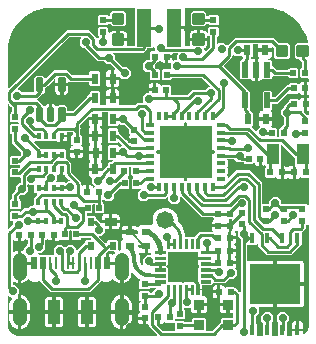
<source format=gbr>
G04 EAGLE Gerber RS-274X export*
G75*
%MOMM*%
%FSLAX34Y34*%
%LPD*%
%INTop Copper*%
%IPPOS*%
%AMOC8*
5,1,8,0,0,1.08239X$1,22.5*%
G01*
%ADD10R,0.600000X0.500000*%
%ADD11R,0.600000X0.900000*%
%ADD12R,0.500000X0.600000*%
%ADD13R,1.000000X1.800000*%
%ADD14R,0.800000X0.350000*%
%ADD15R,0.350000X0.800000*%
%ADD16R,4.400000X4.400000*%
%ADD17R,1.016000X0.711200*%
%ADD18R,0.609600X0.685800*%
%ADD19C,0.067500*%
%ADD20R,2.500000X2.500000*%
%ADD21R,0.800000X0.600000*%
%ADD22R,0.450000X0.950000*%
%ADD23R,4.350000X3.450000*%
%ADD24C,0.300000*%
%ADD25R,0.520000X1.000000*%
%ADD26R,0.270000X1.000000*%
%ADD27R,1.000000X2.000000*%
%ADD28C,1.158000*%
%ADD29C,1.200000*%
%ADD30R,0.450000X0.600000*%
%ADD31R,0.890000X0.940000*%
%ADD32C,1.478000*%
%ADD33R,1.270000X3.175000*%
%ADD34R,0.508000X1.320800*%
%ADD35C,0.254000*%
%ADD36C,0.711200*%
%ADD37C,0.127000*%
%ADD38C,0.304800*%
%ADD39C,0.381000*%

G36*
X248020Y172370D02*
X248020Y172370D01*
X248040Y172368D01*
X248141Y172390D01*
X248243Y172406D01*
X248260Y172416D01*
X248280Y172420D01*
X248369Y172473D01*
X248460Y172522D01*
X248474Y172536D01*
X248491Y172546D01*
X248558Y172625D01*
X248630Y172700D01*
X248638Y172718D01*
X248651Y172733D01*
X248690Y172829D01*
X248733Y172923D01*
X248735Y172943D01*
X248743Y172961D01*
X248761Y173128D01*
X248761Y179208D01*
X249668Y180115D01*
X249674Y180116D01*
X249765Y180123D01*
X249795Y180135D01*
X249827Y180141D01*
X249907Y180183D01*
X249991Y180219D01*
X250023Y180245D01*
X250044Y180256D01*
X250066Y180279D01*
X250122Y180324D01*
X252447Y182649D01*
X252500Y182723D01*
X252560Y182792D01*
X252572Y182822D01*
X252590Y182848D01*
X252617Y182935D01*
X252651Y183020D01*
X252656Y183061D01*
X252663Y183083D01*
X252662Y183116D01*
X252670Y183187D01*
X252670Y188112D01*
X252655Y188202D01*
X252648Y188293D01*
X252635Y188322D01*
X252630Y188354D01*
X252587Y188435D01*
X252552Y188519D01*
X252526Y188551D01*
X252515Y188572D01*
X252492Y188594D01*
X252447Y188650D01*
X250384Y190713D01*
X250384Y194922D01*
X252447Y196985D01*
X252500Y197059D01*
X252560Y197128D01*
X252572Y197159D01*
X252590Y197185D01*
X252617Y197272D01*
X252651Y197357D01*
X252656Y197398D01*
X252663Y197420D01*
X252662Y197452D01*
X252670Y197523D01*
X252670Y198276D01*
X256882Y202489D01*
X256935Y202563D01*
X256995Y202632D01*
X257007Y202662D01*
X257026Y202688D01*
X257052Y202775D01*
X257087Y202860D01*
X257091Y202901D01*
X257098Y202923D01*
X257097Y202956D01*
X257105Y203027D01*
X257105Y203448D01*
X257998Y204341D01*
X264261Y204341D01*
X265028Y203575D01*
X265123Y203506D01*
X265220Y203435D01*
X265224Y203433D01*
X265227Y203431D01*
X265340Y203396D01*
X265454Y203360D01*
X265458Y203360D01*
X265462Y203359D01*
X265581Y203362D01*
X265700Y203364D01*
X265704Y203365D01*
X265708Y203365D01*
X265821Y203406D01*
X265932Y203446D01*
X265935Y203448D01*
X265939Y203450D01*
X266033Y203524D01*
X266126Y203597D01*
X266129Y203601D01*
X266131Y203603D01*
X266139Y203615D01*
X266225Y203732D01*
X266597Y204376D01*
X267070Y204849D01*
X267649Y205184D01*
X268295Y205357D01*
X269881Y205357D01*
X269881Y200304D01*
X269884Y200285D01*
X269882Y200265D01*
X269904Y200163D01*
X269920Y200061D01*
X269930Y200044D01*
X269934Y200024D01*
X269987Y199935D01*
X270035Y199844D01*
X270050Y199830D01*
X270060Y199813D01*
X270064Y199810D01*
X270012Y199756D01*
X270004Y199738D01*
X269991Y199723D01*
X269952Y199626D01*
X269909Y199533D01*
X269906Y199513D01*
X269899Y199495D01*
X269881Y199328D01*
X269881Y193956D01*
X269867Y193942D01*
X269837Y193877D01*
X269798Y193817D01*
X269786Y193766D01*
X269764Y193719D01*
X269756Y193648D01*
X269738Y193578D01*
X269742Y193526D01*
X269737Y193475D01*
X269752Y193404D01*
X269758Y193333D01*
X269778Y193285D01*
X269789Y193234D01*
X269826Y193173D01*
X269854Y193107D01*
X269899Y193051D01*
X269915Y193023D01*
X269933Y193008D01*
X269959Y192976D01*
X272390Y190545D01*
X272448Y190503D01*
X272500Y190453D01*
X272547Y190431D01*
X272589Y190401D01*
X272658Y190380D01*
X272723Y190350D01*
X272775Y190344D01*
X272825Y190329D01*
X272896Y190331D01*
X272967Y190323D01*
X273018Y190334D01*
X273070Y190335D01*
X273138Y190360D01*
X273208Y190375D01*
X273252Y190402D01*
X273301Y190420D01*
X273357Y190464D01*
X273419Y190501D01*
X273453Y190541D01*
X273493Y190573D01*
X273532Y190634D01*
X273579Y190688D01*
X273598Y190736D01*
X273626Y190780D01*
X273644Y190850D01*
X273671Y190916D01*
X273679Y190988D01*
X273687Y191019D01*
X273685Y191042D01*
X273689Y191083D01*
X273689Y193514D01*
X273686Y193534D01*
X273688Y193553D01*
X273666Y193655D01*
X273650Y193757D01*
X273640Y193774D01*
X273636Y193794D01*
X273583Y193883D01*
X273534Y193974D01*
X273520Y193988D01*
X273510Y194005D01*
X273431Y194072D01*
X273356Y194144D01*
X273338Y194152D01*
X273323Y194165D01*
X273227Y194204D01*
X273133Y194247D01*
X273113Y194249D01*
X273095Y194257D01*
X272928Y194275D01*
X272379Y194275D01*
X272379Y199328D01*
X272376Y199347D01*
X272378Y199367D01*
X272356Y199469D01*
X272339Y199571D01*
X272330Y199588D01*
X272326Y199608D01*
X272273Y199697D01*
X272224Y199788D01*
X272210Y199802D01*
X272200Y199819D01*
X272196Y199822D01*
X272247Y199876D01*
X272256Y199894D01*
X272269Y199909D01*
X272307Y200006D01*
X272351Y200099D01*
X272353Y200119D01*
X272361Y200137D01*
X272379Y200304D01*
X272379Y205357D01*
X272928Y205357D01*
X272948Y205360D01*
X272967Y205358D01*
X273069Y205380D01*
X273171Y205396D01*
X273188Y205406D01*
X273208Y205410D01*
X273297Y205463D01*
X273388Y205512D01*
X273402Y205526D01*
X273419Y205536D01*
X273486Y205615D01*
X273558Y205690D01*
X273566Y205708D01*
X273579Y205723D01*
X273618Y205819D01*
X273661Y205913D01*
X273663Y205933D01*
X273671Y205951D01*
X273689Y206118D01*
X273689Y207045D01*
X273686Y207065D01*
X273688Y207085D01*
X273666Y207186D01*
X273650Y207288D01*
X273640Y207306D01*
X273636Y207325D01*
X273583Y207414D01*
X273534Y207506D01*
X273520Y207519D01*
X273510Y207536D01*
X273431Y207604D01*
X273356Y207675D01*
X273338Y207683D01*
X273323Y207696D01*
X273227Y207735D01*
X273133Y207779D01*
X273113Y207781D01*
X273095Y207788D01*
X272928Y207807D01*
X272097Y207807D01*
X272097Y212859D01*
X272094Y212879D01*
X272096Y212899D01*
X272074Y213000D01*
X272057Y213102D01*
X272048Y213120D01*
X272044Y213139D01*
X271990Y213228D01*
X271942Y213319D01*
X271928Y213333D01*
X271917Y213350D01*
X271914Y213353D01*
X271965Y213408D01*
X271973Y213426D01*
X271986Y213441D01*
X272025Y213537D01*
X272069Y213631D01*
X272071Y213650D01*
X272078Y213669D01*
X272097Y213836D01*
X272097Y218888D01*
X272928Y218888D01*
X272948Y218891D01*
X272967Y218889D01*
X273069Y218911D01*
X273171Y218928D01*
X273188Y218937D01*
X273208Y218941D01*
X273297Y218995D01*
X273388Y219043D01*
X273402Y219057D01*
X273419Y219068D01*
X273486Y219146D01*
X273558Y219221D01*
X273566Y219239D01*
X273579Y219255D01*
X273618Y219351D01*
X273661Y219444D01*
X273663Y219464D01*
X273671Y219483D01*
X273689Y219649D01*
X273689Y221041D01*
X273686Y221061D01*
X273688Y221080D01*
X273666Y221182D01*
X273650Y221284D01*
X273640Y221301D01*
X273636Y221321D01*
X273583Y221410D01*
X273534Y221501D01*
X273520Y221515D01*
X273510Y221532D01*
X273431Y221599D01*
X273356Y221670D01*
X273338Y221679D01*
X273323Y221692D01*
X273227Y221731D01*
X273133Y221774D01*
X273113Y221776D01*
X273095Y221784D01*
X272928Y221802D01*
X267533Y221802D01*
X266640Y222695D01*
X266640Y229958D01*
X267647Y230966D01*
X267700Y231039D01*
X267759Y231109D01*
X267771Y231139D01*
X267790Y231165D01*
X267817Y231252D01*
X267851Y231337D01*
X267856Y231378D01*
X267863Y231400D01*
X267862Y231433D01*
X267870Y231504D01*
X267870Y235392D01*
X267855Y235483D01*
X267848Y235573D01*
X267835Y235603D01*
X267830Y235635D01*
X267787Y235716D01*
X267752Y235800D01*
X267726Y235832D01*
X267715Y235853D01*
X267692Y235875D01*
X267647Y235931D01*
X265614Y237963D01*
X265611Y237970D01*
X265607Y237989D01*
X265553Y238078D01*
X265505Y238170D01*
X265491Y238183D01*
X265480Y238200D01*
X265402Y238268D01*
X265327Y238339D01*
X265309Y238347D01*
X265293Y238360D01*
X265197Y238399D01*
X265104Y238443D01*
X265084Y238445D01*
X265065Y238452D01*
X264899Y238471D01*
X263702Y238471D01*
X261930Y240242D01*
X261930Y249748D01*
X263702Y251520D01*
X272003Y251520D01*
X272120Y251539D01*
X272238Y251557D01*
X272242Y251559D01*
X272246Y251560D01*
X272352Y251616D01*
X272457Y251670D01*
X272460Y251673D01*
X272463Y251675D01*
X272545Y251761D01*
X272628Y251846D01*
X272630Y251850D01*
X272633Y251853D01*
X272683Y251961D01*
X272734Y252068D01*
X272735Y252073D01*
X272736Y252076D01*
X272749Y252194D01*
X272764Y252313D01*
X272763Y252318D01*
X272764Y252321D01*
X272761Y252334D01*
X272739Y252478D01*
X270967Y259092D01*
X270960Y259106D01*
X270958Y259122D01*
X270890Y259276D01*
X266266Y267285D01*
X266256Y267297D01*
X266250Y267312D01*
X266145Y267443D01*
X259605Y273982D01*
X259593Y273992D01*
X259583Y274004D01*
X259448Y274103D01*
X251438Y278728D01*
X251424Y278733D01*
X251411Y278743D01*
X251255Y278804D01*
X242321Y281198D01*
X242298Y281200D01*
X242174Y281222D01*
X237550Y281525D01*
X237531Y281523D01*
X237500Y281527D01*
X210932Y281527D01*
X169221Y281490D01*
X169202Y281487D01*
X169182Y281489D01*
X169081Y281467D01*
X168978Y281450D01*
X168961Y281441D01*
X168942Y281437D01*
X168853Y281383D01*
X168761Y281335D01*
X168747Y281320D01*
X168731Y281310D01*
X168663Y281232D01*
X168592Y281156D01*
X168583Y281138D01*
X168571Y281124D01*
X168532Y281027D01*
X168488Y280933D01*
X168486Y280914D01*
X168479Y280895D01*
X168460Y280729D01*
X168460Y266238D01*
X160332Y266238D01*
X160312Y266235D01*
X160292Y266237D01*
X160191Y266215D01*
X160089Y266198D01*
X160071Y266189D01*
X160052Y266185D01*
X159963Y266131D01*
X159872Y266083D01*
X159858Y266069D01*
X159841Y266058D01*
X159773Y265980D01*
X159702Y265905D01*
X159694Y265887D01*
X159681Y265871D01*
X159642Y265775D01*
X159599Y265682D01*
X159596Y265662D01*
X159589Y265643D01*
X159570Y265477D01*
X159570Y263953D01*
X159574Y263933D01*
X159571Y263913D01*
X159593Y263812D01*
X159610Y263710D01*
X159619Y263692D01*
X159624Y263673D01*
X159677Y263584D01*
X159725Y263493D01*
X159740Y263479D01*
X159750Y263462D01*
X159829Y263394D01*
X159904Y263323D01*
X159922Y263315D01*
X159937Y263302D01*
X160033Y263263D01*
X160127Y263220D01*
X160146Y263217D01*
X160165Y263210D01*
X160332Y263191D01*
X168460Y263191D01*
X168460Y249549D01*
X168464Y249530D01*
X168461Y249510D01*
X168483Y249409D01*
X168500Y249307D01*
X168509Y249289D01*
X168514Y249270D01*
X168567Y249181D01*
X168615Y249089D01*
X168630Y249076D01*
X168640Y249059D01*
X168719Y248991D01*
X168794Y248920D01*
X168812Y248912D01*
X168827Y248899D01*
X168923Y248860D01*
X169017Y248816D01*
X169036Y248814D01*
X169055Y248807D01*
X169222Y248788D01*
X172284Y248788D01*
X172400Y248807D01*
X172519Y248825D01*
X172522Y248827D01*
X172527Y248828D01*
X172631Y248883D01*
X172737Y248938D01*
X172740Y248941D01*
X172744Y248943D01*
X172825Y249029D01*
X172909Y249115D01*
X172910Y249118D01*
X172913Y249121D01*
X172963Y249229D01*
X173015Y249337D01*
X173015Y249341D01*
X173017Y249344D01*
X173030Y249461D01*
X173044Y249581D01*
X173044Y249586D01*
X173044Y249589D01*
X173041Y249602D01*
X173019Y249747D01*
X172755Y250731D01*
X172755Y253240D01*
X179534Y253240D01*
X179554Y253243D01*
X179573Y253241D01*
X179675Y253263D01*
X179777Y253279D01*
X179794Y253289D01*
X179814Y253293D01*
X179903Y253346D01*
X179994Y253394D01*
X180008Y253409D01*
X180025Y253419D01*
X180092Y253498D01*
X180163Y253573D01*
X180172Y253591D01*
X180185Y253606D01*
X180224Y253702D01*
X180267Y253796D01*
X180269Y253816D01*
X180277Y253834D01*
X180295Y254001D01*
X180295Y254764D01*
X180297Y254764D01*
X180297Y254001D01*
X180300Y253981D01*
X180298Y253961D01*
X180320Y253860D01*
X180337Y253758D01*
X180346Y253740D01*
X180350Y253721D01*
X180403Y253632D01*
X180452Y253541D01*
X180466Y253527D01*
X180476Y253510D01*
X180555Y253442D01*
X180630Y253371D01*
X180648Y253363D01*
X180663Y253350D01*
X180760Y253311D01*
X180853Y253268D01*
X180873Y253265D01*
X180891Y253258D01*
X181058Y253240D01*
X187837Y253240D01*
X187837Y250731D01*
X187561Y249703D01*
X187030Y248782D01*
X186277Y248029D01*
X185663Y247675D01*
X185571Y247599D01*
X185479Y247525D01*
X185476Y247522D01*
X185473Y247519D01*
X185410Y247418D01*
X185346Y247319D01*
X185345Y247314D01*
X185342Y247311D01*
X185314Y247195D01*
X185286Y247080D01*
X185286Y247076D01*
X185285Y247072D01*
X185296Y246953D01*
X185305Y246835D01*
X185306Y246831D01*
X185307Y246827D01*
X185322Y246792D01*
X185322Y245720D01*
X185333Y245649D01*
X185335Y245577D01*
X185353Y245528D01*
X185362Y245477D01*
X185395Y245414D01*
X185420Y245346D01*
X185452Y245306D01*
X185477Y245260D01*
X185529Y245210D01*
X185573Y245154D01*
X185617Y245126D01*
X185655Y245090D01*
X185720Y245060D01*
X185780Y245021D01*
X185831Y245009D01*
X185878Y244987D01*
X185949Y244979D01*
X186019Y244961D01*
X186071Y244965D01*
X186123Y244960D01*
X186193Y244975D01*
X186264Y244980D01*
X186312Y245001D01*
X186363Y245012D01*
X186425Y245049D01*
X186490Y245077D01*
X186546Y245121D01*
X186574Y245138D01*
X186589Y245156D01*
X186621Y245181D01*
X189978Y248538D01*
X190032Y248612D01*
X190091Y248682D01*
X190103Y248712D01*
X190122Y248738D01*
X190149Y248825D01*
X190183Y248910D01*
X190187Y248951D01*
X190194Y248973D01*
X190193Y249005D01*
X190201Y249077D01*
X190201Y256477D01*
X190198Y256496D01*
X190200Y256516D01*
X190178Y256617D01*
X190162Y256719D01*
X190152Y256737D01*
X190148Y256756D01*
X190095Y256845D01*
X190047Y256937D01*
X190032Y256950D01*
X190022Y256967D01*
X189943Y257035D01*
X189868Y257106D01*
X189850Y257114D01*
X189835Y257127D01*
X189739Y257166D01*
X189645Y257210D01*
X189625Y257212D01*
X189607Y257219D01*
X189440Y257238D01*
X189365Y257238D01*
X189136Y257466D01*
X189078Y257508D01*
X189026Y257557D01*
X188979Y257579D01*
X188937Y257609D01*
X188868Y257631D01*
X188803Y257661D01*
X188751Y257667D01*
X188702Y257682D01*
X188630Y257680D01*
X188559Y257688D01*
X188508Y257677D01*
X188456Y257675D01*
X188388Y257651D01*
X188318Y257636D01*
X188274Y257609D01*
X188225Y257591D01*
X188169Y257546D01*
X188107Y257509D01*
X188073Y257470D01*
X188033Y257437D01*
X187994Y257377D01*
X187947Y257323D01*
X187928Y257274D01*
X187900Y257230D01*
X187882Y257161D01*
X187855Y257094D01*
X187847Y257023D01*
X187840Y256992D01*
X187841Y256969D01*
X187837Y256928D01*
X187837Y256286D01*
X181819Y256286D01*
X181819Y262303D01*
X184328Y262303D01*
X185356Y262028D01*
X186277Y261496D01*
X187029Y260744D01*
X187051Y260707D01*
X187081Y260670D01*
X187104Y260627D01*
X187159Y260575D01*
X187207Y260516D01*
X187247Y260491D01*
X187282Y260458D01*
X187351Y260426D01*
X187415Y260386D01*
X187462Y260374D01*
X187505Y260354D01*
X187580Y260346D01*
X187654Y260328D01*
X187702Y260332D01*
X187750Y260327D01*
X187824Y260343D01*
X187899Y260350D01*
X187943Y260369D01*
X187990Y260379D01*
X188055Y260418D01*
X188124Y260449D01*
X188160Y260481D01*
X188201Y260506D01*
X188250Y260563D01*
X188306Y260614D01*
X188330Y260656D01*
X188361Y260693D01*
X188389Y260763D01*
X188426Y260829D01*
X188435Y260876D01*
X188453Y260921D01*
X188467Y261049D01*
X188471Y261071D01*
X188470Y261077D01*
X188471Y261087D01*
X188471Y264394D01*
X189365Y265287D01*
X196628Y265287D01*
X197521Y264394D01*
X197521Y258131D01*
X196628Y257238D01*
X196552Y257238D01*
X196532Y257235D01*
X196513Y257237D01*
X196411Y257215D01*
X196309Y257198D01*
X196292Y257189D01*
X196272Y257184D01*
X196183Y257131D01*
X196092Y257083D01*
X196078Y257069D01*
X196061Y257058D01*
X195994Y256980D01*
X195923Y256905D01*
X195914Y256887D01*
X195901Y256871D01*
X195862Y256775D01*
X195819Y256682D01*
X195817Y256662D01*
X195809Y256643D01*
X195791Y256477D01*
X195791Y251923D01*
X195802Y251852D01*
X195804Y251781D01*
X195822Y251732D01*
X195831Y251680D01*
X195864Y251617D01*
X195889Y251550D01*
X195921Y251509D01*
X195946Y251463D01*
X195998Y251414D01*
X196042Y251358D01*
X196086Y251329D01*
X196124Y251293D01*
X196189Y251263D01*
X196249Y251225D01*
X196300Y251212D01*
X196347Y251190D01*
X196418Y251182D01*
X196488Y251164D01*
X196540Y251169D01*
X196592Y251163D01*
X196662Y251178D01*
X196733Y251184D01*
X196781Y251204D01*
X196832Y251215D01*
X196894Y251252D01*
X196959Y251280D01*
X197015Y251325D01*
X197043Y251341D01*
X197058Y251359D01*
X197090Y251385D01*
X197708Y252002D01*
X201917Y252002D01*
X203975Y249944D01*
X203991Y249932D01*
X204004Y249917D01*
X204091Y249861D01*
X204175Y249800D01*
X204194Y249795D01*
X204210Y249784D01*
X204311Y249758D01*
X204410Y249728D01*
X204430Y249729D01*
X204449Y249724D01*
X204552Y249732D01*
X204656Y249734D01*
X204674Y249741D01*
X204694Y249743D01*
X204789Y249783D01*
X204887Y249819D01*
X204902Y249831D01*
X204921Y249839D01*
X205052Y249944D01*
X209336Y254229D01*
X211196Y256089D01*
X243774Y256089D01*
X248119Y251743D01*
X248193Y251690D01*
X248263Y251631D01*
X248293Y251618D01*
X248319Y251600D01*
X248406Y251573D01*
X248491Y251539D01*
X248532Y251534D01*
X248554Y251527D01*
X248586Y251528D01*
X248658Y251520D01*
X255667Y251520D01*
X257439Y249748D01*
X257439Y240242D01*
X255667Y238471D01*
X246162Y238471D01*
X244390Y240242D01*
X244390Y247252D01*
X244375Y247342D01*
X244368Y247433D01*
X244355Y247463D01*
X244350Y247495D01*
X244307Y247576D01*
X244272Y247660D01*
X244246Y247692D01*
X244235Y247713D01*
X244212Y247735D01*
X244167Y247791D01*
X243456Y248502D01*
X243398Y248543D01*
X243346Y248593D01*
X243298Y248615D01*
X243256Y248645D01*
X243188Y248666D01*
X243123Y248696D01*
X243071Y248702D01*
X243021Y248718D01*
X242949Y248716D01*
X242878Y248724D01*
X242827Y248713D01*
X242775Y248711D01*
X242708Y248687D01*
X242638Y248671D01*
X242593Y248645D01*
X242544Y248627D01*
X242488Y248582D01*
X242427Y248545D01*
X242393Y248506D01*
X242352Y248473D01*
X242313Y248413D01*
X242267Y248358D01*
X242247Y248310D01*
X242219Y248266D01*
X242202Y248197D01*
X242175Y248130D01*
X242167Y248059D01*
X242159Y248028D01*
X242161Y248004D01*
X242156Y247963D01*
X242156Y247098D01*
X237354Y247098D01*
X237334Y247095D01*
X237314Y247097D01*
X237213Y247075D01*
X237111Y247058D01*
X237094Y247049D01*
X237074Y247045D01*
X236985Y246992D01*
X236894Y246943D01*
X236880Y246929D01*
X236863Y246919D01*
X236796Y246840D01*
X236724Y246765D01*
X236716Y246747D01*
X236703Y246732D01*
X236664Y246635D01*
X236621Y246542D01*
X236619Y246522D01*
X236611Y246504D01*
X236599Y246580D01*
X236590Y246597D01*
X236585Y246617D01*
X236532Y246706D01*
X236484Y246797D01*
X236469Y246811D01*
X236459Y246828D01*
X236381Y246895D01*
X236306Y246966D01*
X236288Y246975D01*
X236272Y246988D01*
X236176Y247026D01*
X236082Y247070D01*
X236063Y247072D01*
X236044Y247080D01*
X235877Y247098D01*
X231075Y247098D01*
X231075Y249738D01*
X231072Y249758D01*
X231074Y249777D01*
X231052Y249879D01*
X231035Y249981D01*
X231026Y249998D01*
X231022Y250018D01*
X230969Y250107D01*
X230920Y250198D01*
X230906Y250212D01*
X230895Y250229D01*
X230817Y250296D01*
X230742Y250367D01*
X230724Y250376D01*
X230709Y250389D01*
X230612Y250428D01*
X230519Y250471D01*
X230499Y250473D01*
X230480Y250481D01*
X230314Y250499D01*
X226902Y250499D01*
X226882Y250496D01*
X226862Y250498D01*
X226761Y250476D01*
X226659Y250459D01*
X226641Y250450D01*
X226622Y250446D01*
X226533Y250393D01*
X226442Y250344D01*
X226428Y250330D01*
X226411Y250320D01*
X226343Y250241D01*
X226272Y250166D01*
X226264Y250148D01*
X226251Y250133D01*
X226212Y250037D01*
X226169Y249943D01*
X226166Y249923D01*
X226159Y249905D01*
X226140Y249738D01*
X226140Y240467D01*
X225247Y239574D01*
X225172Y239574D01*
X225152Y239571D01*
X225132Y239573D01*
X225031Y239551D01*
X224929Y239534D01*
X224911Y239525D01*
X224892Y239521D01*
X224803Y239468D01*
X224712Y239419D01*
X224698Y239405D01*
X224681Y239395D01*
X224613Y239316D01*
X224542Y239241D01*
X224534Y239223D01*
X224521Y239208D01*
X224482Y239111D01*
X224439Y239018D01*
X224436Y238998D01*
X224429Y238980D01*
X224410Y238813D01*
X224410Y238547D01*
X224426Y238453D01*
X224434Y238358D01*
X224446Y238332D01*
X224450Y238304D01*
X224495Y238220D01*
X224533Y238132D01*
X224552Y238111D01*
X224565Y238087D01*
X224634Y238021D01*
X224699Y237950D01*
X224723Y237937D01*
X224744Y237917D01*
X224830Y237877D01*
X224913Y237831D01*
X224941Y237826D01*
X224967Y237814D01*
X225062Y237803D01*
X225155Y237786D01*
X225183Y237790D01*
X225211Y237787D01*
X225304Y237807D01*
X225399Y237820D01*
X225431Y237834D01*
X225451Y237839D01*
X225480Y237856D01*
X225552Y237888D01*
X225585Y237907D01*
X226231Y238080D01*
X227837Y238080D01*
X227837Y229443D01*
X227840Y229423D01*
X227838Y229404D01*
X227860Y229302D01*
X227876Y229200D01*
X227886Y229183D01*
X227890Y229163D01*
X227943Y229074D01*
X227991Y228983D01*
X228006Y228969D01*
X228016Y228952D01*
X228041Y228931D01*
X228040Y228930D01*
X227968Y228855D01*
X227960Y228837D01*
X227947Y228822D01*
X227908Y228725D01*
X227865Y228632D01*
X227862Y228612D01*
X227855Y228593D01*
X227837Y228427D01*
X227837Y219790D01*
X226231Y219790D01*
X225585Y219963D01*
X225006Y220298D01*
X224533Y220771D01*
X224373Y221047D01*
X224299Y221138D01*
X224224Y221232D01*
X224220Y221234D01*
X224218Y221237D01*
X224118Y221300D01*
X224017Y221365D01*
X224013Y221366D01*
X224009Y221368D01*
X223894Y221396D01*
X223778Y221425D01*
X223774Y221425D01*
X223770Y221426D01*
X223651Y221415D01*
X223533Y221406D01*
X223529Y221404D01*
X223525Y221404D01*
X223417Y221356D01*
X223307Y221309D01*
X223303Y221306D01*
X223300Y221305D01*
X223290Y221296D01*
X223176Y221205D01*
X222777Y220806D01*
X216434Y220806D01*
X215541Y221699D01*
X215541Y236171D01*
X216538Y237167D01*
X216572Y237182D01*
X216605Y237208D01*
X216625Y237219D01*
X216647Y237242D01*
X216703Y237287D01*
X217949Y238532D01*
X217961Y238549D01*
X217976Y238561D01*
X218032Y238648D01*
X218093Y238732D01*
X218099Y238751D01*
X218109Y238768D01*
X218135Y238868D01*
X218165Y238967D01*
X218165Y238987D01*
X218169Y239007D01*
X218161Y239110D01*
X218159Y239213D01*
X218152Y239232D01*
X218150Y239252D01*
X218110Y239347D01*
X218074Y239444D01*
X218062Y239460D01*
X218054Y239478D01*
X217949Y239609D01*
X216947Y240612D01*
X216930Y240623D01*
X216918Y240639D01*
X216831Y240695D01*
X216747Y240755D01*
X216728Y240761D01*
X216711Y240772D01*
X216611Y240797D01*
X216512Y240828D01*
X216492Y240827D01*
X216473Y240832D01*
X216370Y240824D01*
X216266Y240821D01*
X216247Y240814D01*
X216227Y240813D01*
X216133Y240772D01*
X216035Y240737D01*
X216019Y240724D01*
X216001Y240716D01*
X215870Y240612D01*
X215611Y240353D01*
X211402Y240353D01*
X210381Y241375D01*
X210323Y241416D01*
X210271Y241466D01*
X210224Y241488D01*
X210181Y241518D01*
X210113Y241539D01*
X210048Y241569D01*
X209996Y241575D01*
X209946Y241590D01*
X209874Y241589D01*
X209803Y241596D01*
X209752Y241585D01*
X209700Y241584D01*
X209633Y241559D01*
X209563Y241544D01*
X209518Y241518D01*
X209469Y241500D01*
X209413Y241455D01*
X209352Y241418D01*
X209318Y241378D01*
X209277Y241346D01*
X209238Y241286D01*
X209192Y241231D01*
X209172Y241183D01*
X209144Y241139D01*
X209127Y241070D01*
X209100Y241003D01*
X209092Y240932D01*
X209084Y240901D01*
X209086Y240877D01*
X209081Y240836D01*
X209081Y239897D01*
X202009Y232824D01*
X201997Y232808D01*
X201982Y232796D01*
X201925Y232708D01*
X201865Y232624D01*
X201859Y232606D01*
X201849Y232589D01*
X201823Y232488D01*
X201793Y232389D01*
X201793Y232369D01*
X201789Y232350D01*
X201797Y232247D01*
X201799Y232143D01*
X201806Y232125D01*
X201808Y232105D01*
X201848Y232010D01*
X201884Y231912D01*
X201896Y231897D01*
X201904Y231879D01*
X202009Y231748D01*
X220540Y213216D01*
X220541Y213216D01*
X222378Y211379D01*
X222452Y211326D01*
X222521Y211266D01*
X222551Y211254D01*
X222578Y211235D01*
X222665Y211208D01*
X222749Y211174D01*
X222760Y211173D01*
X223671Y210263D01*
X223671Y195769D01*
X223652Y195740D01*
X223592Y195657D01*
X223586Y195638D01*
X223575Y195621D01*
X223550Y195520D01*
X223519Y195421D01*
X223520Y195401D01*
X223515Y195382D01*
X223523Y195279D01*
X223526Y195176D01*
X223533Y195157D01*
X223534Y195137D01*
X223575Y195042D01*
X223610Y194945D01*
X223623Y194929D01*
X223631Y194911D01*
X223735Y194780D01*
X225000Y193515D01*
X225074Y193462D01*
X225144Y193402D01*
X225174Y193390D01*
X225200Y193371D01*
X225287Y193344D01*
X225372Y193310D01*
X225413Y193306D01*
X225435Y193299D01*
X225467Y193300D01*
X225539Y193292D01*
X225745Y193292D01*
X226638Y192399D01*
X226638Y182135D01*
X225674Y181172D01*
X225663Y181156D01*
X225647Y181143D01*
X225591Y181056D01*
X225531Y180972D01*
X225525Y180953D01*
X225514Y180937D01*
X225489Y180836D01*
X225458Y180737D01*
X225459Y180717D01*
X225454Y180698D01*
X225462Y180595D01*
X225465Y180491D01*
X225472Y180473D01*
X225473Y180453D01*
X225514Y180358D01*
X225549Y180260D01*
X225562Y180245D01*
X225570Y180226D01*
X225674Y180095D01*
X228634Y177136D01*
X228692Y177094D01*
X228744Y177045D01*
X228791Y177023D01*
X228833Y176993D01*
X228902Y176972D01*
X228967Y176941D01*
X229019Y176936D01*
X229068Y176920D01*
X229140Y176922D01*
X229211Y176914D01*
X229262Y176925D01*
X229314Y176927D01*
X229382Y176951D01*
X229452Y176967D01*
X229496Y176993D01*
X229545Y177011D01*
X229601Y177056D01*
X229663Y177093D01*
X229697Y177132D01*
X229737Y177165D01*
X229776Y177225D01*
X229823Y177280D01*
X229842Y177328D01*
X229870Y177372D01*
X229888Y177441D01*
X229915Y177508D01*
X229923Y177579D01*
X229930Y177610D01*
X229929Y177634D01*
X229933Y177674D01*
X229933Y178038D01*
X232053Y180158D01*
X232064Y180174D01*
X232080Y180187D01*
X232136Y180274D01*
X232196Y180357D01*
X232202Y180377D01*
X232213Y180394D01*
X232238Y180494D01*
X232269Y180593D01*
X232268Y180613D01*
X232273Y180632D01*
X232265Y180735D01*
X232262Y180838D01*
X232255Y180857D01*
X232254Y180877D01*
X232213Y180972D01*
X232178Y181069D01*
X232165Y181085D01*
X232157Y181104D01*
X232094Y181183D01*
X231746Y181786D01*
X231572Y182433D01*
X231572Y185768D01*
X236375Y185768D01*
X236395Y185771D01*
X236414Y185769D01*
X236516Y185791D01*
X236618Y185808D01*
X236635Y185817D01*
X236655Y185821D01*
X236744Y185874D01*
X236835Y185923D01*
X236849Y185937D01*
X236866Y185947D01*
X236933Y186026D01*
X237004Y186101D01*
X237013Y186119D01*
X237026Y186134D01*
X237065Y186230D01*
X237108Y186324D01*
X237110Y186344D01*
X237117Y186362D01*
X237130Y186286D01*
X237139Y186269D01*
X237143Y186249D01*
X237197Y186160D01*
X237245Y186069D01*
X237259Y186055D01*
X237270Y186038D01*
X237348Y185971D01*
X237423Y185900D01*
X237441Y185891D01*
X237456Y185878D01*
X237553Y185839D01*
X237646Y185796D01*
X237666Y185794D01*
X237685Y185786D01*
X237851Y185768D01*
X242654Y185768D01*
X242654Y182433D01*
X242481Y181786D01*
X242167Y181243D01*
X242133Y181153D01*
X242093Y181067D01*
X242090Y181039D01*
X242080Y181013D01*
X242076Y180917D01*
X242066Y180823D01*
X242072Y180795D01*
X242071Y180767D01*
X242098Y180675D01*
X242118Y180582D01*
X242133Y180558D01*
X242141Y180531D01*
X242195Y180453D01*
X242244Y180371D01*
X242266Y180353D01*
X242282Y180330D01*
X242359Y180273D01*
X242431Y180211D01*
X242457Y180201D01*
X242480Y180184D01*
X242571Y180155D01*
X242659Y180119D01*
X242695Y180115D01*
X242714Y180109D01*
X242747Y180110D01*
X242826Y180101D01*
X245918Y180101D01*
X246811Y179208D01*
X246811Y173128D01*
X246814Y173108D01*
X246812Y173089D01*
X246834Y172987D01*
X246851Y172885D01*
X246860Y172868D01*
X246864Y172848D01*
X246917Y172759D01*
X246966Y172668D01*
X246980Y172654D01*
X246990Y172637D01*
X247069Y172570D01*
X247144Y172498D01*
X247162Y172490D01*
X247177Y172477D01*
X247273Y172438D01*
X247367Y172395D01*
X247387Y172393D01*
X247405Y172385D01*
X247572Y172367D01*
X248000Y172367D01*
X248020Y172370D01*
G37*
G36*
X28298Y3812D02*
X28298Y3812D01*
X28311Y3811D01*
X29947Y3854D01*
X30008Y3829D01*
X30063Y3823D01*
X30091Y3815D01*
X30119Y3817D01*
X30174Y3811D01*
X144417Y3811D01*
X144488Y3822D01*
X144560Y3824D01*
X144609Y3842D01*
X144660Y3850D01*
X144724Y3884D01*
X144791Y3909D01*
X144832Y3941D01*
X144878Y3966D01*
X144927Y4018D01*
X144983Y4062D01*
X145011Y4106D01*
X145047Y4144D01*
X145077Y4209D01*
X145116Y4269D01*
X145129Y4320D01*
X145151Y4367D01*
X145158Y4438D01*
X145176Y4508D01*
X145172Y4560D01*
X145178Y4611D01*
X145162Y4682D01*
X145157Y4753D01*
X145136Y4801D01*
X145125Y4852D01*
X145089Y4913D01*
X145061Y4979D01*
X145016Y5035D01*
X144999Y5063D01*
X144981Y5078D01*
X144956Y5110D01*
X138155Y11910D01*
X138155Y12702D01*
X138152Y12721D01*
X138154Y12741D01*
X138132Y12842D01*
X138116Y12944D01*
X138106Y12962D01*
X138102Y12981D01*
X138049Y13070D01*
X138001Y13162D01*
X137986Y13175D01*
X137976Y13192D01*
X137897Y13260D01*
X137822Y13331D01*
X137804Y13339D01*
X137789Y13352D01*
X137693Y13391D01*
X137599Y13435D01*
X137579Y13437D01*
X137561Y13444D01*
X137394Y13463D01*
X136013Y13463D01*
X136013Y18015D01*
X136010Y18035D01*
X136012Y18055D01*
X135990Y18156D01*
X135973Y18258D01*
X135964Y18276D01*
X135960Y18295D01*
X135906Y18384D01*
X135858Y18475D01*
X135844Y18489D01*
X135833Y18506D01*
X135755Y18574D01*
X135680Y18645D01*
X135662Y18653D01*
X135647Y18666D01*
X135550Y18705D01*
X135457Y18748D01*
X135437Y18751D01*
X135418Y18758D01*
X135252Y18777D01*
X135037Y18777D01*
X135037Y18992D01*
X135034Y19011D01*
X135036Y19031D01*
X135014Y19132D01*
X134997Y19234D01*
X134988Y19252D01*
X134983Y19271D01*
X134930Y19360D01*
X134882Y19452D01*
X134867Y19465D01*
X134857Y19482D01*
X134779Y19550D01*
X134704Y19621D01*
X134686Y19629D01*
X134670Y19642D01*
X134574Y19681D01*
X134480Y19725D01*
X134461Y19727D01*
X134442Y19734D01*
X134275Y19753D01*
X129223Y19753D01*
X129223Y21338D01*
X129396Y21984D01*
X129731Y22564D01*
X130204Y23037D01*
X130847Y23408D01*
X130939Y23483D01*
X131032Y23558D01*
X131035Y23561D01*
X131038Y23564D01*
X131101Y23664D01*
X131165Y23765D01*
X131166Y23769D01*
X131168Y23772D01*
X131196Y23887D01*
X131225Y24003D01*
X131225Y24007D01*
X131226Y24012D01*
X131215Y24130D01*
X131206Y24249D01*
X131205Y24252D01*
X131204Y24257D01*
X131156Y24367D01*
X131110Y24475D01*
X131107Y24479D01*
X131105Y24482D01*
X131096Y24492D01*
X131005Y24606D01*
X130239Y25372D01*
X130239Y31635D01*
X131011Y32407D01*
X131023Y32423D01*
X131038Y32436D01*
X131094Y32523D01*
X131155Y32607D01*
X131160Y32626D01*
X131171Y32643D01*
X131196Y32743D01*
X131227Y32842D01*
X131226Y32862D01*
X131231Y32881D01*
X131223Y32984D01*
X131221Y33088D01*
X131214Y33107D01*
X131212Y33126D01*
X131172Y33221D01*
X131136Y33319D01*
X131124Y33334D01*
X131116Y33353D01*
X131011Y33484D01*
X130160Y34334D01*
X130160Y40598D01*
X131053Y41491D01*
X138317Y41491D01*
X139404Y40404D01*
X139478Y40351D01*
X139547Y40291D01*
X139577Y40279D01*
X139603Y40260D01*
X139690Y40233D01*
X139775Y40199D01*
X139816Y40195D01*
X139838Y40188D01*
X139871Y40189D01*
X139942Y40181D01*
X140654Y40181D01*
X140674Y40184D01*
X140693Y40182D01*
X140795Y40204D01*
X140897Y40220D01*
X140914Y40230D01*
X140934Y40234D01*
X141023Y40287D01*
X141114Y40336D01*
X141128Y40350D01*
X141145Y40360D01*
X141212Y40439D01*
X141284Y40514D01*
X141292Y40532D01*
X141305Y40547D01*
X141344Y40643D01*
X141387Y40737D01*
X141389Y40757D01*
X141397Y40775D01*
X141415Y40942D01*
X141415Y41015D01*
X143750Y43349D01*
X143792Y43408D01*
X143841Y43460D01*
X143863Y43507D01*
X143894Y43549D01*
X143915Y43618D01*
X143945Y43683D01*
X143951Y43734D01*
X143966Y43784D01*
X143964Y43856D01*
X143972Y43927D01*
X143961Y43978D01*
X143960Y44030D01*
X143935Y44097D01*
X143920Y44167D01*
X143893Y44212D01*
X143875Y44261D01*
X143830Y44317D01*
X143794Y44379D01*
X143754Y44412D01*
X143721Y44453D01*
X143661Y44492D01*
X143607Y44538D01*
X143558Y44558D01*
X143515Y44586D01*
X143445Y44604D01*
X143379Y44630D01*
X143307Y44638D01*
X143276Y44646D01*
X143253Y44644D01*
X143212Y44649D01*
X139839Y44649D01*
X139749Y44634D01*
X139658Y44627D01*
X139629Y44614D01*
X139597Y44609D01*
X139516Y44566D01*
X139432Y44531D01*
X139400Y44505D01*
X139379Y44494D01*
X139357Y44471D01*
X139301Y44426D01*
X138317Y43441D01*
X131053Y43441D01*
X130160Y44334D01*
X130160Y50598D01*
X130568Y51005D01*
X130595Y51043D01*
X130628Y51074D01*
X130666Y51142D01*
X130711Y51205D01*
X130725Y51249D01*
X130747Y51289D01*
X130761Y51366D01*
X130784Y51440D01*
X130783Y51486D01*
X130791Y51531D01*
X130779Y51608D01*
X130777Y51686D01*
X130762Y51729D01*
X130755Y51774D01*
X130720Y51844D01*
X130693Y51917D01*
X130664Y51953D01*
X130643Y51994D01*
X130588Y52048D01*
X130539Y52109D01*
X130501Y52134D01*
X130468Y52166D01*
X130348Y52232D01*
X130332Y52242D01*
X130328Y52243D01*
X130321Y52247D01*
X128915Y52829D01*
X124790Y56954D01*
X124732Y56996D01*
X124680Y57045D01*
X124633Y57067D01*
X124591Y57097D01*
X124522Y57119D01*
X124457Y57149D01*
X124405Y57155D01*
X124355Y57170D01*
X124284Y57168D01*
X124213Y57176D01*
X124162Y57165D01*
X124110Y57163D01*
X124042Y57139D01*
X123972Y57124D01*
X123928Y57097D01*
X123879Y57079D01*
X123823Y57034D01*
X123761Y56997D01*
X123727Y56958D01*
X123687Y56925D01*
X123648Y56865D01*
X123601Y56811D01*
X123582Y56762D01*
X123554Y56718D01*
X123536Y56649D01*
X123509Y56582D01*
X123501Y56511D01*
X123493Y56480D01*
X123495Y56457D01*
X123491Y56416D01*
X123491Y55503D01*
X123171Y53894D01*
X122543Y52378D01*
X121631Y51013D01*
X120471Y49853D01*
X119106Y48941D01*
X117590Y48313D01*
X116683Y48133D01*
X116683Y61352D01*
X116680Y61372D01*
X116682Y61391D01*
X116660Y61493D01*
X116643Y61595D01*
X116634Y61612D01*
X116630Y61632D01*
X116577Y61721D01*
X116528Y61812D01*
X116514Y61826D01*
X116504Y61843D01*
X116425Y61910D01*
X116350Y61981D01*
X116332Y61990D01*
X116317Y62003D01*
X116221Y62041D01*
X116127Y62085D01*
X116107Y62087D01*
X116089Y62095D01*
X115922Y62113D01*
X114398Y62113D01*
X114378Y62110D01*
X114359Y62112D01*
X114257Y62090D01*
X114155Y62073D01*
X114138Y62064D01*
X114118Y62060D01*
X114029Y62007D01*
X113938Y61958D01*
X113924Y61944D01*
X113907Y61934D01*
X113840Y61855D01*
X113769Y61780D01*
X113760Y61762D01*
X113747Y61747D01*
X113708Y61651D01*
X113665Y61557D01*
X113663Y61537D01*
X113655Y61519D01*
X113637Y61352D01*
X113637Y48133D01*
X112730Y48313D01*
X111214Y48941D01*
X109849Y49853D01*
X108689Y51013D01*
X108144Y51829D01*
X108062Y51917D01*
X107981Y52005D01*
X107978Y52006D01*
X107976Y52009D01*
X107870Y52066D01*
X107766Y52124D01*
X107763Y52124D01*
X107760Y52126D01*
X107642Y52146D01*
X107524Y52167D01*
X107520Y52167D01*
X107517Y52167D01*
X107400Y52149D01*
X107280Y52131D01*
X107277Y52130D01*
X107274Y52130D01*
X107169Y52075D01*
X107061Y52020D01*
X107059Y52018D01*
X107056Y52016D01*
X106974Y51931D01*
X106889Y51844D01*
X106887Y51841D01*
X106885Y51839D01*
X106881Y51830D01*
X106808Y51697D01*
X106784Y51640D01*
X105184Y50040D01*
X103092Y49173D01*
X100828Y49173D01*
X98736Y50040D01*
X98691Y50085D01*
X98674Y50097D01*
X98662Y50113D01*
X98575Y50169D01*
X98491Y50229D01*
X98472Y50235D01*
X98455Y50246D01*
X98355Y50271D01*
X98256Y50301D01*
X98236Y50301D01*
X98217Y50306D01*
X98114Y50298D01*
X98010Y50295D01*
X97991Y50288D01*
X97971Y50287D01*
X97876Y50246D01*
X97779Y50211D01*
X97763Y50198D01*
X97745Y50190D01*
X97614Y50086D01*
X88333Y40805D01*
X55434Y40805D01*
X53574Y42665D01*
X46230Y50009D01*
X46214Y50021D01*
X46201Y50037D01*
X46114Y50092D01*
X46030Y50153D01*
X46011Y50159D01*
X45994Y50170D01*
X45894Y50195D01*
X45795Y50225D01*
X45775Y50225D01*
X45756Y50230D01*
X45652Y50222D01*
X45549Y50219D01*
X45530Y50212D01*
X45510Y50210D01*
X45415Y50170D01*
X45318Y50134D01*
X45302Y50122D01*
X45284Y50114D01*
X45199Y50046D01*
X43092Y49173D01*
X40828Y49173D01*
X38736Y50040D01*
X37136Y51640D01*
X37112Y51697D01*
X37049Y51799D01*
X36987Y51902D01*
X36984Y51904D01*
X36983Y51906D01*
X36889Y51983D01*
X36798Y52060D01*
X36795Y52061D01*
X36793Y52063D01*
X36679Y52107D01*
X36569Y52150D01*
X36566Y52150D01*
X36563Y52151D01*
X36443Y52157D01*
X36324Y52163D01*
X36321Y52162D01*
X36318Y52162D01*
X36204Y52129D01*
X36087Y52096D01*
X36084Y52094D01*
X36081Y52093D01*
X35984Y52025D01*
X35884Y51957D01*
X35881Y51955D01*
X35879Y51953D01*
X35873Y51945D01*
X35776Y51829D01*
X35231Y51013D01*
X34071Y49853D01*
X32706Y48941D01*
X31190Y48313D01*
X30283Y48133D01*
X30283Y61352D01*
X30280Y61372D01*
X30282Y61391D01*
X30260Y61493D01*
X30243Y61595D01*
X30234Y61612D01*
X30230Y61632D01*
X30177Y61721D01*
X30128Y61812D01*
X30114Y61826D01*
X30104Y61843D01*
X30025Y61910D01*
X29950Y61981D01*
X29932Y61990D01*
X29917Y62003D01*
X29821Y62041D01*
X29727Y62085D01*
X29707Y62087D01*
X29689Y62095D01*
X29522Y62113D01*
X27998Y62113D01*
X27978Y62110D01*
X27959Y62112D01*
X27857Y62090D01*
X27755Y62073D01*
X27738Y62064D01*
X27718Y62060D01*
X27629Y62007D01*
X27538Y61958D01*
X27524Y61944D01*
X27507Y61934D01*
X27440Y61855D01*
X27369Y61780D01*
X27360Y61762D01*
X27347Y61747D01*
X27308Y61651D01*
X27265Y61557D01*
X27263Y61537D01*
X27255Y61519D01*
X27237Y61352D01*
X27237Y48133D01*
X26330Y48313D01*
X24814Y48941D01*
X24091Y49425D01*
X23982Y49474D01*
X23873Y49525D01*
X23870Y49525D01*
X23867Y49527D01*
X23746Y49539D01*
X23628Y49552D01*
X23625Y49551D01*
X23622Y49552D01*
X23506Y49525D01*
X23388Y49500D01*
X23385Y49498D01*
X23382Y49498D01*
X23279Y49435D01*
X23177Y49374D01*
X23175Y49371D01*
X23172Y49370D01*
X23095Y49278D01*
X23017Y49187D01*
X23016Y49184D01*
X23014Y49181D01*
X22970Y49071D01*
X22925Y48959D01*
X22924Y48955D01*
X22923Y48953D01*
X22923Y48942D01*
X22906Y48792D01*
X22906Y47273D01*
X22910Y47254D01*
X22907Y47234D01*
X22929Y47133D01*
X22946Y47031D01*
X22955Y47013D01*
X22960Y46993D01*
X23013Y46904D01*
X23061Y46813D01*
X23076Y46799D01*
X23086Y46782D01*
X23165Y46715D01*
X23240Y46644D01*
X23258Y46635D01*
X23273Y46622D01*
X23369Y46584D01*
X23463Y46540D01*
X23482Y46538D01*
X23501Y46531D01*
X23668Y46512D01*
X25016Y46512D01*
X27992Y43536D01*
X27992Y39327D01*
X27460Y38795D01*
X27407Y38721D01*
X27347Y38651D01*
X27335Y38621D01*
X27316Y38595D01*
X27289Y38508D01*
X27255Y38423D01*
X27251Y38382D01*
X27244Y38360D01*
X27245Y38328D01*
X27237Y38257D01*
X27237Y25387D01*
X20219Y25387D01*
X20219Y30705D01*
X20547Y32355D01*
X21191Y33910D01*
X22031Y35166D01*
X22081Y35275D01*
X22131Y35384D01*
X22132Y35387D01*
X22133Y35390D01*
X22145Y35510D01*
X22158Y35629D01*
X22158Y35632D01*
X22158Y35635D01*
X22132Y35751D01*
X22106Y35869D01*
X22105Y35872D01*
X22104Y35875D01*
X22041Y35977D01*
X21980Y36080D01*
X21978Y36082D01*
X21976Y36085D01*
X21884Y36162D01*
X21793Y36240D01*
X21790Y36241D01*
X21788Y36243D01*
X21677Y36287D01*
X21565Y36332D01*
X21561Y36333D01*
X21559Y36333D01*
X21548Y36334D01*
X21398Y36351D01*
X20807Y36351D01*
X19930Y37227D01*
X19872Y37269D01*
X19820Y37318D01*
X19773Y37340D01*
X19730Y37371D01*
X19662Y37392D01*
X19597Y37422D01*
X19545Y37428D01*
X19495Y37443D01*
X19423Y37441D01*
X19352Y37449D01*
X19301Y37438D01*
X19249Y37437D01*
X19182Y37412D01*
X19112Y37397D01*
X19067Y37370D01*
X19018Y37352D01*
X18962Y37307D01*
X18901Y37271D01*
X18867Y37231D01*
X18826Y37198D01*
X18788Y37138D01*
X18741Y37084D01*
X18721Y37035D01*
X18693Y36992D01*
X18676Y36922D01*
X18649Y36856D01*
X18641Y36784D01*
X18633Y36753D01*
X18635Y36730D01*
X18630Y36689D01*
X18630Y12949D01*
X18634Y12926D01*
X18632Y12906D01*
X18636Y12888D01*
X18636Y12854D01*
X18844Y11190D01*
X18852Y11163D01*
X18853Y11135D01*
X18904Y10975D01*
X20272Y7903D01*
X20308Y7848D01*
X20335Y7789D01*
X20389Y7725D01*
X20407Y7697D01*
X20422Y7685D01*
X20443Y7660D01*
X22882Y5345D01*
X22936Y5308D01*
X22984Y5264D01*
X23058Y5226D01*
X23086Y5207D01*
X23104Y5202D01*
X23133Y5187D01*
X26273Y3981D01*
X26300Y3976D01*
X26326Y3963D01*
X26491Y3933D01*
X28154Y3813D01*
X28175Y3815D01*
X28209Y3811D01*
X28291Y3811D01*
X28298Y3812D01*
G37*
G36*
X55883Y191496D02*
X55883Y191496D01*
X55903Y191494D01*
X56004Y191516D01*
X56106Y191532D01*
X56124Y191542D01*
X56144Y191546D01*
X56233Y191599D01*
X56324Y191647D01*
X56338Y191662D01*
X56355Y191672D01*
X56422Y191751D01*
X56493Y191826D01*
X56502Y191844D01*
X56515Y191859D01*
X56553Y191955D01*
X56597Y192049D01*
X56599Y192069D01*
X56607Y192087D01*
X56625Y192254D01*
X56625Y200156D01*
X57158Y200156D01*
X58185Y199881D01*
X59107Y199349D01*
X59859Y198597D01*
X59901Y198524D01*
X59978Y198430D01*
X60051Y198339D01*
X60054Y198337D01*
X60057Y198333D01*
X60159Y198270D01*
X60258Y198206D01*
X60262Y198205D01*
X60265Y198203D01*
X60382Y198175D01*
X60496Y198146D01*
X60500Y198146D01*
X60504Y198145D01*
X60623Y198156D01*
X60741Y198165D01*
X60745Y198167D01*
X60749Y198167D01*
X60859Y198215D01*
X60968Y198261D01*
X60972Y198264D01*
X60975Y198266D01*
X60985Y198275D01*
X61099Y198366D01*
X61873Y199140D01*
X67379Y199140D01*
X69150Y197368D01*
X69150Y195072D01*
X69154Y195052D01*
X69151Y195032D01*
X69173Y194931D01*
X69190Y194829D01*
X69199Y194811D01*
X69204Y194792D01*
X69257Y194703D01*
X69305Y194611D01*
X69320Y194598D01*
X69330Y194581D01*
X69409Y194513D01*
X69484Y194442D01*
X69502Y194434D01*
X69517Y194421D01*
X69613Y194382D01*
X69707Y194338D01*
X69726Y194336D01*
X69745Y194329D01*
X69912Y194310D01*
X73393Y194310D01*
X73483Y194325D01*
X73574Y194332D01*
X73604Y194345D01*
X73636Y194350D01*
X73716Y194393D01*
X73800Y194428D01*
X73832Y194454D01*
X73853Y194465D01*
X73875Y194489D01*
X73931Y194533D01*
X85746Y206349D01*
X87636Y208239D01*
X87696Y208248D01*
X87714Y208258D01*
X87733Y208262D01*
X87823Y208315D01*
X87914Y208363D01*
X87927Y208378D01*
X87945Y208388D01*
X88012Y208467D01*
X88083Y208542D01*
X88092Y208560D01*
X88105Y208575D01*
X88143Y208671D01*
X88187Y208765D01*
X88189Y208785D01*
X88196Y208803D01*
X88215Y208970D01*
X88215Y210545D01*
X89108Y211439D01*
X96371Y211439D01*
X97264Y210545D01*
X97264Y200282D01*
X97217Y200235D01*
X97175Y200177D01*
X97126Y200125D01*
X97104Y200077D01*
X97073Y200035D01*
X97052Y199967D01*
X97022Y199902D01*
X97016Y199850D01*
X97001Y199800D01*
X97003Y199728D01*
X96995Y199657D01*
X97006Y199606D01*
X97007Y199554D01*
X97032Y199487D01*
X97047Y199417D01*
X97074Y199372D01*
X97092Y199323D01*
X97137Y199267D01*
X97173Y199206D01*
X97213Y199172D01*
X97245Y199131D01*
X97306Y199092D01*
X97360Y199046D01*
X97409Y199026D01*
X97452Y198998D01*
X97522Y198981D01*
X97588Y198954D01*
X97660Y198946D01*
X97691Y198938D01*
X97714Y198940D01*
X97755Y198935D01*
X101647Y198935D01*
X101764Y198954D01*
X101882Y198972D01*
X101886Y198974D01*
X101890Y198975D01*
X101994Y199030D01*
X102101Y199085D01*
X102104Y199088D01*
X102108Y199090D01*
X102189Y199176D01*
X102272Y199262D01*
X102274Y199265D01*
X102277Y199268D01*
X102327Y199376D01*
X102378Y199484D01*
X102379Y199488D01*
X102381Y199492D01*
X102393Y199608D01*
X102408Y199728D01*
X102407Y199733D01*
X102408Y199736D01*
X102405Y199749D01*
X102383Y199894D01*
X102199Y200579D01*
X102199Y203915D01*
X107001Y203915D01*
X107021Y203918D01*
X107041Y203916D01*
X107142Y203938D01*
X107244Y203954D01*
X107262Y203964D01*
X107281Y203968D01*
X107370Y204021D01*
X107462Y204069D01*
X107475Y204084D01*
X107492Y204094D01*
X107560Y204173D01*
X107631Y204248D01*
X107639Y204266D01*
X107652Y204281D01*
X107691Y204377D01*
X107735Y204471D01*
X107737Y204491D01*
X107744Y204509D01*
X107756Y204433D01*
X107766Y204416D01*
X107770Y204396D01*
X107823Y204307D01*
X107871Y204216D01*
X107886Y204202D01*
X107896Y204185D01*
X107975Y204118D01*
X108050Y204046D01*
X108068Y204038D01*
X108083Y204025D01*
X108179Y203986D01*
X108273Y203943D01*
X108293Y203941D01*
X108311Y203933D01*
X108478Y203915D01*
X113280Y203915D01*
X113280Y200579D01*
X113097Y199894D01*
X113085Y199775D01*
X113072Y199657D01*
X113073Y199653D01*
X113072Y199649D01*
X113099Y199533D01*
X113124Y199417D01*
X113126Y199413D01*
X113127Y199409D01*
X113189Y199308D01*
X113250Y199206D01*
X113253Y199203D01*
X113255Y199199D01*
X113346Y199124D01*
X113437Y199046D01*
X113441Y199044D01*
X113444Y199041D01*
X113553Y198999D01*
X113665Y198954D01*
X113670Y198953D01*
X113673Y198952D01*
X113687Y198951D01*
X113832Y198935D01*
X125933Y198935D01*
X126023Y198950D01*
X126114Y198957D01*
X126144Y198970D01*
X126176Y198975D01*
X126256Y199018D01*
X126340Y199053D01*
X126372Y199079D01*
X126393Y199090D01*
X126415Y199113D01*
X126471Y199158D01*
X128479Y201167D01*
X132602Y201167D01*
X132622Y201170D01*
X132642Y201168D01*
X132743Y201190D01*
X132845Y201206D01*
X132863Y201216D01*
X132882Y201220D01*
X132971Y201273D01*
X133062Y201321D01*
X133076Y201336D01*
X133093Y201346D01*
X133161Y201425D01*
X133232Y201500D01*
X133240Y201518D01*
X133253Y201533D01*
X133292Y201629D01*
X133335Y201723D01*
X133338Y201743D01*
X133345Y201761D01*
X133364Y201928D01*
X133364Y206417D01*
X136340Y209394D01*
X137335Y209394D01*
X137354Y209397D01*
X137374Y209395D01*
X137475Y209417D01*
X137577Y209433D01*
X137595Y209443D01*
X137614Y209447D01*
X137703Y209500D01*
X137795Y209548D01*
X137808Y209563D01*
X137826Y209573D01*
X137893Y209652D01*
X137964Y209727D01*
X137972Y209745D01*
X137985Y209760D01*
X138024Y209856D01*
X138068Y209950D01*
X138070Y209970D01*
X138077Y209988D01*
X138096Y210155D01*
X138096Y210789D01*
X142648Y210789D01*
X142668Y210792D01*
X142688Y210790D01*
X142789Y210812D01*
X142891Y210829D01*
X142909Y210838D01*
X142928Y210842D01*
X143017Y210896D01*
X143108Y210944D01*
X143122Y210958D01*
X143139Y210969D01*
X143207Y211047D01*
X143278Y211122D01*
X143286Y211140D01*
X143299Y211156D01*
X143338Y211252D01*
X143381Y211345D01*
X143384Y211365D01*
X143391Y211384D01*
X143410Y211550D01*
X143410Y211765D01*
X143625Y211765D01*
X143644Y211769D01*
X143664Y211766D01*
X143765Y211788D01*
X143867Y211805D01*
X143885Y211814D01*
X143904Y211819D01*
X143993Y211872D01*
X144085Y211920D01*
X144098Y211935D01*
X144115Y211945D01*
X144183Y212024D01*
X144254Y212099D01*
X144262Y212117D01*
X144275Y212132D01*
X144314Y212228D01*
X144358Y212322D01*
X144360Y212341D01*
X144367Y212360D01*
X144386Y212527D01*
X144386Y217579D01*
X145971Y217579D01*
X146617Y217406D01*
X147197Y217072D01*
X147670Y216599D01*
X148041Y215955D01*
X148117Y215862D01*
X148191Y215770D01*
X148194Y215768D01*
X148197Y215764D01*
X148298Y215701D01*
X148398Y215637D01*
X148402Y215636D01*
X148405Y215634D01*
X148520Y215606D01*
X148636Y215577D01*
X148640Y215577D01*
X148645Y215576D01*
X148763Y215587D01*
X148882Y215596D01*
X148885Y215598D01*
X148890Y215598D01*
X149000Y215646D01*
X149108Y215692D01*
X149112Y215695D01*
X149115Y215697D01*
X149125Y215706D01*
X149239Y215797D01*
X150005Y216563D01*
X156268Y216563D01*
X157161Y215670D01*
X157161Y208432D01*
X157164Y208412D01*
X157162Y208393D01*
X157184Y208291D01*
X157201Y208189D01*
X157210Y208172D01*
X157215Y208152D01*
X157268Y208063D01*
X157316Y207972D01*
X157331Y207958D01*
X157341Y207941D01*
X157419Y207874D01*
X157494Y207803D01*
X157512Y207794D01*
X157528Y207781D01*
X157624Y207742D01*
X157718Y207699D01*
X157737Y207697D01*
X157756Y207689D01*
X157923Y207671D01*
X170429Y207671D01*
X170519Y207686D01*
X170610Y207693D01*
X170639Y207705D01*
X170671Y207711D01*
X170752Y207753D01*
X170836Y207789D01*
X170868Y207815D01*
X170889Y207826D01*
X170911Y207849D01*
X170967Y207894D01*
X175198Y212125D01*
X186437Y212125D01*
X186527Y212140D01*
X186618Y212147D01*
X186648Y212160D01*
X186680Y212165D01*
X186760Y212207D01*
X186844Y212243D01*
X186876Y212269D01*
X186897Y212280D01*
X186919Y212303D01*
X186975Y212348D01*
X188784Y214157D01*
X189354Y214157D01*
X189425Y214168D01*
X189497Y214170D01*
X189546Y214188D01*
X189597Y214196D01*
X189660Y214230D01*
X189728Y214254D01*
X189768Y214287D01*
X189814Y214311D01*
X189864Y214363D01*
X189920Y214408D01*
X189948Y214452D01*
X189984Y214490D01*
X190014Y214555D01*
X190053Y214615D01*
X190065Y214666D01*
X190087Y214713D01*
X190095Y214784D01*
X190113Y214854D01*
X190109Y214905D01*
X190114Y214957D01*
X190099Y215027D01*
X190094Y215099D01*
X190073Y215147D01*
X190062Y215198D01*
X190025Y215259D01*
X189997Y215325D01*
X189953Y215381D01*
X189936Y215409D01*
X189918Y215424D01*
X189892Y215456D01*
X183366Y221982D01*
X183292Y222035D01*
X183223Y222095D01*
X183193Y222107D01*
X183166Y222126D01*
X183080Y222153D01*
X182995Y222187D01*
X182954Y222191D01*
X182931Y222198D01*
X182899Y222197D01*
X182828Y222205D01*
X158183Y222205D01*
X158163Y222202D01*
X158143Y222204D01*
X158042Y222182D01*
X157940Y222165D01*
X157923Y222156D01*
X157903Y222152D01*
X157814Y222099D01*
X157723Y222050D01*
X157709Y222036D01*
X157692Y222026D01*
X157625Y221947D01*
X157553Y221872D01*
X157545Y221854D01*
X157532Y221839D01*
X157493Y221743D01*
X157450Y221649D01*
X157448Y221629D01*
X157440Y221611D01*
X157422Y221444D01*
X157422Y221368D01*
X156528Y220475D01*
X150265Y220475D01*
X149372Y221368D01*
X149372Y228632D01*
X150265Y229525D01*
X156308Y229525D01*
X156328Y229528D01*
X156348Y229526D01*
X156449Y229548D01*
X156551Y229564D01*
X156568Y229574D01*
X156588Y229578D01*
X156677Y229631D01*
X156768Y229680D01*
X156782Y229694D01*
X156799Y229704D01*
X156866Y229783D01*
X156938Y229858D01*
X156946Y229876D01*
X156959Y229891D01*
X156998Y229987D01*
X157041Y230081D01*
X157043Y230101D01*
X157051Y230119D01*
X157069Y230286D01*
X157069Y233884D01*
X157050Y234001D01*
X157032Y234119D01*
X157030Y234123D01*
X157030Y234127D01*
X156974Y234231D01*
X156919Y234338D01*
X156917Y234341D01*
X156915Y234345D01*
X156829Y234426D01*
X156743Y234509D01*
X156739Y234511D01*
X156736Y234514D01*
X156629Y234564D01*
X156521Y234615D01*
X156517Y234616D01*
X156513Y234618D01*
X156395Y234631D01*
X156277Y234645D01*
X156272Y234644D01*
X156269Y234645D01*
X156255Y234642D01*
X156111Y234620D01*
X156090Y234614D01*
X154505Y234614D01*
X154505Y238906D01*
X158296Y238906D01*
X158296Y237447D01*
X158308Y237377D01*
X158310Y237305D01*
X158328Y237256D01*
X158336Y237205D01*
X158370Y237141D01*
X158394Y237074D01*
X158427Y237033D01*
X158451Y236987D01*
X158503Y236938D01*
X158548Y236882D01*
X158592Y236854D01*
X158630Y236818D01*
X158695Y236788D01*
X158755Y236749D01*
X158806Y236736D01*
X158853Y236714D01*
X158924Y236706D01*
X158994Y236689D01*
X159045Y236693D01*
X159097Y236687D01*
X159167Y236702D01*
X159239Y236708D01*
X159287Y236728D01*
X159338Y236739D01*
X159399Y236776D01*
X159465Y236804D01*
X159521Y236849D01*
X159549Y236866D01*
X159564Y236883D01*
X159596Y236909D01*
X160046Y237359D01*
X161556Y237359D01*
X161576Y237362D01*
X161596Y237360D01*
X161697Y237382D01*
X161799Y237398D01*
X161817Y237408D01*
X161836Y237412D01*
X161925Y237465D01*
X162017Y237514D01*
X162030Y237528D01*
X162047Y237538D01*
X162115Y237617D01*
X162186Y237692D01*
X162194Y237710D01*
X162207Y237725D01*
X162246Y237821D01*
X162290Y237915D01*
X162292Y237935D01*
X162299Y237953D01*
X162318Y238120D01*
X162318Y241637D01*
X162580Y241899D01*
X162622Y241958D01*
X162671Y242009D01*
X162693Y242057D01*
X162724Y242099D01*
X162745Y242167D01*
X162775Y242233D01*
X162781Y242284D01*
X162796Y242334D01*
X162794Y242406D01*
X162802Y242477D01*
X162791Y242528D01*
X162790Y242580D01*
X162765Y242647D01*
X162750Y242717D01*
X162723Y242762D01*
X162705Y242811D01*
X162660Y242867D01*
X162624Y242928D01*
X162584Y242962D01*
X162551Y243003D01*
X162491Y243042D01*
X162437Y243088D01*
X162388Y243108D01*
X162345Y243136D01*
X162275Y243153D01*
X162208Y243180D01*
X162137Y243188D01*
X162106Y243196D01*
X162083Y243194D01*
X162042Y243199D01*
X159058Y243199D01*
X159038Y243196D01*
X159018Y243198D01*
X158917Y243176D01*
X158815Y243159D01*
X158797Y243150D01*
X158778Y243145D01*
X158689Y243092D01*
X158598Y243044D01*
X158584Y243030D01*
X158567Y243019D01*
X158499Y242941D01*
X158428Y242866D01*
X158420Y242848D01*
X158407Y242832D01*
X158368Y242736D01*
X158325Y242643D01*
X158322Y242623D01*
X158315Y242604D01*
X158296Y242438D01*
X158296Y241404D01*
X153744Y241404D01*
X153724Y241401D01*
X153704Y241403D01*
X153603Y241381D01*
X153501Y241364D01*
X153484Y241355D01*
X153464Y241351D01*
X153375Y241298D01*
X153284Y241249D01*
X153270Y241235D01*
X153253Y241225D01*
X153186Y241146D01*
X153114Y241071D01*
X153106Y241053D01*
X153093Y241038D01*
X153054Y240942D01*
X153011Y240848D01*
X153009Y240828D01*
X153001Y240810D01*
X152983Y240643D01*
X152983Y240428D01*
X152768Y240428D01*
X152748Y240425D01*
X152728Y240427D01*
X152627Y240405D01*
X152525Y240388D01*
X152507Y240379D01*
X152488Y240375D01*
X152399Y240321D01*
X152308Y240273D01*
X152294Y240259D01*
X152277Y240248D01*
X152209Y240170D01*
X152138Y240095D01*
X152130Y240077D01*
X152117Y240062D01*
X152078Y239965D01*
X152035Y239872D01*
X152032Y239852D01*
X152025Y239833D01*
X152006Y239667D01*
X152006Y234614D01*
X150421Y234614D01*
X149775Y234787D01*
X149196Y235122D01*
X148723Y235595D01*
X148351Y236239D01*
X148276Y236330D01*
X148201Y236423D01*
X148198Y236426D01*
X148195Y236429D01*
X148095Y236492D01*
X147994Y236556D01*
X147990Y236557D01*
X147987Y236560D01*
X147872Y236587D01*
X147756Y236616D01*
X147752Y236616D01*
X147748Y236617D01*
X147629Y236607D01*
X147511Y236597D01*
X147507Y236596D01*
X147503Y236595D01*
X147393Y236547D01*
X147284Y236501D01*
X147281Y236498D01*
X147277Y236497D01*
X147267Y236487D01*
X147153Y236396D01*
X146387Y235630D01*
X145737Y235630D01*
X145647Y235615D01*
X145556Y235608D01*
X145526Y235596D01*
X145494Y235590D01*
X145414Y235548D01*
X145330Y235512D01*
X145298Y235486D01*
X145277Y235475D01*
X145255Y235452D01*
X145199Y235407D01*
X143356Y233565D01*
X143303Y233491D01*
X143244Y233421D01*
X143232Y233391D01*
X143213Y233365D01*
X143186Y233278D01*
X143152Y233193D01*
X143147Y233152D01*
X143141Y233130D01*
X143141Y233098D01*
X143133Y233026D01*
X143133Y231400D01*
X143135Y231390D01*
X143135Y231385D01*
X143140Y231358D01*
X143148Y231310D01*
X143155Y231219D01*
X143168Y231190D01*
X143173Y231158D01*
X143216Y231077D01*
X143252Y230993D01*
X143277Y230961D01*
X143288Y230940D01*
X143312Y230918D01*
X143356Y230862D01*
X144471Y229748D01*
X144545Y229695D01*
X144614Y229635D01*
X144644Y229623D01*
X144671Y229604D01*
X144757Y229577D01*
X144842Y229543D01*
X144883Y229539D01*
X144906Y229532D01*
X144938Y229533D01*
X145009Y229525D01*
X146528Y229525D01*
X147422Y228632D01*
X147422Y221368D01*
X146528Y220475D01*
X140265Y220475D01*
X139372Y221368D01*
X139372Y226371D01*
X139369Y226391D01*
X139371Y226411D01*
X139349Y226512D01*
X139332Y226614D01*
X139323Y226632D01*
X139319Y226651D01*
X139266Y226740D01*
X139217Y226831D01*
X139203Y226845D01*
X139193Y226862D01*
X139114Y226930D01*
X139039Y227001D01*
X139021Y227009D01*
X139006Y227022D01*
X138910Y227061D01*
X138816Y227104D01*
X138796Y227107D01*
X138778Y227114D01*
X138611Y227133D01*
X135948Y227133D01*
X132972Y230109D01*
X132972Y234318D01*
X135948Y237294D01*
X138470Y237294D01*
X138489Y237297D01*
X138509Y237295D01*
X138610Y237317D01*
X138713Y237334D01*
X138730Y237343D01*
X138750Y237347D01*
X138839Y237401D01*
X138930Y237449D01*
X138944Y237463D01*
X138961Y237474D01*
X139028Y237552D01*
X139099Y237627D01*
X139108Y237645D01*
X139121Y237660D01*
X139159Y237757D01*
X139203Y237850D01*
X139205Y237870D01*
X139213Y237889D01*
X139231Y238055D01*
X139231Y243786D01*
X140124Y244680D01*
X142419Y244680D01*
X142439Y244683D01*
X142459Y244681D01*
X142560Y244703D01*
X142662Y244719D01*
X142679Y244729D01*
X142699Y244733D01*
X142788Y244786D01*
X142879Y244834D01*
X142893Y244849D01*
X142910Y244859D01*
X142977Y244938D01*
X143049Y245013D01*
X143057Y245031D01*
X143070Y245046D01*
X143109Y245142D01*
X143152Y245236D01*
X143154Y245256D01*
X143162Y245274D01*
X143180Y245441D01*
X143180Y247506D01*
X143169Y247577D01*
X143167Y247649D01*
X143149Y247698D01*
X143141Y247749D01*
X143107Y247812D01*
X143082Y247880D01*
X143050Y247920D01*
X143026Y247966D01*
X142974Y248016D01*
X142929Y248072D01*
X142885Y248100D01*
X142847Y248136D01*
X142782Y248166D01*
X142722Y248205D01*
X142671Y248218D01*
X142624Y248239D01*
X142553Y248247D01*
X142483Y248265D01*
X142431Y248261D01*
X142380Y248267D01*
X142310Y248251D01*
X142238Y248246D01*
X142190Y248225D01*
X142139Y248214D01*
X142078Y248177D01*
X142012Y248149D01*
X141956Y248105D01*
X141928Y248088D01*
X141913Y248070D01*
X141881Y248045D01*
X141151Y247315D01*
X137634Y247315D01*
X137615Y247312D01*
X137595Y247314D01*
X137494Y247292D01*
X137391Y247275D01*
X137374Y247266D01*
X137354Y247262D01*
X137265Y247208D01*
X137174Y247160D01*
X137160Y247146D01*
X137143Y247135D01*
X137076Y247057D01*
X137005Y246982D01*
X136996Y246964D01*
X136983Y246949D01*
X136945Y246852D01*
X136901Y246759D01*
X136899Y246739D01*
X136891Y246720D01*
X136873Y246554D01*
X136873Y246307D01*
X134192Y243626D01*
X109044Y243626D01*
X108973Y243614D01*
X108902Y243612D01*
X108853Y243594D01*
X108801Y243586D01*
X108738Y243553D01*
X108671Y243528D01*
X108630Y243495D01*
X108584Y243471D01*
X108535Y243419D01*
X108479Y243374D01*
X108451Y243330D01*
X108415Y243293D01*
X108384Y243228D01*
X108346Y243167D01*
X108333Y243117D01*
X108311Y243070D01*
X108303Y242998D01*
X108286Y242929D01*
X108290Y242877D01*
X108284Y242825D01*
X108299Y242755D01*
X108305Y242684D01*
X108325Y242636D01*
X108336Y242585D01*
X108373Y242523D01*
X108401Y242457D01*
X108446Y242401D01*
X108462Y242374D01*
X108480Y242359D01*
X108484Y242352D01*
X108488Y242349D01*
X108506Y242326D01*
X109798Y241034D01*
X109798Y238117D01*
X109813Y238027D01*
X109820Y237936D01*
X109832Y237906D01*
X109838Y237874D01*
X109880Y237793D01*
X109916Y237709D01*
X109942Y237677D01*
X109953Y237657D01*
X109976Y237634D01*
X110021Y237578D01*
X116224Y231375D01*
X116298Y231322D01*
X116368Y231263D01*
X116398Y231250D01*
X116424Y231232D01*
X116511Y231205D01*
X116596Y231171D01*
X116637Y231166D01*
X116659Y231159D01*
X116691Y231160D01*
X116762Y231152D01*
X119786Y231152D01*
X122762Y228176D01*
X122762Y223967D01*
X119786Y220991D01*
X115577Y220991D01*
X113642Y222925D01*
X113568Y222978D01*
X113499Y223038D01*
X113469Y223050D01*
X113442Y223069D01*
X113356Y223096D01*
X113271Y223130D01*
X113230Y223134D01*
X113207Y223141D01*
X113175Y223140D01*
X113104Y223148D01*
X109019Y223148D01*
X109019Y228690D01*
X109167Y228690D01*
X109238Y228701D01*
X109310Y228703D01*
X109359Y228721D01*
X109410Y228729D01*
X109473Y228763D01*
X109541Y228788D01*
X109581Y228820D01*
X109627Y228845D01*
X109677Y228896D01*
X109733Y228941D01*
X109761Y228985D01*
X109797Y229023D01*
X109827Y229088D01*
X109866Y229148D01*
X109878Y229199D01*
X109900Y229246D01*
X109908Y229317D01*
X109926Y229387D01*
X109922Y229439D01*
X109927Y229490D01*
X109912Y229561D01*
X109907Y229632D01*
X109886Y229680D01*
X109875Y229731D01*
X109838Y229792D01*
X109810Y229858D01*
X109765Y229914D01*
X109749Y229942D01*
X109731Y229957D01*
X109705Y229989D01*
X106069Y233626D01*
X105995Y233679D01*
X105925Y233739D01*
X105895Y233751D01*
X105869Y233770D01*
X105782Y233796D01*
X105697Y233831D01*
X105656Y233835D01*
X105634Y233842D01*
X105602Y233841D01*
X105530Y233849D01*
X102613Y233849D01*
X100550Y235912D01*
X100476Y235965D01*
X100406Y236025D01*
X100376Y236037D01*
X100350Y236056D01*
X100263Y236082D01*
X100178Y236117D01*
X100137Y236121D01*
X100115Y236128D01*
X100083Y236127D01*
X100011Y236135D01*
X95095Y236135D01*
X84118Y247111D01*
X84044Y247164D01*
X83975Y247224D01*
X83945Y247236D01*
X83919Y247255D01*
X83832Y247282D01*
X83747Y247316D01*
X83706Y247320D01*
X83684Y247327D01*
X83651Y247326D01*
X83580Y247334D01*
X82834Y247334D01*
X79858Y250310D01*
X79858Y254519D01*
X80923Y255584D01*
X80965Y255643D01*
X81014Y255695D01*
X81036Y255742D01*
X81067Y255784D01*
X81088Y255853D01*
X81118Y255918D01*
X81124Y255969D01*
X81139Y256019D01*
X81137Y256091D01*
X81145Y256162D01*
X81134Y256213D01*
X81133Y256265D01*
X81108Y256332D01*
X81093Y256402D01*
X81066Y256447D01*
X81048Y256496D01*
X81003Y256552D01*
X80967Y256614D01*
X80927Y256647D01*
X80894Y256688D01*
X80834Y256727D01*
X80780Y256773D01*
X80731Y256793D01*
X80688Y256821D01*
X80618Y256839D01*
X80552Y256865D01*
X80480Y256873D01*
X80449Y256881D01*
X80426Y256879D01*
X80385Y256884D01*
X71207Y256884D01*
X71117Y256869D01*
X71026Y256862D01*
X70996Y256849D01*
X70964Y256844D01*
X70884Y256801D01*
X70800Y256766D01*
X70768Y256740D01*
X70747Y256729D01*
X70725Y256706D01*
X70669Y256661D01*
X27542Y213534D01*
X27500Y213476D01*
X27451Y213424D01*
X27429Y213377D01*
X27399Y213335D01*
X27378Y213266D01*
X27347Y213201D01*
X27342Y213149D01*
X27326Y213100D01*
X27328Y213028D01*
X27320Y212957D01*
X27331Y212906D01*
X27333Y212854D01*
X27357Y212786D01*
X27373Y212716D01*
X27399Y212672D01*
X27417Y212623D01*
X27462Y212567D01*
X27499Y212505D01*
X27538Y212471D01*
X27571Y212431D01*
X27631Y212392D01*
X27686Y212345D01*
X27734Y212326D01*
X27778Y212298D01*
X27847Y212280D01*
X27914Y212253D01*
X27985Y212245D01*
X28016Y212238D01*
X28040Y212239D01*
X28081Y212235D01*
X28847Y212235D01*
X30910Y210172D01*
X30984Y210119D01*
X31053Y210059D01*
X31083Y210047D01*
X31109Y210028D01*
X31196Y210002D01*
X31281Y209967D01*
X31322Y209963D01*
X31344Y209956D01*
X31377Y209957D01*
X31448Y209949D01*
X40340Y209949D01*
X40359Y209952D01*
X40379Y209950D01*
X40480Y209972D01*
X40582Y209989D01*
X40600Y209998D01*
X40620Y210002D01*
X40709Y210055D01*
X40800Y210104D01*
X40814Y210118D01*
X40831Y210128D01*
X40898Y210207D01*
X40969Y210282D01*
X40978Y210300D01*
X40991Y210315D01*
X41029Y210411D01*
X41073Y210505D01*
X41075Y210525D01*
X41083Y210543D01*
X41101Y210710D01*
X41101Y222268D01*
X42873Y224040D01*
X48379Y224040D01*
X50219Y222200D01*
X50235Y222188D01*
X50248Y222173D01*
X50335Y222116D01*
X50419Y222056D01*
X50438Y222050D01*
X50455Y222040D01*
X50555Y222014D01*
X50654Y221984D01*
X50674Y221984D01*
X50693Y221979D01*
X50796Y221987D01*
X50900Y221990D01*
X50919Y221997D01*
X50939Y221999D01*
X51033Y222039D01*
X51131Y222075D01*
X51147Y222087D01*
X51165Y222095D01*
X51296Y222200D01*
X57615Y228519D01*
X69166Y228519D01*
X73018Y224667D01*
X73092Y224614D01*
X73162Y224554D01*
X73192Y224542D01*
X73218Y224523D01*
X73305Y224496D01*
X73390Y224462D01*
X73431Y224458D01*
X73453Y224451D01*
X73485Y224452D01*
X73556Y224444D01*
X87234Y224444D01*
X87253Y224447D01*
X87273Y224445D01*
X87375Y224467D01*
X87477Y224483D01*
X87494Y224493D01*
X87514Y224497D01*
X87603Y224550D01*
X87694Y224599D01*
X87708Y224613D01*
X87725Y224623D01*
X87792Y224702D01*
X87863Y224777D01*
X87872Y224795D01*
X87885Y224810D01*
X87923Y224906D01*
X87967Y225000D01*
X87969Y225020D01*
X87977Y225038D01*
X87995Y225205D01*
X87995Y226781D01*
X88888Y227674D01*
X96151Y227674D01*
X97045Y226781D01*
X97045Y216517D01*
X96151Y215624D01*
X88888Y215624D01*
X87995Y216517D01*
X87995Y218093D01*
X87992Y218113D01*
X87994Y218132D01*
X87972Y218234D01*
X87955Y218336D01*
X87946Y218353D01*
X87942Y218373D01*
X87889Y218462D01*
X87840Y218553D01*
X87826Y218567D01*
X87816Y218584D01*
X87737Y218651D01*
X87662Y218723D01*
X87644Y218731D01*
X87629Y218744D01*
X87532Y218783D01*
X87439Y218826D01*
X87419Y218828D01*
X87401Y218836D01*
X87234Y218854D01*
X70928Y218854D01*
X70908Y218851D01*
X70888Y218853D01*
X70787Y218831D01*
X70685Y218815D01*
X70667Y218805D01*
X70648Y218801D01*
X70559Y218748D01*
X70468Y218699D01*
X70454Y218685D01*
X70437Y218675D01*
X70369Y218596D01*
X70298Y218521D01*
X70290Y218503D01*
X70277Y218488D01*
X70238Y218392D01*
X70195Y218298D01*
X70192Y218278D01*
X70185Y218260D01*
X70166Y218093D01*
X70166Y217915D01*
X65364Y217915D01*
X65344Y217912D01*
X65324Y217914D01*
X65223Y217892D01*
X65121Y217875D01*
X65104Y217866D01*
X65084Y217862D01*
X64995Y217808D01*
X64904Y217760D01*
X64890Y217746D01*
X64873Y217735D01*
X64806Y217657D01*
X64734Y217582D01*
X64726Y217564D01*
X64713Y217548D01*
X64674Y217452D01*
X64631Y217359D01*
X64629Y217339D01*
X64621Y217321D01*
X64609Y217396D01*
X64600Y217414D01*
X64595Y217433D01*
X64542Y217522D01*
X64494Y217614D01*
X64480Y217627D01*
X64469Y217645D01*
X64391Y217712D01*
X64316Y217783D01*
X64298Y217791D01*
X64282Y217804D01*
X64186Y217843D01*
X64093Y217887D01*
X64073Y217889D01*
X64054Y217896D01*
X63888Y217915D01*
X59085Y217915D01*
X59085Y220246D01*
X59073Y220317D01*
X59072Y220389D01*
X59054Y220438D01*
X59045Y220489D01*
X59012Y220552D01*
X58987Y220620D01*
X58955Y220660D01*
X58930Y220707D01*
X58878Y220756D01*
X58833Y220812D01*
X58790Y220840D01*
X58752Y220876D01*
X58687Y220906D01*
X58626Y220945D01*
X58576Y220958D01*
X58529Y220980D01*
X58457Y220987D01*
X58388Y221005D01*
X58336Y221001D01*
X58284Y221007D01*
X58214Y220991D01*
X58143Y220986D01*
X58095Y220965D01*
X58044Y220954D01*
X57982Y220918D01*
X57916Y220889D01*
X57860Y220845D01*
X57833Y220828D01*
X57818Y220810D01*
X57785Y220785D01*
X52482Y215481D01*
X50484Y213483D01*
X50452Y213466D01*
X50438Y213452D01*
X50421Y213441D01*
X50353Y213363D01*
X50282Y213288D01*
X50274Y213270D01*
X50261Y213254D01*
X50222Y213158D01*
X50179Y213065D01*
X50176Y213045D01*
X50169Y213026D01*
X50150Y212860D01*
X50150Y210563D01*
X48291Y208703D01*
X48219Y208673D01*
X48187Y208647D01*
X48166Y208636D01*
X48144Y208613D01*
X48088Y208568D01*
X44132Y204611D01*
X44120Y204595D01*
X44105Y204583D01*
X44048Y204496D01*
X43988Y204412D01*
X43982Y204393D01*
X43972Y204376D01*
X43946Y204275D01*
X43916Y204177D01*
X43916Y204157D01*
X43912Y204137D01*
X43920Y204034D01*
X43922Y203931D01*
X43929Y203912D01*
X43931Y203892D01*
X43971Y203797D01*
X44007Y203700D01*
X44019Y203684D01*
X44027Y203666D01*
X44132Y203535D01*
X48615Y199051D01*
X48622Y199036D01*
X48627Y199004D01*
X48670Y198924D01*
X48705Y198840D01*
X48731Y198808D01*
X48742Y198787D01*
X48765Y198765D01*
X48810Y198709D01*
X49153Y198366D01*
X49248Y198298D01*
X49345Y198226D01*
X49349Y198225D01*
X49352Y198223D01*
X49464Y198188D01*
X49579Y198151D01*
X49584Y198151D01*
X49588Y198150D01*
X49706Y198153D01*
X49825Y198155D01*
X49829Y198157D01*
X49833Y198157D01*
X49946Y198198D01*
X50057Y198237D01*
X50060Y198240D01*
X50064Y198241D01*
X50158Y198316D01*
X50251Y198389D01*
X50254Y198393D01*
X50256Y198395D01*
X50264Y198406D01*
X50350Y198524D01*
X50392Y198597D01*
X51145Y199349D01*
X52066Y199881D01*
X53094Y200156D01*
X53626Y200156D01*
X53626Y192254D01*
X53630Y192234D01*
X53627Y192214D01*
X53649Y192113D01*
X53666Y192011D01*
X53675Y191993D01*
X53680Y191974D01*
X53733Y191885D01*
X53781Y191794D01*
X53796Y191780D01*
X53806Y191763D01*
X53885Y191696D01*
X53960Y191624D01*
X53978Y191616D01*
X53993Y191603D01*
X54089Y191564D01*
X54183Y191521D01*
X54202Y191518D01*
X54221Y191511D01*
X54388Y191493D01*
X55864Y191493D01*
X55883Y191496D01*
G37*
G36*
X191725Y7904D02*
X191725Y7904D01*
X191816Y7911D01*
X191846Y7924D01*
X191878Y7929D01*
X191959Y7971D01*
X192042Y8007D01*
X192075Y8033D01*
X192095Y8044D01*
X192117Y8067D01*
X192173Y8112D01*
X199183Y15121D01*
X199236Y15195D01*
X199295Y15265D01*
X199307Y15295D01*
X199326Y15321D01*
X199353Y15408D01*
X199387Y15493D01*
X199392Y15534D01*
X199399Y15556D01*
X199398Y15588D01*
X199406Y15660D01*
X199406Y17920D01*
X200299Y18813D01*
X209068Y18813D01*
X209088Y18816D01*
X209108Y18814D01*
X209209Y18836D01*
X209311Y18853D01*
X209329Y18862D01*
X209348Y18866D01*
X209437Y18920D01*
X209529Y18968D01*
X209542Y18982D01*
X209559Y18992D01*
X209627Y19071D01*
X209698Y19146D01*
X209706Y19164D01*
X209719Y19179D01*
X209758Y19276D01*
X209802Y19369D01*
X209804Y19389D01*
X209811Y19408D01*
X209830Y19574D01*
X209830Y22286D01*
X209826Y22306D01*
X209829Y22326D01*
X209807Y22427D01*
X209790Y22529D01*
X209781Y22547D01*
X209776Y22566D01*
X209723Y22655D01*
X209675Y22746D01*
X209660Y22760D01*
X209650Y22777D01*
X209571Y22845D01*
X209496Y22916D01*
X209478Y22924D01*
X209463Y22937D01*
X209367Y22976D01*
X209273Y23019D01*
X209254Y23022D01*
X209235Y23029D01*
X209068Y23048D01*
X206904Y23048D01*
X206904Y29526D01*
X206900Y29546D01*
X206903Y29566D01*
X206881Y29667D01*
X206864Y29769D01*
X206855Y29786D01*
X206850Y29806D01*
X206797Y29895D01*
X206749Y29986D01*
X206734Y30000D01*
X206724Y30017D01*
X206645Y30084D01*
X206570Y30156D01*
X206552Y30164D01*
X206537Y30177D01*
X206441Y30216D01*
X206347Y30259D01*
X206328Y30261D01*
X206309Y30269D01*
X206142Y30287D01*
X205380Y30287D01*
X205380Y31050D01*
X205376Y31070D01*
X205378Y31090D01*
X205356Y31191D01*
X205340Y31293D01*
X205330Y31311D01*
X205326Y31330D01*
X205273Y31419D01*
X205225Y31510D01*
X205210Y31524D01*
X205200Y31541D01*
X205121Y31608D01*
X205046Y31680D01*
X205028Y31688D01*
X205013Y31701D01*
X204917Y31740D01*
X204823Y31783D01*
X204804Y31786D01*
X204785Y31793D01*
X204618Y31811D01*
X198390Y31811D01*
X198390Y35323D01*
X198563Y35969D01*
X198620Y36067D01*
X198660Y36174D01*
X198703Y36281D01*
X198704Y36291D01*
X198707Y36297D01*
X198707Y36320D01*
X198722Y36448D01*
X198722Y40464D01*
X198718Y40484D01*
X198721Y40504D01*
X198699Y40605D01*
X198682Y40707D01*
X198673Y40725D01*
X198668Y40744D01*
X198615Y40833D01*
X198567Y40924D01*
X198552Y40938D01*
X198542Y40955D01*
X198538Y40958D01*
X198590Y41013D01*
X198598Y41031D01*
X198611Y41046D01*
X198650Y41142D01*
X198693Y41236D01*
X198696Y41255D01*
X198703Y41274D01*
X198722Y41441D01*
X198722Y46493D01*
X200307Y46493D01*
X200953Y46320D01*
X201532Y45986D01*
X202005Y45513D01*
X202377Y44869D01*
X202453Y44776D01*
X202527Y44684D01*
X202530Y44682D01*
X202533Y44678D01*
X202633Y44616D01*
X202734Y44551D01*
X202738Y44550D01*
X202741Y44548D01*
X202856Y44520D01*
X202972Y44491D01*
X202976Y44491D01*
X202980Y44490D01*
X203099Y44501D01*
X203217Y44510D01*
X203221Y44512D01*
X203225Y44512D01*
X203335Y44560D01*
X203444Y44606D01*
X203447Y44609D01*
X203451Y44611D01*
X203461Y44620D01*
X203575Y44711D01*
X204341Y45477D01*
X210604Y45477D01*
X211497Y44584D01*
X211497Y44430D01*
X211512Y44340D01*
X211519Y44249D01*
X211532Y44219D01*
X211537Y44187D01*
X211580Y44106D01*
X211615Y44022D01*
X211641Y43990D01*
X211652Y43970D01*
X211675Y43947D01*
X211720Y43891D01*
X213634Y41978D01*
X214721Y40890D01*
X214779Y40849D01*
X214831Y40799D01*
X214878Y40777D01*
X214921Y40747D01*
X214989Y40726D01*
X215054Y40696D01*
X215106Y40690D01*
X215156Y40674D01*
X215228Y40676D01*
X215299Y40668D01*
X215350Y40680D01*
X215402Y40681D01*
X215469Y40705D01*
X215539Y40721D01*
X215584Y40747D01*
X215633Y40765D01*
X215689Y40810D01*
X215750Y40847D01*
X215784Y40886D01*
X215825Y40919D01*
X215864Y40979D01*
X215910Y41034D01*
X215930Y41082D01*
X215958Y41126D01*
X215975Y41195D01*
X216002Y41262D01*
X216010Y41333D01*
X216018Y41364D01*
X216016Y41388D01*
X216021Y41429D01*
X216021Y85010D01*
X216021Y85440D01*
X216006Y85530D01*
X215999Y85621D01*
X215986Y85651D01*
X215981Y85683D01*
X215938Y85763D01*
X215902Y85847D01*
X215877Y85879D01*
X215866Y85900D01*
X215842Y85922D01*
X215798Y85978D01*
X213537Y88238D01*
X213537Y92201D01*
X213526Y92272D01*
X213524Y92344D01*
X213506Y92393D01*
X213498Y92444D01*
X213464Y92507D01*
X213439Y92575D01*
X213407Y92615D01*
X213382Y92661D01*
X213331Y92711D01*
X213286Y92767D01*
X213242Y92795D01*
X213204Y92831D01*
X213139Y92861D01*
X213079Y92900D01*
X213028Y92913D01*
X212981Y92934D01*
X212910Y92942D01*
X212840Y92960D01*
X212788Y92956D01*
X212737Y92962D01*
X212666Y92946D01*
X212595Y92941D01*
X212547Y92920D01*
X212496Y92909D01*
X212435Y92872D01*
X212369Y92844D01*
X212313Y92800D01*
X212285Y92783D01*
X212270Y92765D01*
X212238Y92740D01*
X211960Y92462D01*
X211825Y92384D01*
X211809Y92371D01*
X211791Y92363D01*
X211715Y92294D01*
X211635Y92228D01*
X211624Y92211D01*
X211609Y92198D01*
X211559Y92108D01*
X211504Y92020D01*
X211499Y92000D01*
X211489Y91983D01*
X211471Y91882D01*
X211446Y91781D01*
X211448Y91761D01*
X211444Y91741D01*
X211459Y91639D01*
X211468Y91536D01*
X211476Y91517D01*
X211479Y91498D01*
X211546Y91344D01*
X211768Y90961D01*
X211941Y90314D01*
X211941Y88229D01*
X208149Y88229D01*
X208149Y92570D01*
X208168Y92574D01*
X208257Y92627D01*
X208348Y92676D01*
X208362Y92690D01*
X208379Y92700D01*
X208446Y92779D01*
X208518Y92854D01*
X208526Y92872D01*
X208539Y92887D01*
X208578Y92983D01*
X208621Y93077D01*
X208623Y93097D01*
X208631Y93115D01*
X208649Y93282D01*
X208649Y96507D01*
X208646Y96526D01*
X208648Y96546D01*
X208626Y96648D01*
X208610Y96750D01*
X208600Y96767D01*
X208596Y96787D01*
X208543Y96876D01*
X208494Y96967D01*
X208480Y96981D01*
X208470Y96998D01*
X208466Y97001D01*
X208518Y97055D01*
X208526Y97073D01*
X208539Y97088D01*
X208578Y97185D01*
X208621Y97278D01*
X208623Y97298D01*
X208631Y97316D01*
X208649Y97483D01*
X208649Y102209D01*
X208646Y102229D01*
X208648Y102248D01*
X208626Y102350D01*
X208610Y102452D01*
X208600Y102469D01*
X208596Y102489D01*
X208543Y102578D01*
X208494Y102669D01*
X208480Y102683D01*
X208470Y102700D01*
X208391Y102767D01*
X208316Y102839D01*
X208298Y102847D01*
X208283Y102860D01*
X208187Y102899D01*
X208093Y102942D01*
X208073Y102944D01*
X208055Y102952D01*
X207888Y102970D01*
X206912Y102970D01*
X206892Y102967D01*
X206872Y102969D01*
X206771Y102947D01*
X206669Y102931D01*
X206652Y102921D01*
X206632Y102917D01*
X206543Y102864D01*
X206452Y102815D01*
X206438Y102801D01*
X206421Y102791D01*
X206354Y102712D01*
X206282Y102637D01*
X206274Y102619D01*
X206261Y102604D01*
X206222Y102508D01*
X206179Y102414D01*
X206177Y102394D01*
X206169Y102376D01*
X206151Y102209D01*
X206151Y98244D01*
X197728Y98244D01*
X197709Y98241D01*
X197689Y98243D01*
X197587Y98221D01*
X197485Y98205D01*
X197468Y98195D01*
X197448Y98191D01*
X197359Y98138D01*
X197268Y98089D01*
X197254Y98075D01*
X197237Y98065D01*
X197234Y98061D01*
X197180Y98113D01*
X197162Y98121D01*
X197147Y98134D01*
X197050Y98173D01*
X196957Y98216D01*
X196937Y98218D01*
X196919Y98226D01*
X196752Y98244D01*
X191699Y98244D01*
X191699Y99829D01*
X191872Y100476D01*
X192207Y101055D01*
X192680Y101528D01*
X193324Y101900D01*
X193416Y101975D01*
X193509Y102049D01*
X193511Y102053D01*
X193514Y102056D01*
X193577Y102155D01*
X193642Y102256D01*
X193643Y102260D01*
X193645Y102264D01*
X193673Y102379D01*
X193702Y102495D01*
X193701Y102499D01*
X193702Y102503D01*
X193692Y102622D01*
X193683Y102740D01*
X193681Y102744D01*
X193681Y102748D01*
X193633Y102857D01*
X193586Y102966D01*
X193583Y102970D01*
X193582Y102973D01*
X193573Y102983D01*
X193481Y103097D01*
X192572Y104007D01*
X192560Y104028D01*
X192546Y104042D01*
X192536Y104059D01*
X192457Y104126D01*
X192382Y104198D01*
X192364Y104206D01*
X192349Y104219D01*
X192253Y104258D01*
X192159Y104301D01*
X192139Y104304D01*
X192121Y104311D01*
X191954Y104329D01*
X183033Y104329D01*
X181174Y106189D01*
X181173Y106190D01*
X166005Y121358D01*
X165947Y121400D01*
X165895Y121449D01*
X165847Y121471D01*
X165805Y121502D01*
X165737Y121523D01*
X165671Y121553D01*
X165620Y121559D01*
X165570Y121574D01*
X165498Y121572D01*
X165427Y121580D01*
X165376Y121569D01*
X165324Y121568D01*
X165257Y121543D01*
X165187Y121528D01*
X165142Y121501D01*
X165093Y121483D01*
X165037Y121438D01*
X164976Y121402D01*
X164942Y121362D01*
X164901Y121330D01*
X164862Y121269D01*
X164816Y121215D01*
X164796Y121166D01*
X164768Y121123D01*
X164750Y121053D01*
X164724Y120987D01*
X164716Y120915D01*
X164708Y120884D01*
X164710Y120861D01*
X164705Y120820D01*
X164705Y118216D01*
X161729Y115240D01*
X157520Y115240D01*
X154544Y118216D01*
X154544Y120485D01*
X154532Y120556D01*
X154530Y120627D01*
X154512Y120676D01*
X154504Y120728D01*
X154470Y120791D01*
X154446Y120858D01*
X154413Y120899D01*
X154389Y120945D01*
X154337Y120995D01*
X154292Y121051D01*
X154248Y121079D01*
X154211Y121115D01*
X154146Y121145D01*
X154085Y121184D01*
X154035Y121196D01*
X153987Y121218D01*
X153916Y121226D01*
X153847Y121244D01*
X153795Y121240D01*
X153743Y121245D01*
X153673Y121230D01*
X153601Y121224D01*
X153554Y121204D01*
X153503Y121193D01*
X153441Y121156D01*
X153375Y121128D01*
X153319Y121083D01*
X153292Y121067D01*
X153276Y121049D01*
X153244Y121023D01*
X152102Y119881D01*
X138661Y119881D01*
X138571Y119866D01*
X138480Y119859D01*
X138450Y119847D01*
X138418Y119841D01*
X138338Y119799D01*
X138254Y119763D01*
X138222Y119737D01*
X138201Y119726D01*
X138179Y119703D01*
X138123Y119658D01*
X136232Y117768D01*
X132023Y117768D01*
X129047Y120744D01*
X129047Y124953D01*
X131063Y126969D01*
X131105Y127027D01*
X131154Y127079D01*
X131176Y127126D01*
X131207Y127169D01*
X131228Y127237D01*
X131258Y127302D01*
X131264Y127354D01*
X131279Y127404D01*
X131277Y127475D01*
X131285Y127547D01*
X131274Y127597D01*
X131273Y127650D01*
X131248Y127717D01*
X131233Y127787D01*
X131206Y127832D01*
X131188Y127881D01*
X131143Y127937D01*
X131107Y127998D01*
X131067Y128032D01*
X131035Y128073D01*
X130974Y128111D01*
X130920Y128158D01*
X130871Y128177D01*
X130828Y128206D01*
X130758Y128223D01*
X130692Y128250D01*
X130620Y128258D01*
X130589Y128266D01*
X130566Y128264D01*
X130525Y128268D01*
X124531Y128268D01*
X123638Y129162D01*
X123638Y136425D01*
X124702Y137489D01*
X124743Y137547D01*
X124793Y137599D01*
X124815Y137646D01*
X124845Y137688D01*
X124866Y137757D01*
X124896Y137822D01*
X124902Y137874D01*
X124917Y137923D01*
X124916Y137995D01*
X124923Y138066D01*
X124912Y138117D01*
X124911Y138169D01*
X124886Y138237D01*
X124871Y138307D01*
X124845Y138351D01*
X124827Y138400D01*
X124782Y138456D01*
X124745Y138518D01*
X124705Y138552D01*
X124673Y138592D01*
X124613Y138631D01*
X124558Y138678D01*
X124510Y138697D01*
X124507Y138699D01*
X123525Y139681D01*
X123525Y146254D01*
X123521Y146274D01*
X123524Y146293D01*
X123502Y146395D01*
X123485Y146497D01*
X123476Y146514D01*
X123471Y146534D01*
X123418Y146623D01*
X123370Y146714D01*
X123355Y146728D01*
X123345Y146745D01*
X123267Y146812D01*
X123192Y146884D01*
X123173Y146892D01*
X123158Y146905D01*
X123062Y146944D01*
X122968Y146987D01*
X122949Y146989D01*
X122930Y146997D01*
X122763Y147015D01*
X122335Y147015D01*
X122316Y147012D01*
X122296Y147014D01*
X122195Y146992D01*
X122093Y146976D01*
X122075Y146966D01*
X122056Y146962D01*
X121967Y146909D01*
X121875Y146860D01*
X121862Y146846D01*
X121844Y146836D01*
X121777Y146757D01*
X121706Y146682D01*
X121698Y146664D01*
X121685Y146649D01*
X121646Y146553D01*
X121602Y146459D01*
X121600Y146439D01*
X121593Y146421D01*
X121574Y146254D01*
X121574Y139681D01*
X120510Y138617D01*
X120468Y138559D01*
X120419Y138507D01*
X120397Y138460D01*
X120367Y138418D01*
X120346Y138349D01*
X120315Y138284D01*
X120310Y138232D01*
X120294Y138183D01*
X120296Y138111D01*
X120288Y138040D01*
X120299Y137989D01*
X120301Y137937D01*
X120325Y137869D01*
X120341Y137799D01*
X120367Y137755D01*
X120385Y137706D01*
X120430Y137650D01*
X120467Y137588D01*
X120506Y137554D01*
X120539Y137514D01*
X120599Y137475D01*
X120654Y137428D01*
X120702Y137409D01*
X120705Y137407D01*
X121687Y136425D01*
X121687Y129162D01*
X120794Y128268D01*
X114531Y128268D01*
X114492Y128308D01*
X114475Y128319D01*
X114463Y128335D01*
X114376Y128391D01*
X114292Y128451D01*
X114273Y128457D01*
X114256Y128468D01*
X114156Y128493D01*
X114057Y128524D01*
X114037Y128523D01*
X114017Y128528D01*
X113914Y128520D01*
X113811Y128517D01*
X113792Y128510D01*
X113772Y128509D01*
X113677Y128468D01*
X113580Y128433D01*
X113564Y128420D01*
X113546Y128413D01*
X113415Y128308D01*
X109130Y124023D01*
X109077Y123949D01*
X109018Y123880D01*
X109006Y123850D01*
X108987Y123823D01*
X108960Y123736D01*
X108926Y123652D01*
X108921Y123611D01*
X108914Y123588D01*
X108915Y123556D01*
X108907Y123485D01*
X108907Y120567D01*
X105931Y117591D01*
X101722Y117591D01*
X100310Y119003D01*
X100252Y119045D01*
X100200Y119094D01*
X100153Y119116D01*
X100111Y119146D01*
X100042Y119167D01*
X99977Y119198D01*
X99925Y119203D01*
X99875Y119219D01*
X99804Y119217D01*
X99733Y119225D01*
X99682Y119214D01*
X99630Y119212D01*
X99562Y119188D01*
X99492Y119173D01*
X99447Y119146D01*
X99399Y119128D01*
X99343Y119083D01*
X99281Y119046D01*
X99247Y119007D01*
X99207Y118974D01*
X99168Y118914D01*
X99121Y118859D01*
X99102Y118811D01*
X99074Y118767D01*
X99056Y118698D01*
X99029Y118631D01*
X99021Y118560D01*
X99013Y118529D01*
X99015Y118505D01*
X99011Y118465D01*
X99011Y117376D01*
X99014Y117356D01*
X99012Y117336D01*
X99034Y117235D01*
X99050Y117133D01*
X99060Y117116D01*
X99064Y117096D01*
X99117Y117007D01*
X99166Y116916D01*
X99180Y116902D01*
X99190Y116885D01*
X99269Y116818D01*
X99344Y116746D01*
X99362Y116738D01*
X99377Y116725D01*
X99473Y116686D01*
X99567Y116643D01*
X99574Y116642D01*
X100495Y115722D01*
X100495Y108458D01*
X99893Y107856D01*
X99865Y107817D01*
X99829Y107785D01*
X99793Y107718D01*
X99749Y107657D01*
X99735Y107611D01*
X99712Y107568D01*
X99699Y107494D01*
X99677Y107422D01*
X99678Y107374D01*
X99670Y107326D01*
X99673Y107307D01*
X99629Y107344D01*
X99578Y107400D01*
X99536Y107424D01*
X99500Y107455D01*
X99429Y107483D01*
X99363Y107520D01*
X99316Y107529D01*
X99272Y107547D01*
X99143Y107561D01*
X99122Y107565D01*
X99115Y107564D01*
X99105Y107565D01*
X93338Y107565D01*
X92445Y108458D01*
X92445Y114562D01*
X92442Y114582D01*
X92444Y114601D01*
X92422Y114703D01*
X92406Y114805D01*
X92396Y114822D01*
X92392Y114842D01*
X92339Y114931D01*
X92290Y115022D01*
X92276Y115036D01*
X92266Y115053D01*
X92187Y115120D01*
X92112Y115192D01*
X92094Y115200D01*
X92079Y115213D01*
X91983Y115252D01*
X91889Y115295D01*
X91869Y115297D01*
X91851Y115305D01*
X91684Y115323D01*
X91256Y115323D01*
X91236Y115320D01*
X91217Y115322D01*
X91115Y115300D01*
X91013Y115284D01*
X90996Y115274D01*
X90976Y115270D01*
X90887Y115217D01*
X90796Y115168D01*
X90782Y115154D01*
X90765Y115144D01*
X90698Y115065D01*
X90626Y114990D01*
X90618Y114972D01*
X90605Y114957D01*
X90566Y114861D01*
X90523Y114767D01*
X90521Y114747D01*
X90513Y114729D01*
X90495Y114562D01*
X90495Y108458D01*
X89602Y107565D01*
X86278Y107565D01*
X86258Y107562D01*
X86239Y107564D01*
X86137Y107542D01*
X86035Y107525D01*
X86018Y107516D01*
X85998Y107512D01*
X85909Y107459D01*
X85818Y107410D01*
X85804Y107396D01*
X85787Y107386D01*
X85720Y107307D01*
X85649Y107232D01*
X85640Y107214D01*
X85627Y107199D01*
X85588Y107103D01*
X85545Y107009D01*
X85543Y106989D01*
X85535Y106971D01*
X85517Y106804D01*
X85517Y106182D01*
X85520Y106163D01*
X85518Y106143D01*
X85540Y106042D01*
X85557Y105940D01*
X85566Y105922D01*
X85570Y105902D01*
X85623Y105813D01*
X85672Y105722D01*
X85686Y105708D01*
X85696Y105691D01*
X85775Y105624D01*
X85850Y105553D01*
X85868Y105544D01*
X85883Y105531D01*
X85979Y105493D01*
X86073Y105449D01*
X86093Y105447D01*
X86111Y105440D01*
X86278Y105421D01*
X92634Y105421D01*
X93527Y104528D01*
X93527Y103828D01*
X93542Y103738D01*
X93549Y103647D01*
X93562Y103617D01*
X93567Y103585D01*
X93610Y103505D01*
X93646Y103421D01*
X93671Y103388D01*
X93682Y103368D01*
X93705Y103346D01*
X93750Y103290D01*
X96857Y100183D01*
X96859Y100181D01*
X97873Y99167D01*
X97947Y99114D01*
X98016Y99055D01*
X98046Y99042D01*
X98072Y99024D01*
X98160Y98997D01*
X98244Y98963D01*
X98285Y98958D01*
X98307Y98951D01*
X98340Y98952D01*
X98411Y98944D01*
X104449Y98944D01*
X104449Y94371D01*
X101762Y94371D01*
X101743Y94367D01*
X101723Y94370D01*
X101622Y94348D01*
X101520Y94331D01*
X101502Y94322D01*
X101483Y94317D01*
X101394Y94264D01*
X101302Y94216D01*
X101289Y94201D01*
X101272Y94191D01*
X101204Y94113D01*
X101133Y94037D01*
X101125Y94019D01*
X101112Y94004D01*
X101073Y93908D01*
X101029Y93814D01*
X101027Y93795D01*
X101020Y93776D01*
X101001Y93609D01*
X101001Y91508D01*
X98025Y88532D01*
X96906Y88532D01*
X96835Y88521D01*
X96764Y88519D01*
X96715Y88501D01*
X96663Y88492D01*
X96600Y88459D01*
X96533Y88434D01*
X96492Y88402D01*
X96446Y88377D01*
X96397Y88325D01*
X96341Y88281D01*
X96312Y88237D01*
X96277Y88199D01*
X96246Y88134D01*
X96208Y88074D01*
X96195Y88023D01*
X96173Y87976D01*
X96165Y87905D01*
X96148Y87835D01*
X96152Y87783D01*
X96146Y87731D01*
X96161Y87661D01*
X96167Y87590D01*
X96187Y87542D01*
X96198Y87491D01*
X96235Y87429D01*
X96263Y87364D01*
X96308Y87308D01*
X96324Y87280D01*
X96342Y87265D01*
X96368Y87233D01*
X101358Y82242D01*
X101375Y82230D01*
X101387Y82215D01*
X101474Y82159D01*
X101558Y82098D01*
X101577Y82093D01*
X101594Y82082D01*
X101694Y82057D01*
X101793Y82026D01*
X101813Y82027D01*
X101833Y82022D01*
X101936Y82030D01*
X102039Y82032D01*
X102058Y82039D01*
X102078Y82041D01*
X102173Y82081D01*
X102270Y82117D01*
X102286Y82129D01*
X102304Y82137D01*
X102435Y82242D01*
X102955Y82762D01*
X103008Y82836D01*
X103067Y82905D01*
X103080Y82935D01*
X103098Y82962D01*
X103125Y83049D01*
X103159Y83133D01*
X103164Y83174D01*
X103171Y83197D01*
X103170Y83229D01*
X103178Y83300D01*
X103178Y84208D01*
X104071Y85101D01*
X111430Y85101D01*
X112323Y84208D01*
X112323Y76761D01*
X112339Y76668D01*
X112347Y76574D01*
X112358Y76547D01*
X112363Y76519D01*
X112407Y76435D01*
X112445Y76349D01*
X112464Y76327D01*
X112478Y76301D01*
X112546Y76236D01*
X112610Y76166D01*
X112635Y76152D01*
X112657Y76132D01*
X112742Y76092D01*
X112824Y76046D01*
X112853Y76040D01*
X112880Y76028D01*
X112973Y76018D01*
X113066Y76000D01*
X113103Y76003D01*
X113124Y76001D01*
X113156Y76008D01*
X113233Y76015D01*
X114273Y76221D01*
X114337Y76246D01*
X114404Y76260D01*
X114451Y76288D01*
X114503Y76308D01*
X114556Y76351D01*
X114615Y76386D01*
X114651Y76428D01*
X114694Y76463D01*
X114730Y76521D01*
X114775Y76573D01*
X114796Y76624D01*
X114825Y76671D01*
X114841Y76738D01*
X114867Y76801D01*
X114876Y76878D01*
X114883Y76910D01*
X114881Y76931D01*
X114885Y76968D01*
X114885Y83957D01*
X116518Y85589D01*
X116530Y85605D01*
X116545Y85618D01*
X116601Y85705D01*
X116662Y85789D01*
X116667Y85808D01*
X116678Y85825D01*
X116703Y85925D01*
X116734Y86024D01*
X116733Y86044D01*
X116738Y86063D01*
X116730Y86166D01*
X116728Y86270D01*
X116721Y86289D01*
X116719Y86309D01*
X116679Y86403D01*
X116643Y86501D01*
X116631Y86517D01*
X116623Y86535D01*
X116518Y86666D01*
X116155Y87029D01*
X115821Y87608D01*
X115647Y88254D01*
X115647Y90089D01*
X121450Y90089D01*
X121470Y90093D01*
X121489Y90090D01*
X121591Y90112D01*
X121693Y90129D01*
X121710Y90138D01*
X121730Y90143D01*
X121819Y90196D01*
X121910Y90244D01*
X121924Y90259D01*
X121941Y90269D01*
X122008Y90348D01*
X122080Y90423D01*
X122088Y90441D01*
X122101Y90456D01*
X122140Y90552D01*
X122183Y90646D01*
X122185Y90665D01*
X122193Y90683D01*
X122205Y90608D01*
X122214Y90590D01*
X122218Y90571D01*
X122272Y90482D01*
X122320Y90391D01*
X122334Y90377D01*
X122345Y90360D01*
X122423Y90292D01*
X122498Y90221D01*
X122516Y90213D01*
X122532Y90200D01*
X122628Y90161D01*
X122721Y90118D01*
X122741Y90115D01*
X122760Y90108D01*
X122926Y90089D01*
X128124Y90089D01*
X128144Y90093D01*
X128164Y90090D01*
X128265Y90112D01*
X128367Y90129D01*
X128385Y90138D01*
X128404Y90143D01*
X128493Y90196D01*
X128584Y90244D01*
X128598Y90259D01*
X128615Y90269D01*
X128683Y90348D01*
X128754Y90423D01*
X128762Y90441D01*
X128775Y90456D01*
X128814Y90552D01*
X128857Y90646D01*
X128860Y90665D01*
X128867Y90684D01*
X128885Y90851D01*
X128885Y92327D01*
X128882Y92346D01*
X128884Y92366D01*
X128862Y92467D01*
X128846Y92569D01*
X128836Y92587D01*
X128832Y92607D01*
X128779Y92696D01*
X128731Y92787D01*
X128716Y92801D01*
X128706Y92818D01*
X128627Y92885D01*
X128552Y92956D01*
X128534Y92965D01*
X128519Y92978D01*
X128423Y93016D01*
X128329Y93060D01*
X128309Y93062D01*
X128291Y93070D01*
X128124Y93088D01*
X123687Y93088D01*
X123687Y97129D01*
X126523Y97129D01*
X127169Y96956D01*
X127748Y96622D01*
X128111Y96259D01*
X128127Y96247D01*
X128140Y96232D01*
X128227Y96176D01*
X128311Y96115D01*
X128330Y96110D01*
X128347Y96099D01*
X128447Y96073D01*
X128546Y96043D01*
X128566Y96044D01*
X128585Y96039D01*
X128688Y96047D01*
X128792Y96049D01*
X128811Y96056D01*
X128830Y96058D01*
X128925Y96098D01*
X129023Y96134D01*
X129038Y96146D01*
X129057Y96154D01*
X129188Y96259D01*
X130820Y97891D01*
X140892Y97891D01*
X140937Y97899D01*
X140983Y97897D01*
X141058Y97919D01*
X141135Y97931D01*
X141175Y97953D01*
X141219Y97965D01*
X141283Y98010D01*
X141352Y98046D01*
X141384Y98080D01*
X141421Y98106D01*
X141468Y98168D01*
X141521Y98225D01*
X141541Y98266D01*
X141568Y98303D01*
X141592Y98377D01*
X141625Y98448D01*
X141630Y98493D01*
X141644Y98537D01*
X141644Y98615D01*
X141652Y98692D01*
X141642Y98737D01*
X141642Y98783D01*
X141604Y98914D01*
X141600Y98933D01*
X141597Y98937D01*
X141595Y98944D01*
X141379Y99467D01*
X141379Y103721D01*
X143006Y107651D01*
X146014Y110659D01*
X149944Y112287D01*
X154198Y112287D01*
X158128Y110659D01*
X161136Y107651D01*
X162764Y103721D01*
X162764Y101145D01*
X162779Y101055D01*
X162786Y100964D01*
X162799Y100934D01*
X162804Y100902D01*
X162847Y100822D01*
X162882Y100738D01*
X162908Y100706D01*
X162919Y100685D01*
X162942Y100663D01*
X162987Y100607D01*
X165099Y98495D01*
X166229Y97365D01*
X169143Y90330D01*
X169143Y88341D01*
X169146Y88321D01*
X169144Y88302D01*
X169166Y88200D01*
X169182Y88098D01*
X169192Y88081D01*
X169196Y88061D01*
X169249Y87972D01*
X169298Y87881D01*
X169312Y87867D01*
X169322Y87850D01*
X169401Y87783D01*
X169476Y87711D01*
X169494Y87703D01*
X169509Y87690D01*
X169605Y87651D01*
X169699Y87608D01*
X169719Y87606D01*
X169737Y87598D01*
X169904Y87580D01*
X171354Y87580D01*
X171532Y87402D01*
X171548Y87390D01*
X171560Y87375D01*
X171648Y87319D01*
X171731Y87258D01*
X171750Y87253D01*
X171767Y87242D01*
X171868Y87216D01*
X171967Y87186D01*
X171987Y87187D01*
X172006Y87182D01*
X172109Y87190D01*
X172212Y87192D01*
X172231Y87199D01*
X172251Y87201D01*
X172346Y87241D01*
X172443Y87277D01*
X172459Y87289D01*
X172477Y87297D01*
X172608Y87402D01*
X172786Y87580D01*
X176495Y87580D01*
X176585Y87594D01*
X176676Y87602D01*
X176706Y87614D01*
X176738Y87619D01*
X176819Y87662D01*
X176903Y87698D01*
X176935Y87724D01*
X176956Y87735D01*
X176978Y87758D01*
X177034Y87803D01*
X180974Y91743D01*
X191577Y91743D01*
X191671Y91758D01*
X191766Y91767D01*
X191792Y91778D01*
X191819Y91782D01*
X191904Y91827D01*
X191991Y91865D01*
X192012Y91884D01*
X192037Y91898D01*
X192102Y91967D01*
X192173Y92031D01*
X192187Y92055D01*
X192206Y92076D01*
X192246Y92162D01*
X192293Y92246D01*
X192298Y92273D01*
X192310Y92299D01*
X192320Y92394D01*
X192338Y92487D01*
X192334Y92515D01*
X192337Y92543D01*
X192317Y92637D01*
X192303Y92731D01*
X192289Y92763D01*
X192285Y92784D01*
X192268Y92812D01*
X192236Y92885D01*
X191872Y93514D01*
X191699Y94161D01*
X191699Y95746D01*
X196752Y95746D01*
X196771Y95749D01*
X196791Y95747D01*
X196893Y95769D01*
X196995Y95785D01*
X197012Y95795D01*
X197032Y95799D01*
X197121Y95852D01*
X197212Y95901D01*
X197226Y95915D01*
X197243Y95925D01*
X197246Y95929D01*
X197300Y95877D01*
X197318Y95869D01*
X197333Y95856D01*
X197430Y95817D01*
X197523Y95774D01*
X197543Y95772D01*
X197561Y95764D01*
X197728Y95746D01*
X206151Y95746D01*
X206151Y91905D01*
X206132Y91901D01*
X206043Y91848D01*
X205952Y91799D01*
X205938Y91785D01*
X205921Y91775D01*
X205854Y91696D01*
X205782Y91621D01*
X205774Y91603D01*
X205761Y91588D01*
X205722Y91492D01*
X205679Y91398D01*
X205677Y91378D01*
X205669Y91360D01*
X205651Y91193D01*
X205651Y87468D01*
X205654Y87449D01*
X205652Y87429D01*
X205674Y87327D01*
X205690Y87225D01*
X205700Y87208D01*
X205704Y87188D01*
X205757Y87099D01*
X205806Y87008D01*
X205820Y86994D01*
X205830Y86977D01*
X205834Y86974D01*
X205782Y86920D01*
X205774Y86902D01*
X205761Y86887D01*
X205722Y86790D01*
X205679Y86697D01*
X205677Y86677D01*
X205669Y86659D01*
X205651Y86492D01*
X205651Y76228D01*
X205654Y76209D01*
X205652Y76189D01*
X205674Y76087D01*
X205690Y75985D01*
X205700Y75968D01*
X205704Y75948D01*
X205757Y75859D01*
X205806Y75768D01*
X205820Y75754D01*
X205830Y75737D01*
X205834Y75734D01*
X205782Y75680D01*
X205774Y75662D01*
X205761Y75647D01*
X205722Y75550D01*
X205679Y75457D01*
X205677Y75437D01*
X205669Y75419D01*
X205651Y75252D01*
X205651Y66068D01*
X205654Y66049D01*
X205652Y66029D01*
X205674Y65927D01*
X205690Y65825D01*
X205700Y65808D01*
X205704Y65788D01*
X205757Y65699D01*
X205806Y65608D01*
X205820Y65594D01*
X205830Y65577D01*
X205909Y65510D01*
X205984Y65439D01*
X206002Y65430D01*
X206017Y65417D01*
X206113Y65379D01*
X206207Y65335D01*
X206227Y65333D01*
X206245Y65325D01*
X206412Y65307D01*
X206627Y65307D01*
X206627Y65092D01*
X206630Y65072D01*
X206628Y65052D01*
X206650Y64951D01*
X206667Y64849D01*
X206676Y64832D01*
X206680Y64812D01*
X206733Y64723D01*
X206782Y64632D01*
X206796Y64618D01*
X206806Y64601D01*
X206885Y64534D01*
X206960Y64462D01*
X206978Y64454D01*
X206993Y64441D01*
X207090Y64402D01*
X207183Y64359D01*
X207203Y64357D01*
X207221Y64349D01*
X207388Y64331D01*
X211941Y64331D01*
X211941Y62246D01*
X211768Y61599D01*
X211560Y61239D01*
X211544Y61198D01*
X211521Y61161D01*
X211501Y61084D01*
X211473Y61009D01*
X211471Y60965D01*
X211460Y60923D01*
X211467Y60843D01*
X211464Y60763D01*
X211476Y60721D01*
X211480Y60678D01*
X211511Y60604D01*
X211534Y60528D01*
X211559Y60492D01*
X211576Y60451D01*
X211667Y60338D01*
X211675Y60326D01*
X211678Y60324D01*
X211681Y60320D01*
X212529Y59472D01*
X212529Y55263D01*
X209553Y52287D01*
X206635Y52287D01*
X206545Y52272D01*
X206454Y52265D01*
X206425Y52252D01*
X206393Y52247D01*
X206312Y52204D01*
X206228Y52169D01*
X206196Y52143D01*
X206175Y52132D01*
X206153Y52109D01*
X206097Y52064D01*
X204249Y50215D01*
X202389Y48355D01*
X193458Y48355D01*
X193396Y48395D01*
X193312Y48455D01*
X193293Y48461D01*
X193276Y48472D01*
X193176Y48497D01*
X193077Y48528D01*
X193057Y48527D01*
X193038Y48532D01*
X192935Y48524D01*
X192831Y48521D01*
X192812Y48514D01*
X192793Y48513D01*
X192698Y48472D01*
X192600Y48437D01*
X192585Y48424D01*
X192566Y48417D01*
X192435Y48312D01*
X191154Y47030D01*
X184222Y47030D01*
X184202Y47027D01*
X184183Y47029D01*
X184081Y47007D01*
X183979Y46991D01*
X183962Y46981D01*
X183942Y46977D01*
X183853Y46924D01*
X183762Y46875D01*
X183748Y46861D01*
X183731Y46851D01*
X183664Y46772D01*
X183592Y46697D01*
X183584Y46679D01*
X183571Y46664D01*
X183532Y46568D01*
X183489Y46474D01*
X183487Y46454D01*
X183479Y46436D01*
X183461Y46269D01*
X183461Y43816D01*
X179570Y43816D01*
X179551Y43813D01*
X179531Y43815D01*
X179430Y43793D01*
X179328Y43777D01*
X179310Y43767D01*
X179291Y43763D01*
X179201Y43710D01*
X179110Y43662D01*
X179097Y43647D01*
X179079Y43637D01*
X179012Y43558D01*
X178941Y43483D01*
X178932Y43465D01*
X178919Y43450D01*
X178881Y43354D01*
X178837Y43260D01*
X178835Y43240D01*
X178828Y43222D01*
X178809Y43055D01*
X178812Y43035D01*
X178810Y43016D01*
X178810Y43015D01*
X178832Y42914D01*
X178849Y42812D01*
X178858Y42795D01*
X178862Y42775D01*
X178916Y42686D01*
X178964Y42595D01*
X178978Y42581D01*
X178989Y42564D01*
X179067Y42497D01*
X179142Y42425D01*
X179160Y42417D01*
X179175Y42404D01*
X179272Y42365D01*
X179365Y42322D01*
X179385Y42320D01*
X179404Y42312D01*
X179570Y42294D01*
X183461Y42294D01*
X183461Y38714D01*
X183400Y38487D01*
X183388Y38368D01*
X183375Y38251D01*
X183376Y38247D01*
X183376Y38243D01*
X183403Y38124D01*
X183427Y38010D01*
X183430Y38007D01*
X183430Y38003D01*
X183493Y37901D01*
X183554Y37799D01*
X183557Y37797D01*
X183559Y37793D01*
X183650Y37717D01*
X183741Y37639D01*
X183744Y37638D01*
X183748Y37635D01*
X183858Y37592D01*
X183969Y37547D01*
X183974Y37547D01*
X183977Y37546D01*
X183990Y37545D01*
X184135Y37529D01*
X185365Y37529D01*
X186011Y37356D01*
X186590Y37021D01*
X187063Y36548D01*
X187398Y35969D01*
X187571Y35323D01*
X187571Y31811D01*
X181342Y31811D01*
X181323Y31808D01*
X181303Y31810D01*
X181202Y31788D01*
X181100Y31772D01*
X181082Y31762D01*
X181063Y31758D01*
X180974Y31705D01*
X180882Y31657D01*
X180869Y31642D01*
X180852Y31632D01*
X180784Y31553D01*
X180713Y31478D01*
X180705Y31460D01*
X180692Y31445D01*
X180653Y31349D01*
X180609Y31255D01*
X180607Y31235D01*
X180600Y31217D01*
X180581Y31050D01*
X180581Y30287D01*
X179818Y30287D01*
X179799Y30284D01*
X179779Y30286D01*
X179678Y30264D01*
X179576Y30248D01*
X179558Y30238D01*
X179539Y30234D01*
X179450Y30181D01*
X179358Y30133D01*
X179345Y30118D01*
X179327Y30108D01*
X179260Y30029D01*
X179189Y29954D01*
X179181Y29936D01*
X179168Y29921D01*
X179129Y29825D01*
X179085Y29731D01*
X179083Y29711D01*
X179076Y29693D01*
X179057Y29526D01*
X179057Y23048D01*
X175796Y23048D01*
X175150Y23221D01*
X174570Y23555D01*
X174097Y24028D01*
X173763Y24608D01*
X173590Y25254D01*
X173590Y26718D01*
X173586Y26738D01*
X173589Y26757D01*
X173567Y26859D01*
X173550Y26961D01*
X173541Y26978D01*
X173536Y26998D01*
X173483Y27087D01*
X173435Y27178D01*
X173420Y27192D01*
X173410Y27209D01*
X173331Y27276D01*
X173256Y27348D01*
X173238Y27356D01*
X173223Y27369D01*
X173127Y27408D01*
X173033Y27451D01*
X173014Y27453D01*
X172995Y27461D01*
X172828Y27479D01*
X168948Y27479D01*
X168878Y27468D01*
X168806Y27466D01*
X168757Y27448D01*
X168706Y27440D01*
X168642Y27406D01*
X168575Y27381D01*
X168534Y27349D01*
X168488Y27324D01*
X168439Y27272D01*
X168383Y27228D01*
X168355Y27184D01*
X168319Y27146D01*
X168289Y27081D01*
X168250Y27021D01*
X168237Y26970D01*
X168215Y26923D01*
X168207Y26852D01*
X168190Y26782D01*
X168194Y26730D01*
X168188Y26679D01*
X168203Y26608D01*
X168209Y26537D01*
X168229Y26489D01*
X168240Y26438D01*
X168277Y26377D01*
X168305Y26311D01*
X168350Y26255D01*
X168367Y26227D01*
X168384Y26212D01*
X168410Y26180D01*
X169094Y25496D01*
X169094Y19233D01*
X168201Y18339D01*
X161029Y18339D01*
X161009Y18336D01*
X160989Y18338D01*
X160888Y18316D01*
X160786Y18300D01*
X160768Y18290D01*
X160749Y18286D01*
X160660Y18233D01*
X160568Y18185D01*
X160555Y18170D01*
X160538Y18160D01*
X160470Y18081D01*
X160399Y18006D01*
X160391Y17988D01*
X160378Y17973D01*
X160339Y17877D01*
X160295Y17783D01*
X160293Y17763D01*
X160286Y17745D01*
X160267Y17578D01*
X160267Y17150D01*
X160271Y17131D01*
X160268Y17111D01*
X160290Y17009D01*
X160307Y16907D01*
X160316Y16890D01*
X160321Y16870D01*
X160374Y16781D01*
X160422Y16690D01*
X160437Y16676D01*
X160447Y16659D01*
X160526Y16592D01*
X160601Y16521D01*
X160619Y16512D01*
X160634Y16499D01*
X160730Y16461D01*
X160824Y16417D01*
X160843Y16415D01*
X160862Y16407D01*
X161029Y16389D01*
X168201Y16389D01*
X168984Y15606D01*
X169058Y15553D01*
X169127Y15493D01*
X169157Y15481D01*
X169184Y15462D01*
X169271Y15436D01*
X169355Y15401D01*
X169396Y15397D01*
X169419Y15390D01*
X169451Y15391D01*
X169522Y15383D01*
X173844Y15383D01*
X173864Y15386D01*
X173884Y15384D01*
X173985Y15406D01*
X174087Y15423D01*
X174105Y15432D01*
X174124Y15436D01*
X174213Y15490D01*
X174305Y15538D01*
X174318Y15552D01*
X174335Y15562D01*
X174403Y15641D01*
X174474Y15716D01*
X174482Y15734D01*
X174495Y15749D01*
X174534Y15846D01*
X174578Y15939D01*
X174580Y15959D01*
X174587Y15978D01*
X174606Y16144D01*
X174606Y17920D01*
X175499Y18813D01*
X185662Y18813D01*
X186555Y17920D01*
X186555Y8650D01*
X186558Y8631D01*
X186556Y8611D01*
X186578Y8510D01*
X186595Y8408D01*
X186604Y8390D01*
X186608Y8370D01*
X186662Y8281D01*
X186710Y8190D01*
X186724Y8176D01*
X186735Y8159D01*
X186813Y8092D01*
X186888Y8021D01*
X186906Y8012D01*
X186921Y7999D01*
X187018Y7961D01*
X187111Y7917D01*
X187131Y7915D01*
X187150Y7907D01*
X187316Y7889D01*
X191635Y7889D01*
X191725Y7904D01*
G37*
G36*
X19501Y213620D02*
X19501Y213620D01*
X19573Y213626D01*
X19621Y213646D01*
X19672Y213657D01*
X19733Y213694D01*
X19799Y213722D01*
X19855Y213767D01*
X19883Y213783D01*
X19898Y213801D01*
X19930Y213827D01*
X68577Y262473D01*
X87813Y262473D01*
X94235Y256051D01*
X94238Y256045D01*
X94290Y255996D01*
X94335Y255940D01*
X94379Y255912D01*
X94417Y255876D01*
X94482Y255846D01*
X94542Y255807D01*
X94593Y255794D01*
X94640Y255772D01*
X94711Y255765D01*
X94781Y255747D01*
X94833Y255751D01*
X94884Y255745D01*
X94955Y255761D01*
X95026Y255766D01*
X95074Y255787D01*
X95125Y255798D01*
X95186Y255834D01*
X95252Y255862D01*
X95308Y255907D01*
X95336Y255924D01*
X95351Y255942D01*
X95383Y255967D01*
X95713Y256298D01*
X95725Y256314D01*
X95741Y256326D01*
X95797Y256414D01*
X95857Y256497D01*
X95863Y256516D01*
X95874Y256533D01*
X95899Y256634D01*
X95929Y256732D01*
X95929Y256752D01*
X95934Y256772D01*
X95926Y256875D01*
X95923Y256978D01*
X95916Y256997D01*
X95915Y257017D01*
X95874Y257112D01*
X95839Y257209D01*
X95826Y257225D01*
X95818Y257243D01*
X95713Y257374D01*
X95057Y258031D01*
X95057Y264294D01*
X95950Y265187D01*
X103213Y265187D01*
X104106Y264294D01*
X104106Y260998D01*
X104114Y260950D01*
X104112Y260902D01*
X104134Y260830D01*
X104146Y260755D01*
X104168Y260712D01*
X104182Y260666D01*
X104226Y260604D01*
X104261Y260537D01*
X104296Y260504D01*
X104323Y260465D01*
X104384Y260420D01*
X104439Y260368D01*
X104483Y260348D01*
X104522Y260319D01*
X104594Y260296D01*
X104662Y260264D01*
X104710Y260259D01*
X104756Y260245D01*
X104832Y260246D01*
X104907Y260237D01*
X104954Y260248D01*
X105002Y260248D01*
X105073Y260274D01*
X105147Y260290D01*
X105189Y260314D01*
X105234Y260330D01*
X105293Y260377D01*
X105358Y260416D01*
X105390Y260452D01*
X105427Y260482D01*
X105504Y260585D01*
X105518Y260603D01*
X105521Y260609D01*
X105527Y260617D01*
X105548Y260654D01*
X106300Y261406D01*
X107222Y261938D01*
X108249Y262214D01*
X110758Y262214D01*
X110758Y255435D01*
X110761Y255415D01*
X110759Y255396D01*
X110781Y255294D01*
X110798Y255192D01*
X110807Y255175D01*
X110812Y255155D01*
X110865Y255066D01*
X110913Y254975D01*
X110928Y254961D01*
X110938Y254944D01*
X111016Y254877D01*
X111091Y254806D01*
X111109Y254797D01*
X111125Y254784D01*
X111221Y254745D01*
X111315Y254702D01*
X111334Y254700D01*
X111353Y254692D01*
X111520Y254674D01*
X112282Y254674D01*
X112282Y253911D01*
X112286Y253891D01*
X112283Y253871D01*
X112305Y253770D01*
X112322Y253668D01*
X112331Y253651D01*
X112336Y253631D01*
X112389Y253542D01*
X112437Y253451D01*
X112452Y253437D01*
X112462Y253420D01*
X112541Y253353D01*
X112616Y253281D01*
X112634Y253273D01*
X112649Y253260D01*
X112745Y253221D01*
X112839Y253178D01*
X112858Y253176D01*
X112877Y253168D01*
X113044Y253150D01*
X119822Y253150D01*
X119822Y250641D01*
X119697Y250174D01*
X119685Y250055D01*
X119672Y249937D01*
X119673Y249933D01*
X119673Y249929D01*
X119699Y249814D01*
X119724Y249697D01*
X119726Y249693D01*
X119727Y249689D01*
X119789Y249588D01*
X119850Y249486D01*
X119854Y249483D01*
X119856Y249479D01*
X119946Y249404D01*
X120037Y249326D01*
X120041Y249324D01*
X120044Y249321D01*
X120153Y249279D01*
X120266Y249234D01*
X120271Y249233D01*
X120274Y249232D01*
X120287Y249231D01*
X120432Y249215D01*
X125534Y249215D01*
X125553Y249219D01*
X125573Y249216D01*
X125674Y249238D01*
X125776Y249255D01*
X125794Y249264D01*
X125813Y249269D01*
X125902Y249322D01*
X125994Y249370D01*
X126007Y249385D01*
X126025Y249395D01*
X126092Y249473D01*
X126163Y249548D01*
X126171Y249567D01*
X126184Y249582D01*
X126223Y249678D01*
X126267Y249772D01*
X126269Y249791D01*
X126276Y249810D01*
X126295Y249977D01*
X126295Y280690D01*
X126292Y280710D01*
X126294Y280730D01*
X126272Y280831D01*
X126255Y280933D01*
X126246Y280951D01*
X126241Y280971D01*
X126188Y281059D01*
X126140Y281150D01*
X126125Y281164D01*
X126115Y281182D01*
X126036Y281249D01*
X125962Y281320D01*
X125943Y281328D01*
X125928Y281341D01*
X125832Y281380D01*
X125739Y281423D01*
X125718Y281426D01*
X125700Y281433D01*
X125533Y281452D01*
X72879Y281405D01*
X72870Y281404D01*
X70994Y281404D01*
X70993Y281404D01*
X69106Y281402D01*
X69093Y281403D01*
X54830Y281402D01*
X54811Y281399D01*
X54779Y281400D01*
X50158Y281085D01*
X50134Y281079D01*
X50011Y281060D01*
X41086Y278650D01*
X41072Y278644D01*
X41057Y278642D01*
X40903Y278574D01*
X32902Y273944D01*
X32890Y273934D01*
X32876Y273928D01*
X32846Y273904D01*
X32837Y273900D01*
X32828Y273890D01*
X32745Y273823D01*
X26208Y267286D01*
X26199Y267273D01*
X26187Y267264D01*
X26087Y267129D01*
X21458Y259127D01*
X21452Y259113D01*
X21443Y259101D01*
X21381Y258944D01*
X18972Y250019D01*
X18969Y249995D01*
X18947Y249873D01*
X18632Y245252D01*
X18634Y245232D01*
X18630Y245200D01*
X18630Y214365D01*
X18642Y214294D01*
X18644Y214223D01*
X18662Y214174D01*
X18670Y214122D01*
X18704Y214059D01*
X18728Y213992D01*
X18761Y213951D01*
X18785Y213905D01*
X18837Y213856D01*
X18882Y213800D01*
X18926Y213771D01*
X18964Y213736D01*
X19029Y213705D01*
X19089Y213667D01*
X19140Y213654D01*
X19187Y213632D01*
X19258Y213624D01*
X19328Y213607D01*
X19379Y213611D01*
X19431Y213605D01*
X19501Y213620D01*
G37*
G36*
X234214Y3814D02*
X234214Y3814D01*
X234233Y3812D01*
X234335Y3834D01*
X234437Y3850D01*
X234454Y3860D01*
X234474Y3864D01*
X234563Y3917D01*
X234654Y3966D01*
X234668Y3980D01*
X234685Y3990D01*
X234752Y4069D01*
X234824Y4144D01*
X234832Y4162D01*
X234845Y4177D01*
X234884Y4273D01*
X234927Y4367D01*
X234929Y4387D01*
X234937Y4405D01*
X234955Y4572D01*
X234955Y14030D01*
X234999Y14098D01*
X235059Y14182D01*
X235065Y14201D01*
X235076Y14218D01*
X235101Y14318D01*
X235132Y14417D01*
X235131Y14437D01*
X235136Y14456D01*
X235128Y14559D01*
X235125Y14663D01*
X235119Y14682D01*
X235117Y14702D01*
X235077Y14796D01*
X235041Y14894D01*
X235029Y14910D01*
X235021Y14928D01*
X234916Y15059D01*
X233599Y16375D01*
X233599Y20585D01*
X236575Y23561D01*
X240785Y23561D01*
X243761Y20585D01*
X243761Y16375D01*
X242494Y15109D01*
X242482Y15093D01*
X242467Y15080D01*
X242411Y14993D01*
X242351Y14909D01*
X242345Y14890D01*
X242334Y14873D01*
X242309Y14773D01*
X242278Y14674D01*
X242279Y14654D01*
X242274Y14635D01*
X242282Y14532D01*
X242285Y14428D01*
X242291Y14409D01*
X242293Y14389D01*
X242333Y14294D01*
X242369Y14197D01*
X242381Y14182D01*
X242389Y14163D01*
X242494Y14032D01*
X242505Y14022D01*
X242505Y4572D01*
X242508Y4552D01*
X242506Y4533D01*
X242528Y4431D01*
X242544Y4329D01*
X242554Y4312D01*
X242558Y4292D01*
X242611Y4203D01*
X242660Y4112D01*
X242674Y4098D01*
X242684Y4081D01*
X242763Y4014D01*
X242838Y3942D01*
X242856Y3934D01*
X242871Y3921D01*
X242967Y3882D01*
X243061Y3839D01*
X243081Y3837D01*
X243099Y3829D01*
X243266Y3811D01*
X246894Y3811D01*
X246914Y3814D01*
X246933Y3812D01*
X247035Y3834D01*
X247137Y3850D01*
X247154Y3860D01*
X247174Y3864D01*
X247263Y3917D01*
X247354Y3966D01*
X247368Y3980D01*
X247385Y3990D01*
X247452Y4069D01*
X247524Y4144D01*
X247532Y4162D01*
X247545Y4177D01*
X247584Y4273D01*
X247627Y4367D01*
X247629Y4387D01*
X247637Y4405D01*
X247655Y4572D01*
X247655Y14022D01*
X247786Y14152D01*
X247798Y14168D01*
X247813Y14181D01*
X247869Y14268D01*
X247929Y14352D01*
X247935Y14371D01*
X247946Y14388D01*
X247971Y14488D01*
X248002Y14587D01*
X248001Y14607D01*
X248006Y14626D01*
X247998Y14729D01*
X247995Y14833D01*
X247989Y14852D01*
X247987Y14872D01*
X247947Y14966D01*
X247911Y15064D01*
X247899Y15080D01*
X247891Y15098D01*
X247786Y15229D01*
X246499Y16515D01*
X246499Y20725D01*
X249475Y23701D01*
X253685Y23701D01*
X256661Y20725D01*
X256661Y16515D01*
X255224Y15079D01*
X255212Y15063D01*
X255197Y15050D01*
X255141Y14963D01*
X255081Y14879D01*
X255075Y14860D01*
X255064Y14843D01*
X255039Y14743D01*
X255008Y14644D01*
X255009Y14624D01*
X255004Y14605D01*
X255012Y14502D01*
X255015Y14398D01*
X255021Y14379D01*
X255023Y14359D01*
X255063Y14265D01*
X255099Y14167D01*
X255111Y14151D01*
X255119Y14133D01*
X255205Y14026D01*
X255205Y4572D01*
X255208Y4552D01*
X255206Y4533D01*
X255228Y4431D01*
X255244Y4329D01*
X255254Y4312D01*
X255258Y4292D01*
X255311Y4203D01*
X255360Y4112D01*
X255374Y4098D01*
X255384Y4081D01*
X255463Y4014D01*
X255538Y3942D01*
X255556Y3934D01*
X255571Y3921D01*
X255667Y3882D01*
X255761Y3839D01*
X255781Y3837D01*
X255799Y3829D01*
X255966Y3811D01*
X256193Y3811D01*
X256194Y3811D01*
X256195Y3811D01*
X258580Y3816D01*
X258599Y3819D01*
X258617Y3817D01*
X258719Y3839D01*
X258822Y3856D01*
X258839Y3865D01*
X258858Y3869D01*
X258947Y3923D01*
X259040Y3972D01*
X259053Y3986D01*
X259069Y3996D01*
X259137Y4075D01*
X259208Y4151D01*
X259216Y4168D01*
X259229Y4183D01*
X259268Y4279D01*
X259312Y4374D01*
X259314Y4393D01*
X259321Y4411D01*
X259339Y4577D01*
X259339Y7516D01*
X263767Y7516D01*
X263786Y7519D01*
X263806Y7517D01*
X263908Y7539D01*
X264010Y7555D01*
X264027Y7565D01*
X264047Y7569D01*
X264125Y7616D01*
X264195Y7587D01*
X264288Y7544D01*
X264308Y7542D01*
X264326Y7534D01*
X264493Y7516D01*
X268921Y7516D01*
X268921Y6145D01*
X268936Y6052D01*
X268944Y5957D01*
X268956Y5931D01*
X268960Y5902D01*
X269005Y5819D01*
X269042Y5732D01*
X269062Y5710D01*
X269076Y5685D01*
X269144Y5619D01*
X269207Y5549D01*
X269233Y5535D01*
X269254Y5515D01*
X269340Y5475D01*
X269422Y5429D01*
X269451Y5424D01*
X269477Y5412D01*
X269571Y5401D01*
X269664Y5384D01*
X269693Y5388D01*
X269721Y5384D01*
X269814Y5405D01*
X269907Y5418D01*
X269941Y5432D01*
X269962Y5437D01*
X269990Y5454D01*
X270061Y5485D01*
X270492Y5732D01*
X270537Y5768D01*
X270587Y5796D01*
X270659Y5868D01*
X270683Y5888D01*
X270690Y5899D01*
X270706Y5914D01*
X272581Y8239D01*
X272609Y8289D01*
X272645Y8333D01*
X272686Y8426D01*
X272702Y8453D01*
X272705Y8466D01*
X272713Y8486D01*
X273618Y11332D01*
X273621Y11354D01*
X273630Y11374D01*
X273654Y11540D01*
X273689Y12732D01*
X273688Y12741D01*
X273689Y12755D01*
X273689Y13206D01*
X273686Y13224D01*
X273688Y13254D01*
X273595Y14722D01*
X273600Y14734D01*
X273630Y14782D01*
X273646Y14848D01*
X273671Y14910D01*
X273680Y14989D01*
X273687Y15021D01*
X273685Y15042D01*
X273689Y15077D01*
X273689Y97325D01*
X273678Y97396D01*
X273676Y97468D01*
X273658Y97517D01*
X273650Y97568D01*
X273616Y97631D01*
X273591Y97699D01*
X273559Y97739D01*
X273534Y97785D01*
X273482Y97835D01*
X273438Y97891D01*
X273394Y97919D01*
X273356Y97955D01*
X273291Y97985D01*
X273231Y98024D01*
X273180Y98036D01*
X273133Y98058D01*
X273062Y98066D01*
X272992Y98084D01*
X272940Y98080D01*
X272889Y98085D01*
X272818Y98070D01*
X272747Y98065D01*
X272699Y98044D01*
X272648Y98033D01*
X272587Y97996D01*
X272521Y97968D01*
X272465Y97923D01*
X272437Y97907D01*
X272422Y97889D01*
X272390Y97863D01*
X271762Y97235D01*
X271686Y97235D01*
X271666Y97232D01*
X271647Y97234D01*
X271545Y97212D01*
X271443Y97196D01*
X271426Y97186D01*
X271406Y97182D01*
X271317Y97129D01*
X271226Y97080D01*
X271212Y97066D01*
X271195Y97056D01*
X271128Y96977D01*
X271056Y96902D01*
X271048Y96884D01*
X271035Y96869D01*
X270996Y96773D01*
X270953Y96679D01*
X270951Y96659D01*
X270943Y96641D01*
X270925Y96474D01*
X270925Y93895D01*
X268334Y91305D01*
X268297Y91283D01*
X268206Y91234D01*
X268192Y91220D01*
X268175Y91210D01*
X268108Y91131D01*
X268036Y91056D01*
X268028Y91038D01*
X268015Y91023D01*
X267976Y90926D01*
X267933Y90833D01*
X267931Y90813D01*
X267923Y90795D01*
X267905Y90628D01*
X267905Y81258D01*
X267148Y80501D01*
X267095Y80427D01*
X267035Y80358D01*
X267023Y80328D01*
X267004Y80302D01*
X266977Y80215D01*
X266956Y80163D01*
X258969Y72175D01*
X238291Y72175D01*
X230891Y79575D01*
X230891Y80507D01*
X230880Y80578D01*
X230878Y80650D01*
X230860Y80699D01*
X230852Y80750D01*
X230818Y80813D01*
X230793Y80881D01*
X230761Y80921D01*
X230736Y80967D01*
X230684Y81017D01*
X230640Y81073D01*
X230596Y81101D01*
X230558Y81137D01*
X230493Y81167D01*
X230433Y81206D01*
X230382Y81218D01*
X230335Y81240D01*
X230264Y81248D01*
X230194Y81266D01*
X230142Y81262D01*
X230091Y81267D01*
X230020Y81252D01*
X229949Y81247D01*
X229901Y81226D01*
X229850Y81215D01*
X229789Y81178D01*
X229723Y81150D01*
X229667Y81105D01*
X229639Y81089D01*
X229624Y81071D01*
X229592Y81045D01*
X228912Y80365D01*
X223148Y80365D01*
X222910Y80604D01*
X222851Y80646D01*
X222799Y80695D01*
X222752Y80717D01*
X222710Y80748D01*
X222641Y80769D01*
X222576Y80799D01*
X222525Y80805D01*
X222475Y80820D01*
X222403Y80818D01*
X222332Y80826D01*
X222281Y80815D01*
X222229Y80814D01*
X222162Y80789D01*
X222091Y80774D01*
X222047Y80747D01*
X221998Y80729D01*
X221942Y80684D01*
X221880Y80648D01*
X221846Y80608D01*
X221806Y80576D01*
X221767Y80515D01*
X221720Y80461D01*
X221701Y80412D01*
X221673Y80369D01*
X221655Y80299D01*
X221628Y80233D01*
X221621Y80161D01*
X221613Y80130D01*
X221615Y80107D01*
X221610Y80066D01*
X221610Y68052D01*
X221629Y67935D01*
X221647Y67817D01*
X221649Y67813D01*
X221650Y67809D01*
X221705Y67704D01*
X221760Y67598D01*
X221763Y67595D01*
X221765Y67591D01*
X221851Y67509D01*
X221936Y67427D01*
X221940Y67425D01*
X221943Y67422D01*
X222052Y67372D01*
X222158Y67321D01*
X222163Y67320D01*
X222166Y67318D01*
X222284Y67305D01*
X222403Y67291D01*
X222407Y67292D01*
X222411Y67291D01*
X222424Y67294D01*
X222568Y67316D01*
X222996Y67431D01*
X243557Y67431D01*
X243557Y48402D01*
X243560Y48382D01*
X243558Y48363D01*
X243580Y48261D01*
X243597Y48159D01*
X243606Y48142D01*
X243610Y48122D01*
X243663Y48033D01*
X243712Y47942D01*
X243726Y47928D01*
X243736Y47911D01*
X243815Y47844D01*
X243890Y47773D01*
X243908Y47764D01*
X243923Y47751D01*
X244019Y47712D01*
X244113Y47669D01*
X244133Y47667D01*
X244151Y47659D01*
X244318Y47641D01*
X245081Y47641D01*
X245081Y47639D01*
X244318Y47639D01*
X244298Y47636D01*
X244279Y47638D01*
X244177Y47616D01*
X244075Y47599D01*
X244058Y47590D01*
X244038Y47586D01*
X243949Y47533D01*
X243858Y47484D01*
X243844Y47470D01*
X243827Y47460D01*
X243760Y47381D01*
X243689Y47306D01*
X243680Y47288D01*
X243667Y47273D01*
X243628Y47177D01*
X243585Y47083D01*
X243583Y47063D01*
X243575Y47045D01*
X243557Y46878D01*
X243557Y27849D01*
X232128Y27849D01*
X232108Y27846D01*
X232088Y27848D01*
X231987Y27826D01*
X231885Y27810D01*
X231867Y27800D01*
X231848Y27796D01*
X231759Y27743D01*
X231667Y27694D01*
X231654Y27680D01*
X231637Y27670D01*
X231569Y27591D01*
X231498Y27516D01*
X231490Y27498D01*
X231477Y27483D01*
X231438Y27387D01*
X231394Y27293D01*
X231392Y27273D01*
X231385Y27255D01*
X231366Y27088D01*
X231366Y23079D01*
X229048Y20761D01*
X228995Y20687D01*
X228935Y20617D01*
X228923Y20587D01*
X228904Y20561D01*
X228877Y20474D01*
X228843Y20389D01*
X228839Y20348D01*
X228832Y20326D01*
X228833Y20294D01*
X228825Y20222D01*
X228825Y15317D01*
X228839Y15227D01*
X228847Y15136D01*
X228859Y15106D01*
X228864Y15074D01*
X228907Y14993D01*
X228943Y14910D01*
X228969Y14877D01*
X228980Y14857D01*
X229003Y14835D01*
X229048Y14779D01*
X229805Y14022D01*
X229805Y4572D01*
X229808Y4552D01*
X229806Y4533D01*
X229828Y4431D01*
X229844Y4329D01*
X229854Y4312D01*
X229858Y4292D01*
X229911Y4203D01*
X229960Y4112D01*
X229974Y4098D01*
X229984Y4081D01*
X230063Y4014D01*
X230138Y3942D01*
X230156Y3934D01*
X230171Y3921D01*
X230267Y3882D01*
X230361Y3839D01*
X230381Y3837D01*
X230399Y3829D01*
X230566Y3811D01*
X234194Y3811D01*
X234214Y3814D01*
G37*
G36*
X86724Y125468D02*
X86724Y125468D01*
X86743Y125466D01*
X86845Y125488D01*
X86947Y125505D01*
X86964Y125514D01*
X86984Y125518D01*
X87073Y125571D01*
X87164Y125620D01*
X87178Y125634D01*
X87195Y125644D01*
X87262Y125723D01*
X87334Y125798D01*
X87342Y125816D01*
X87355Y125831D01*
X87394Y125928D01*
X87437Y126021D01*
X87439Y126041D01*
X87447Y126059D01*
X87465Y126226D01*
X87465Y131279D01*
X89050Y131279D01*
X89697Y131106D01*
X90276Y130771D01*
X90749Y130298D01*
X91121Y129654D01*
X91195Y129563D01*
X91270Y129469D01*
X91274Y129467D01*
X91277Y129464D01*
X91376Y129402D01*
X91477Y129336D01*
X91481Y129335D01*
X91485Y129333D01*
X91600Y129306D01*
X91716Y129276D01*
X91720Y129277D01*
X91724Y129276D01*
X91843Y129286D01*
X91961Y129295D01*
X91965Y129297D01*
X91969Y129297D01*
X92079Y129345D01*
X92187Y129392D01*
X92191Y129395D01*
X92194Y129396D01*
X92205Y129406D01*
X92318Y129497D01*
X92557Y129735D01*
X92568Y129751D01*
X92584Y129764D01*
X92640Y129851D01*
X92700Y129935D01*
X92706Y129954D01*
X92717Y129971D01*
X92742Y130071D01*
X92773Y130170D01*
X92772Y130190D01*
X92777Y130209D01*
X92769Y130312D01*
X92766Y130416D01*
X92759Y130435D01*
X92758Y130454D01*
X92718Y130549D01*
X92682Y130647D01*
X92669Y130662D01*
X92662Y130681D01*
X92557Y130812D01*
X90463Y132905D01*
X90463Y136957D01*
X90460Y136976D01*
X90462Y136996D01*
X90440Y137097D01*
X90424Y137199D01*
X90414Y137217D01*
X90410Y137236D01*
X90357Y137326D01*
X90308Y137417D01*
X90294Y137430D01*
X90284Y137448D01*
X90205Y137515D01*
X90130Y137586D01*
X90112Y137595D01*
X90097Y137608D01*
X90001Y137646D01*
X89907Y137690D01*
X89887Y137692D01*
X89869Y137699D01*
X89775Y137710D01*
X89099Y137891D01*
X88519Y138226D01*
X88046Y138699D01*
X87712Y139278D01*
X87539Y139924D01*
X87539Y143259D01*
X92341Y143259D01*
X92361Y143263D01*
X92381Y143260D01*
X92482Y143282D01*
X92584Y143299D01*
X92601Y143308D01*
X92621Y143313D01*
X92710Y143366D01*
X92801Y143414D01*
X92815Y143429D01*
X92832Y143439D01*
X92899Y143518D01*
X92971Y143593D01*
X92979Y143611D01*
X92992Y143626D01*
X93031Y143722D01*
X93074Y143816D01*
X93076Y143835D01*
X93084Y143853D01*
X93096Y143778D01*
X93105Y143760D01*
X93110Y143741D01*
X93163Y143652D01*
X93211Y143560D01*
X93226Y143547D01*
X93236Y143530D01*
X93315Y143462D01*
X93390Y143391D01*
X93408Y143383D01*
X93423Y143370D01*
X93519Y143331D01*
X93613Y143287D01*
X93632Y143285D01*
X93651Y143278D01*
X93818Y143259D01*
X98333Y143259D01*
X98423Y143274D01*
X98514Y143281D01*
X98544Y143294D01*
X98576Y143299D01*
X98657Y143342D01*
X98741Y143378D01*
X98773Y143403D01*
X98793Y143414D01*
X98816Y143438D01*
X98872Y143482D01*
X101083Y145693D01*
X102109Y146720D01*
X102972Y147583D01*
X103036Y147593D01*
X103054Y147602D01*
X103073Y147607D01*
X103162Y147660D01*
X103254Y147708D01*
X103267Y147723D01*
X103284Y147733D01*
X103352Y147812D01*
X103423Y147887D01*
X103431Y147905D01*
X103444Y147920D01*
X103483Y148016D01*
X103527Y148110D01*
X103529Y148129D01*
X103536Y148148D01*
X103555Y148315D01*
X103555Y149890D01*
X104448Y150783D01*
X106228Y150783D01*
X106318Y150798D01*
X106409Y150805D01*
X106439Y150818D01*
X106471Y150823D01*
X106551Y150866D01*
X106635Y150902D01*
X106667Y150927D01*
X106688Y150938D01*
X106710Y150962D01*
X106766Y151006D01*
X107145Y151385D01*
X107423Y151663D01*
X107464Y151721D01*
X107514Y151773D01*
X107536Y151820D01*
X107566Y151863D01*
X107587Y151931D01*
X107617Y151996D01*
X107623Y152048D01*
X107639Y152098D01*
X107637Y152169D01*
X107645Y152241D01*
X107633Y152292D01*
X107632Y152344D01*
X107608Y152411D01*
X107592Y152481D01*
X107566Y152526D01*
X107548Y152575D01*
X107503Y152631D01*
X107466Y152692D01*
X107427Y152726D01*
X107394Y152767D01*
X107334Y152805D01*
X107279Y152852D01*
X107231Y152872D01*
X107187Y152900D01*
X107118Y152917D01*
X107051Y152944D01*
X106980Y152952D01*
X106949Y152960D01*
X106925Y152958D01*
X106884Y152962D01*
X104533Y152962D01*
X103640Y153856D01*
X103640Y164119D01*
X104533Y165012D01*
X111796Y165012D01*
X112701Y164107D01*
X112703Y164052D01*
X112721Y164003D01*
X112729Y163951D01*
X112762Y163888D01*
X112787Y163821D01*
X112820Y163780D01*
X112844Y163734D01*
X112896Y163685D01*
X112941Y163629D01*
X112985Y163601D01*
X113022Y163565D01*
X113087Y163535D01*
X113148Y163496D01*
X113198Y163483D01*
X113245Y163461D01*
X113317Y163453D01*
X113386Y163436D01*
X113438Y163440D01*
X113490Y163434D01*
X113560Y163449D01*
X113631Y163455D01*
X113679Y163475D01*
X113730Y163486D01*
X113792Y163523D01*
X113858Y163551D01*
X113914Y163596D01*
X113941Y163612D01*
X113957Y163630D01*
X113989Y163656D01*
X114418Y164086D01*
X114826Y164086D01*
X114897Y164097D01*
X114968Y164099D01*
X115017Y164117D01*
X115069Y164125D01*
X115132Y164159D01*
X115199Y164184D01*
X115240Y164216D01*
X115286Y164240D01*
X115335Y164292D01*
X115391Y164337D01*
X115420Y164381D01*
X115455Y164419D01*
X115486Y164484D01*
X115524Y164544D01*
X115537Y164595D01*
X115559Y164642D01*
X115567Y164713D01*
X115585Y164783D01*
X115580Y164835D01*
X115586Y164886D01*
X115571Y164956D01*
X115565Y165028D01*
X115545Y165076D01*
X115534Y165127D01*
X115497Y165188D01*
X115469Y165254D01*
X115424Y165310D01*
X115408Y165338D01*
X115390Y165353D01*
X115364Y165385D01*
X113088Y167662D01*
X113072Y167673D01*
X113059Y167689D01*
X112972Y167745D01*
X112888Y167805D01*
X112869Y167811D01*
X112852Y167822D01*
X112752Y167847D01*
X112653Y167877D01*
X112633Y167877D01*
X112614Y167882D01*
X112511Y167874D01*
X112407Y167871D01*
X112388Y167864D01*
X112369Y167863D01*
X112274Y167822D01*
X112176Y167787D01*
X112161Y167774D01*
X112142Y167766D01*
X112011Y167662D01*
X111626Y167276D01*
X104363Y167276D01*
X103470Y168169D01*
X103470Y178432D01*
X104363Y179326D01*
X111626Y179326D01*
X112519Y178432D01*
X112519Y176450D01*
X112534Y176360D01*
X112541Y176269D01*
X112553Y176240D01*
X112559Y176208D01*
X112601Y176127D01*
X112637Y176043D01*
X112663Y176011D01*
X112674Y175990D01*
X112697Y175968D01*
X112742Y175912D01*
X114419Y174235D01*
X118954Y169700D01*
X119012Y169659D01*
X119064Y169609D01*
X119111Y169587D01*
X119153Y169557D01*
X119222Y169536D01*
X119287Y169506D01*
X119339Y169500D01*
X119389Y169484D01*
X119460Y169486D01*
X119531Y169478D01*
X119582Y169490D01*
X119634Y169491D01*
X119702Y169515D01*
X119772Y169531D01*
X119817Y169557D01*
X119865Y169575D01*
X119921Y169620D01*
X119983Y169657D01*
X120017Y169696D01*
X120057Y169729D01*
X120096Y169789D01*
X120143Y169844D01*
X120162Y169892D01*
X120190Y169936D01*
X120208Y170005D01*
X120235Y170072D01*
X120243Y170143D01*
X120251Y170174D01*
X120249Y170198D01*
X120253Y170239D01*
X120253Y171181D01*
X120426Y171827D01*
X120761Y172407D01*
X121234Y172880D01*
X121878Y173251D01*
X121970Y173327D01*
X122063Y173401D01*
X122065Y173405D01*
X122068Y173407D01*
X122130Y173506D01*
X122196Y173608D01*
X122197Y173612D01*
X122199Y173616D01*
X122227Y173731D01*
X122256Y173846D01*
X122255Y173851D01*
X122256Y173855D01*
X122246Y173974D01*
X122237Y174092D01*
X122235Y174096D01*
X122235Y174100D01*
X122187Y174209D01*
X122140Y174318D01*
X122137Y174322D01*
X122136Y174325D01*
X122127Y174335D01*
X122035Y174449D01*
X121269Y175215D01*
X121269Y178435D01*
X121255Y178525D01*
X121247Y178616D01*
X121235Y178645D01*
X121230Y178677D01*
X121187Y178758D01*
X121151Y178842D01*
X121125Y178874D01*
X121114Y178895D01*
X121091Y178917D01*
X121046Y178973D01*
X117603Y182416D01*
X117529Y182469D01*
X117459Y182529D01*
X117429Y182541D01*
X117403Y182560D01*
X117316Y182587D01*
X117231Y182621D01*
X117190Y182625D01*
X117168Y182632D01*
X117136Y182631D01*
X117065Y182639D01*
X114000Y182639D01*
X113793Y182846D01*
X113777Y182857D01*
X113764Y182873D01*
X113677Y182929D01*
X113593Y182989D01*
X113574Y182995D01*
X113557Y183006D01*
X113457Y183031D01*
X113358Y183062D01*
X113338Y183061D01*
X113319Y183066D01*
X113216Y183058D01*
X113112Y183055D01*
X113094Y183049D01*
X113074Y183047D01*
X112979Y183007D01*
X112881Y182971D01*
X112866Y182958D01*
X112847Y182951D01*
X112716Y182846D01*
X111610Y181739D01*
X104346Y181739D01*
X103453Y182632D01*
X103453Y192585D01*
X103450Y192604D01*
X103452Y192624D01*
X103430Y192725D01*
X103414Y192827D01*
X103404Y192845D01*
X103400Y192864D01*
X103347Y192953D01*
X103298Y193045D01*
X103284Y193058D01*
X103274Y193076D01*
X103195Y193143D01*
X103120Y193214D01*
X103102Y193222D01*
X103087Y193235D01*
X102991Y193274D01*
X102897Y193318D01*
X102877Y193320D01*
X102859Y193327D01*
X102692Y193346D01*
X99280Y193346D01*
X99260Y193343D01*
X99241Y193345D01*
X99139Y193323D01*
X99037Y193306D01*
X99020Y193297D01*
X99000Y193293D01*
X98911Y193239D01*
X98820Y193191D01*
X98806Y193177D01*
X98789Y193166D01*
X98722Y193088D01*
X98651Y193013D01*
X98642Y192995D01*
X98629Y192979D01*
X98590Y192883D01*
X98547Y192790D01*
X98545Y192770D01*
X98537Y192751D01*
X98519Y192585D01*
X98519Y189263D01*
X93716Y189263D01*
X93697Y189260D01*
X93677Y189262D01*
X93576Y189240D01*
X93473Y189223D01*
X93456Y189214D01*
X93436Y189210D01*
X93347Y189156D01*
X93256Y189108D01*
X93242Y189094D01*
X93225Y189084D01*
X93158Y189005D01*
X93087Y188930D01*
X93078Y188912D01*
X93065Y188897D01*
X93027Y188800D01*
X92983Y188707D01*
X92981Y188687D01*
X92974Y188669D01*
X92961Y188744D01*
X92952Y188762D01*
X92948Y188782D01*
X92895Y188871D01*
X92846Y188962D01*
X92832Y188976D01*
X92822Y188993D01*
X92743Y189060D01*
X92668Y189131D01*
X92650Y189140D01*
X92635Y189153D01*
X92538Y189191D01*
X92445Y189235D01*
X92425Y189237D01*
X92407Y189245D01*
X92240Y189263D01*
X87162Y189263D01*
X87072Y189248D01*
X86981Y189241D01*
X86951Y189228D01*
X86919Y189223D01*
X86839Y189181D01*
X86755Y189145D01*
X86723Y189119D01*
X86702Y189108D01*
X86680Y189085D01*
X86624Y189040D01*
X80584Y183001D01*
X80531Y182927D01*
X80472Y182857D01*
X80460Y182827D01*
X80441Y182801D01*
X80414Y182714D01*
X80380Y182629D01*
X80375Y182588D01*
X80369Y182566D01*
X80369Y182534D01*
X80361Y182462D01*
X80361Y180678D01*
X80376Y180588D01*
X80383Y180497D01*
X80396Y180467D01*
X80396Y180154D01*
X80415Y180036D01*
X80434Y179915D01*
X80436Y179913D01*
X80436Y179911D01*
X80440Y179904D01*
X80504Y179763D01*
X80594Y179613D01*
X80419Y178916D01*
X80418Y178907D01*
X80415Y178898D01*
X80396Y178731D01*
X80396Y177988D01*
X80361Y177947D01*
X80349Y177917D01*
X80330Y177891D01*
X80303Y177804D01*
X80269Y177719D01*
X80265Y177678D01*
X80258Y177656D01*
X80258Y177623D01*
X80251Y177552D01*
X80251Y176622D01*
X80254Y176601D01*
X80253Y176585D01*
X80252Y176575D01*
X80253Y176572D01*
X80253Y176566D01*
X80331Y175495D01*
X80307Y175457D01*
X80293Y175395D01*
X80281Y175365D01*
X80264Y175348D01*
X80211Y175274D01*
X80151Y175204D01*
X80139Y175174D01*
X80120Y175148D01*
X80093Y175061D01*
X80059Y174976D01*
X80055Y174935D01*
X80048Y174913D01*
X80049Y174881D01*
X80041Y174809D01*
X80041Y174386D01*
X80044Y174366D01*
X80042Y174347D01*
X80064Y174245D01*
X80080Y174143D01*
X80090Y174126D01*
X80094Y174106D01*
X80147Y174017D01*
X80196Y173926D01*
X80210Y173912D01*
X80220Y173895D01*
X80299Y173828D01*
X80374Y173756D01*
X80392Y173748D01*
X80407Y173735D01*
X80503Y173696D01*
X80597Y173653D01*
X80617Y173651D01*
X80635Y173643D01*
X80802Y173625D01*
X80878Y173625D01*
X81771Y172732D01*
X81771Y166468D01*
X81005Y165702D01*
X80958Y165637D01*
X80945Y165624D01*
X80939Y165612D01*
X80935Y165605D01*
X80865Y165510D01*
X80863Y165506D01*
X80861Y165503D01*
X80826Y165390D01*
X80790Y165276D01*
X80790Y165271D01*
X80789Y165267D01*
X80792Y165149D01*
X80794Y165030D01*
X80795Y165026D01*
X80795Y165022D01*
X80836Y164909D01*
X80876Y164798D01*
X80878Y164795D01*
X80880Y164791D01*
X80954Y164697D01*
X81027Y164604D01*
X81031Y164601D01*
X81033Y164599D01*
X81045Y164591D01*
X81162Y164505D01*
X81806Y164133D01*
X82279Y163660D01*
X82614Y163081D01*
X82787Y162434D01*
X82787Y160849D01*
X77734Y160849D01*
X77715Y160846D01*
X77695Y160848D01*
X77593Y160826D01*
X77491Y160810D01*
X77474Y160800D01*
X77454Y160796D01*
X77365Y160743D01*
X77274Y160694D01*
X77260Y160680D01*
X77243Y160670D01*
X77240Y160666D01*
X77186Y160718D01*
X77168Y160726D01*
X77153Y160739D01*
X77056Y160778D01*
X76963Y160821D01*
X76943Y160823D01*
X76925Y160831D01*
X76758Y160849D01*
X71705Y160849D01*
X71705Y162434D01*
X71878Y163081D01*
X72213Y163660D01*
X72686Y164133D01*
X73330Y164505D01*
X73422Y164580D01*
X73515Y164654D01*
X73517Y164658D01*
X73520Y164661D01*
X73583Y164760D01*
X73648Y164861D01*
X73649Y164865D01*
X73651Y164869D01*
X73678Y164984D01*
X73708Y165100D01*
X73707Y165104D01*
X73708Y165108D01*
X73698Y165227D01*
X73689Y165345D01*
X73687Y165349D01*
X73687Y165353D01*
X73638Y165463D01*
X73592Y165571D01*
X73589Y165575D01*
X73588Y165578D01*
X73578Y165589D01*
X73487Y165702D01*
X72721Y166468D01*
X72721Y172732D01*
X73614Y173625D01*
X73690Y173625D01*
X73710Y173628D01*
X73729Y173626D01*
X73831Y173648D01*
X73933Y173664D01*
X73950Y173674D01*
X73970Y173678D01*
X74059Y173731D01*
X74150Y173780D01*
X74164Y173794D01*
X74181Y173804D01*
X74248Y173883D01*
X74320Y173958D01*
X74328Y173976D01*
X74341Y173991D01*
X74380Y174087D01*
X74423Y174181D01*
X74425Y174201D01*
X74433Y174219D01*
X74451Y174386D01*
X74451Y174985D01*
X74443Y175034D01*
X74445Y175084D01*
X74423Y175155D01*
X74412Y175228D01*
X74388Y175272D01*
X74374Y175320D01*
X74331Y175380D01*
X74296Y175445D01*
X74260Y175479D01*
X74231Y175520D01*
X74172Y175564D01*
X74118Y175615D01*
X74073Y175636D01*
X74032Y175665D01*
X73998Y175678D01*
X73945Y175772D01*
X73915Y175810D01*
X73893Y175853D01*
X73805Y175947D01*
X73791Y175965D01*
X73786Y175968D01*
X73779Y175975D01*
X73560Y176164D01*
X73506Y176197D01*
X73458Y176239D01*
X73402Y176261D01*
X73351Y176293D01*
X73289Y176307D01*
X73229Y176331D01*
X73143Y176340D01*
X73111Y176348D01*
X73093Y176346D01*
X73063Y176349D01*
X73021Y176349D01*
X73005Y176354D01*
X72972Y176353D01*
X72901Y176361D01*
X69942Y176361D01*
X69922Y176358D01*
X69903Y176360D01*
X69801Y176338D01*
X69699Y176322D01*
X69682Y176312D01*
X69662Y176308D01*
X69573Y176255D01*
X69482Y176206D01*
X69468Y176192D01*
X69451Y176182D01*
X69384Y176103D01*
X69312Y176028D01*
X69304Y176010D01*
X69291Y175995D01*
X69252Y175899D01*
X69209Y175805D01*
X69207Y175785D01*
X69199Y175767D01*
X69181Y175600D01*
X69181Y174232D01*
X64753Y174232D01*
X64734Y174229D01*
X64714Y174231D01*
X64612Y174209D01*
X64510Y174193D01*
X64493Y174183D01*
X64473Y174179D01*
X64384Y174126D01*
X64293Y174077D01*
X64279Y174063D01*
X64262Y174053D01*
X64195Y173974D01*
X64124Y173899D01*
X64115Y173881D01*
X64102Y173866D01*
X64064Y173770D01*
X64020Y173676D01*
X64018Y173656D01*
X64010Y173638D01*
X63996Y173504D01*
X63987Y173505D01*
X63886Y173483D01*
X63784Y173466D01*
X63767Y173457D01*
X63747Y173453D01*
X63658Y173400D01*
X63567Y173351D01*
X63553Y173337D01*
X63536Y173327D01*
X63469Y173248D01*
X63397Y173173D01*
X63389Y173155D01*
X63376Y173140D01*
X63337Y173043D01*
X63294Y172950D01*
X63292Y172930D01*
X63284Y172912D01*
X63266Y172745D01*
X63266Y167567D01*
X61806Y167567D01*
X61159Y167740D01*
X60580Y168075D01*
X60295Y168360D01*
X60221Y168413D01*
X60151Y168473D01*
X60121Y168485D01*
X60095Y168504D01*
X60008Y168531D01*
X59923Y168565D01*
X59882Y168569D01*
X59860Y168576D01*
X59828Y168575D01*
X59756Y168583D01*
X54904Y168583D01*
X54842Y168599D01*
X54743Y168629D01*
X54723Y168629D01*
X54704Y168634D01*
X54601Y168626D01*
X54498Y168623D01*
X54479Y168616D01*
X54459Y168615D01*
X54385Y168583D01*
X48404Y168583D01*
X48342Y168599D01*
X48244Y168629D01*
X48224Y168629D01*
X48204Y168634D01*
X48101Y168626D01*
X47998Y168623D01*
X47979Y168616D01*
X47959Y168615D01*
X47886Y168583D01*
X42025Y168583D01*
X41954Y168572D01*
X41882Y168570D01*
X41833Y168552D01*
X41782Y168544D01*
X41719Y168510D01*
X41651Y168485D01*
X41611Y168453D01*
X41565Y168428D01*
X41515Y168377D01*
X41459Y168332D01*
X41431Y168288D01*
X41395Y168250D01*
X41365Y168185D01*
X41326Y168125D01*
X41314Y168074D01*
X41292Y168027D01*
X41284Y167956D01*
X41266Y167886D01*
X41270Y167834D01*
X41265Y167783D01*
X41280Y167712D01*
X41285Y167641D01*
X41306Y167593D01*
X41317Y167542D01*
X41354Y167481D01*
X41382Y167415D01*
X41426Y167359D01*
X41443Y167331D01*
X41461Y167316D01*
X41486Y167284D01*
X45825Y162946D01*
X45825Y162945D01*
X46915Y161856D01*
X46988Y161803D01*
X47058Y161743D01*
X47088Y161731D01*
X47114Y161712D01*
X47201Y161685D01*
X47286Y161651D01*
X47327Y161647D01*
X47349Y161640D01*
X47382Y161641D01*
X47453Y161633D01*
X47876Y161633D01*
X47938Y161617D01*
X48036Y161587D01*
X48056Y161587D01*
X48076Y161582D01*
X48179Y161590D01*
X48282Y161593D01*
X48301Y161600D01*
X48321Y161601D01*
X48394Y161633D01*
X54376Y161633D01*
X54438Y161617D01*
X54536Y161587D01*
X54556Y161587D01*
X54576Y161582D01*
X54679Y161590D01*
X54782Y161593D01*
X54801Y161600D01*
X54821Y161601D01*
X54894Y161633D01*
X60876Y161633D01*
X60938Y161617D01*
X61036Y161587D01*
X61056Y161587D01*
X61076Y161582D01*
X61179Y161590D01*
X61282Y161593D01*
X61301Y161600D01*
X61321Y161601D01*
X61394Y161633D01*
X67272Y161633D01*
X68165Y160740D01*
X68165Y154518D01*
X68167Y154506D01*
X68166Y154499D01*
X68167Y154492D01*
X68166Y154479D01*
X68188Y154377D01*
X68204Y154275D01*
X68214Y154258D01*
X68218Y154238D01*
X68271Y154149D01*
X68320Y154058D01*
X68334Y154044D01*
X68344Y154027D01*
X68423Y153960D01*
X68498Y153888D01*
X68516Y153880D01*
X68531Y153867D01*
X68627Y153828D01*
X68721Y153785D01*
X68741Y153783D01*
X68759Y153775D01*
X68926Y153757D01*
X68955Y153757D01*
X72229Y150483D01*
X72229Y142987D01*
X72243Y142897D01*
X72251Y142806D01*
X72263Y142776D01*
X72268Y142745D01*
X72311Y142664D01*
X72347Y142580D01*
X72373Y142548D01*
X72384Y142527D01*
X72407Y142505D01*
X72452Y142449D01*
X79307Y135594D01*
X81167Y133734D01*
X81167Y131518D01*
X81182Y131424D01*
X81191Y131329D01*
X81202Y131304D01*
X81206Y131276D01*
X81251Y131192D01*
X81289Y131104D01*
X81308Y131083D01*
X81322Y131058D01*
X81391Y130993D01*
X81455Y130922D01*
X81479Y130908D01*
X81500Y130889D01*
X81586Y130849D01*
X81670Y130802D01*
X81697Y130797D01*
X81723Y130785D01*
X81818Y130775D01*
X81911Y130757D01*
X81939Y130761D01*
X81967Y130758D01*
X82061Y130778D01*
X82155Y130792D01*
X82187Y130806D01*
X82208Y130810D01*
X82236Y130827D01*
X82309Y130859D01*
X82735Y131106D01*
X83382Y131279D01*
X84967Y131279D01*
X84967Y126226D01*
X84970Y126207D01*
X84968Y126187D01*
X84990Y126085D01*
X85006Y125983D01*
X85016Y125966D01*
X85020Y125946D01*
X85073Y125857D01*
X85122Y125766D01*
X85136Y125752D01*
X85146Y125735D01*
X85225Y125668D01*
X85300Y125597D01*
X85318Y125588D01*
X85333Y125575D01*
X85429Y125537D01*
X85523Y125493D01*
X85543Y125491D01*
X85561Y125483D01*
X85728Y125465D01*
X86704Y125465D01*
X86724Y125468D01*
G37*
G36*
X273018Y114446D02*
X273018Y114446D01*
X273070Y114447D01*
X273138Y114472D01*
X273208Y114487D01*
X273253Y114514D01*
X273301Y114531D01*
X273357Y114576D01*
X273419Y114613D01*
X273453Y114653D01*
X273493Y114685D01*
X273532Y114745D01*
X273579Y114800D01*
X273598Y114848D01*
X273626Y114892D01*
X273644Y114962D01*
X273671Y115028D01*
X273679Y115099D01*
X273687Y115131D01*
X273685Y115154D01*
X273689Y115195D01*
X273689Y136847D01*
X273686Y136867D01*
X273688Y136887D01*
X273666Y136988D01*
X273650Y137090D01*
X273640Y137108D01*
X273636Y137127D01*
X273583Y137216D01*
X273534Y137308D01*
X273520Y137321D01*
X273510Y137338D01*
X273431Y137406D01*
X273356Y137477D01*
X273338Y137485D01*
X273323Y137498D01*
X273227Y137537D01*
X273133Y137581D01*
X273113Y137583D01*
X273095Y137590D01*
X272928Y137609D01*
X268067Y137609D01*
X267301Y138375D01*
X267205Y138444D01*
X267109Y138515D01*
X267105Y138516D01*
X267101Y138518D01*
X266989Y138553D01*
X266874Y138590D01*
X266870Y138589D01*
X266866Y138591D01*
X266748Y138588D01*
X266629Y138586D01*
X266625Y138584D01*
X266620Y138584D01*
X266508Y138543D01*
X266397Y138504D01*
X266393Y138501D01*
X266389Y138500D01*
X266296Y138425D01*
X266203Y138352D01*
X266200Y138348D01*
X266197Y138346D01*
X266190Y138334D01*
X266104Y138217D01*
X265732Y137573D01*
X265259Y137100D01*
X264680Y136766D01*
X264033Y136593D01*
X262448Y136593D01*
X262448Y141645D01*
X262445Y141665D01*
X262447Y141685D01*
X262425Y141786D01*
X262408Y141888D01*
X262399Y141905D01*
X262395Y141925D01*
X262342Y142014D01*
X262293Y142105D01*
X262279Y142119D01*
X262269Y142136D01*
X262265Y142139D01*
X262316Y142194D01*
X262325Y142212D01*
X262338Y142227D01*
X262376Y142323D01*
X262420Y142417D01*
X262422Y142436D01*
X262430Y142455D01*
X262448Y142622D01*
X262448Y147003D01*
X262433Y147093D01*
X262426Y147184D01*
X262414Y147214D01*
X262408Y147245D01*
X262366Y147326D01*
X262330Y147410D01*
X262304Y147442D01*
X262293Y147463D01*
X262270Y147485D01*
X262225Y147541D01*
X261961Y147805D01*
X261961Y154208D01*
X261946Y154298D01*
X261939Y154389D01*
X261927Y154419D01*
X261921Y154451D01*
X261879Y154531D01*
X261843Y154615D01*
X261817Y154647D01*
X261806Y154668D01*
X261783Y154690D01*
X261738Y154746D01*
X251310Y165174D01*
X251252Y165216D01*
X251200Y165265D01*
X251153Y165287D01*
X251110Y165318D01*
X251042Y165339D01*
X250977Y165369D01*
X250925Y165375D01*
X250875Y165390D01*
X250804Y165388D01*
X250732Y165396D01*
X250681Y165385D01*
X250629Y165384D01*
X250562Y165359D01*
X250492Y165344D01*
X250447Y165317D01*
X250398Y165299D01*
X250342Y165254D01*
X250281Y165218D01*
X250247Y165178D01*
X250206Y165146D01*
X250168Y165085D01*
X250121Y165031D01*
X250101Y164983D01*
X250073Y164939D01*
X250056Y164869D01*
X250029Y164803D01*
X250021Y164731D01*
X250013Y164700D01*
X250015Y164677D01*
X250011Y164636D01*
X250011Y147805D01*
X250009Y147804D01*
X249956Y147730D01*
X249897Y147660D01*
X249884Y147630D01*
X249866Y147604D01*
X249839Y147517D01*
X249805Y147432D01*
X249800Y147391D01*
X249793Y147369D01*
X249794Y147337D01*
X249786Y147265D01*
X249786Y142662D01*
X249789Y142642D01*
X249787Y142622D01*
X249809Y142521D01*
X249826Y142419D01*
X249835Y142401D01*
X249839Y142382D01*
X249893Y142293D01*
X249941Y142201D01*
X249955Y142188D01*
X249966Y142171D01*
X249969Y142167D01*
X249918Y142113D01*
X249910Y142095D01*
X249897Y142080D01*
X249858Y141984D01*
X249814Y141890D01*
X249812Y141870D01*
X249805Y141852D01*
X249786Y141685D01*
X249786Y136633D01*
X248201Y136633D01*
X247555Y136806D01*
X246975Y137140D01*
X246502Y137613D01*
X246131Y138257D01*
X246056Y138349D01*
X245981Y138442D01*
X245978Y138444D01*
X245975Y138447D01*
X245875Y138510D01*
X245774Y138575D01*
X245770Y138576D01*
X245767Y138578D01*
X245652Y138606D01*
X245536Y138635D01*
X245531Y138635D01*
X245527Y138636D01*
X245409Y138625D01*
X245290Y138616D01*
X245287Y138614D01*
X245282Y138614D01*
X245172Y138566D01*
X245064Y138520D01*
X245060Y138517D01*
X245057Y138515D01*
X245047Y138506D01*
X244933Y138415D01*
X244167Y137649D01*
X237904Y137649D01*
X237011Y138542D01*
X237011Y145805D01*
X237448Y146242D01*
X237459Y146258D01*
X237475Y146271D01*
X237531Y146358D01*
X237591Y146442D01*
X237597Y146461D01*
X237608Y146477D01*
X237633Y146578D01*
X237664Y146677D01*
X237663Y146697D01*
X237668Y146716D01*
X237660Y146819D01*
X237657Y146923D01*
X237650Y146941D01*
X237649Y146961D01*
X237608Y147056D01*
X237573Y147154D01*
X237560Y147169D01*
X237552Y147187D01*
X237448Y147318D01*
X236901Y147865D01*
X236846Y147904D01*
X236798Y147951D01*
X236747Y147976D01*
X236701Y148008D01*
X236637Y148028D01*
X236576Y148058D01*
X236520Y148064D01*
X236466Y148081D01*
X236399Y148079D01*
X236332Y148087D01*
X236253Y148075D01*
X236220Y148074D01*
X236201Y148067D01*
X236166Y148062D01*
X235626Y147917D01*
X234041Y147917D01*
X234041Y152970D01*
X234038Y152990D01*
X234040Y153009D01*
X234018Y153111D01*
X234002Y153213D01*
X233992Y153230D01*
X233988Y153250D01*
X233935Y153339D01*
X233886Y153430D01*
X233872Y153444D01*
X233862Y153461D01*
X233783Y153528D01*
X233708Y153599D01*
X233690Y153608D01*
X233675Y153621D01*
X233579Y153660D01*
X233485Y153703D01*
X233465Y153705D01*
X233447Y153713D01*
X233280Y153731D01*
X232304Y153731D01*
X232284Y153728D01*
X232264Y153730D01*
X232163Y153708D01*
X232061Y153691D01*
X232044Y153682D01*
X232024Y153678D01*
X231935Y153625D01*
X231844Y153576D01*
X231830Y153562D01*
X231813Y153552D01*
X231746Y153473D01*
X231674Y153398D01*
X231666Y153380D01*
X231653Y153365D01*
X231614Y153269D01*
X231571Y153175D01*
X231569Y153155D01*
X231561Y153137D01*
X231543Y152970D01*
X231543Y147917D01*
X229958Y147917D01*
X229311Y148091D01*
X228732Y148425D01*
X228259Y148898D01*
X227887Y149542D01*
X227812Y149634D01*
X227738Y149727D01*
X227734Y149729D01*
X227731Y149732D01*
X227631Y149795D01*
X227531Y149860D01*
X227527Y149861D01*
X227523Y149863D01*
X227408Y149891D01*
X227292Y149920D01*
X227288Y149919D01*
X227284Y149920D01*
X227165Y149910D01*
X227047Y149901D01*
X227043Y149899D01*
X227039Y149899D01*
X226929Y149850D01*
X226821Y149804D01*
X226817Y149801D01*
X226814Y149800D01*
X226803Y149790D01*
X226690Y149700D01*
X225924Y148933D01*
X219660Y148933D01*
X218767Y149827D01*
X218767Y149902D01*
X218764Y149922D01*
X218766Y149942D01*
X218744Y150043D01*
X218728Y150145D01*
X218718Y150162D01*
X218714Y150182D01*
X218661Y150271D01*
X218612Y150362D01*
X218598Y150376D01*
X218588Y150393D01*
X218509Y150460D01*
X218434Y150532D01*
X218416Y150540D01*
X218401Y150553D01*
X218305Y150592D01*
X218211Y150635D01*
X218191Y150637D01*
X218173Y150645D01*
X218006Y150663D01*
X216284Y150663D01*
X216254Y150689D01*
X216224Y150702D01*
X216198Y150720D01*
X216110Y150747D01*
X216026Y150781D01*
X215985Y150786D01*
X215963Y150793D01*
X215930Y150792D01*
X215859Y150800D01*
X212941Y150800D01*
X210449Y153292D01*
X210375Y153345D01*
X210305Y153405D01*
X210275Y153417D01*
X210249Y153436D01*
X210162Y153463D01*
X210077Y153497D01*
X210036Y153501D01*
X210014Y153508D01*
X209982Y153507D01*
X209911Y153515D01*
X205479Y153515D01*
X205408Y153504D01*
X205336Y153502D01*
X205287Y153484D01*
X205236Y153476D01*
X205173Y153442D01*
X205105Y153417D01*
X205065Y153385D01*
X205019Y153360D01*
X204969Y153309D01*
X204913Y153264D01*
X204885Y153220D01*
X204849Y153182D01*
X204819Y153117D01*
X204780Y153057D01*
X204768Y153006D01*
X204746Y152959D01*
X204738Y152888D01*
X204720Y152818D01*
X204724Y152766D01*
X204719Y152715D01*
X204734Y152644D01*
X204739Y152573D01*
X204760Y152525D01*
X204771Y152474D01*
X204808Y152413D01*
X204836Y152347D01*
X204881Y152291D01*
X204897Y152263D01*
X204915Y152248D01*
X204941Y152216D01*
X204965Y152192D01*
X204965Y147428D01*
X204635Y147098D01*
X204623Y147082D01*
X204607Y147070D01*
X204551Y146983D01*
X204491Y146899D01*
X204485Y146880D01*
X204474Y146863D01*
X204449Y146762D01*
X204419Y146663D01*
X204419Y146644D01*
X204414Y146624D01*
X204422Y146521D01*
X204425Y146418D01*
X204432Y146399D01*
X204433Y146379D01*
X204474Y146284D01*
X204509Y146187D01*
X204522Y146171D01*
X204530Y146153D01*
X204635Y146022D01*
X204965Y145692D01*
X204965Y140928D01*
X204635Y140598D01*
X204623Y140582D01*
X204607Y140570D01*
X204578Y140523D01*
X204558Y140503D01*
X204543Y140471D01*
X204491Y140399D01*
X204485Y140380D01*
X204474Y140363D01*
X204449Y140262D01*
X204419Y140163D01*
X204419Y140144D01*
X204414Y140124D01*
X204422Y140021D01*
X204425Y139918D01*
X204432Y139899D01*
X204433Y139879D01*
X204474Y139784D01*
X204509Y139687D01*
X204522Y139671D01*
X204530Y139653D01*
X204635Y139522D01*
X204965Y139192D01*
X204965Y138403D01*
X204976Y138332D01*
X204978Y138261D01*
X204996Y138212D01*
X205004Y138160D01*
X205038Y138097D01*
X205063Y138030D01*
X205095Y137989D01*
X205120Y137943D01*
X205172Y137893D01*
X205216Y137837D01*
X205260Y137809D01*
X205298Y137773D01*
X205363Y137743D01*
X205423Y137704D01*
X205474Y137692D01*
X205521Y137670D01*
X205592Y137662D01*
X205662Y137644D01*
X205714Y137648D01*
X205765Y137643D01*
X205836Y137658D01*
X205907Y137664D01*
X205955Y137684D01*
X206006Y137695D01*
X206067Y137732D01*
X206133Y137760D01*
X206189Y137805D01*
X206217Y137821D01*
X206232Y137839D01*
X206264Y137865D01*
X212234Y143835D01*
X223777Y143835D01*
X234295Y133317D01*
X234295Y116046D01*
X234298Y116026D01*
X234296Y116007D01*
X234318Y115905D01*
X234334Y115803D01*
X234344Y115786D01*
X234348Y115766D01*
X234401Y115677D01*
X234450Y115586D01*
X234464Y115572D01*
X234474Y115555D01*
X234553Y115488D01*
X234628Y115416D01*
X234646Y115408D01*
X234661Y115395D01*
X234757Y115356D01*
X234851Y115313D01*
X234871Y115311D01*
X234889Y115303D01*
X235056Y115285D01*
X239392Y115285D01*
X239411Y115288D01*
X239431Y115286D01*
X239532Y115308D01*
X239634Y115324D01*
X239652Y115334D01*
X239671Y115338D01*
X239760Y115391D01*
X239852Y115440D01*
X239865Y115454D01*
X239882Y115464D01*
X239950Y115543D01*
X240021Y115618D01*
X240029Y115636D01*
X240042Y115651D01*
X240081Y115747D01*
X240125Y115841D01*
X240127Y115861D01*
X240134Y115879D01*
X240153Y116046D01*
X240153Y118105D01*
X243129Y121081D01*
X247338Y121081D01*
X250314Y118105D01*
X250314Y116046D01*
X250317Y116026D01*
X250315Y116007D01*
X250337Y115905D01*
X250354Y115803D01*
X250363Y115786D01*
X250368Y115766D01*
X250421Y115677D01*
X250469Y115586D01*
X250483Y115572D01*
X250494Y115555D01*
X250572Y115488D01*
X250647Y115416D01*
X250665Y115408D01*
X250681Y115395D01*
X250777Y115356D01*
X250870Y115313D01*
X250890Y115311D01*
X250909Y115303D01*
X251075Y115285D01*
X252647Y115285D01*
X252737Y115299D01*
X252828Y115307D01*
X252858Y115319D01*
X252890Y115324D01*
X252970Y115367D01*
X253054Y115403D01*
X253087Y115429D01*
X253107Y115440D01*
X253122Y115455D01*
X267908Y115455D01*
X267909Y115454D01*
X267978Y115395D01*
X268008Y115383D01*
X268034Y115364D01*
X268121Y115337D01*
X268206Y115303D01*
X268247Y115299D01*
X268269Y115292D01*
X268302Y115293D01*
X268373Y115285D01*
X271762Y115285D01*
X272390Y114657D01*
X272448Y114615D01*
X272500Y114565D01*
X272547Y114543D01*
X272589Y114513D01*
X272658Y114492D01*
X272723Y114462D01*
X272775Y114456D01*
X272825Y114441D01*
X272896Y114443D01*
X272967Y114435D01*
X273018Y114446D01*
G37*
G36*
X19501Y94179D02*
X19501Y94179D01*
X19573Y94184D01*
X19621Y94205D01*
X19672Y94216D01*
X19733Y94253D01*
X19799Y94281D01*
X19855Y94325D01*
X19883Y94342D01*
X19898Y94360D01*
X19930Y94385D01*
X22825Y97280D01*
X22878Y97354D01*
X22937Y97424D01*
X22949Y97454D01*
X22968Y97480D01*
X22995Y97567D01*
X23029Y97652D01*
X23034Y97693D01*
X23041Y97715D01*
X23040Y97747D01*
X23048Y97819D01*
X23048Y99735D01*
X23232Y99920D01*
X23274Y99978D01*
X23323Y100030D01*
X23345Y100077D01*
X23376Y100119D01*
X23397Y100188D01*
X23427Y100253D01*
X23433Y100305D01*
X23448Y100355D01*
X23446Y100426D01*
X23454Y100497D01*
X23443Y100548D01*
X23442Y100600D01*
X23417Y100668D01*
X23402Y100738D01*
X23375Y100783D01*
X23357Y100831D01*
X23312Y100887D01*
X23276Y100949D01*
X23236Y100983D01*
X23204Y101023D01*
X23143Y101062D01*
X23089Y101109D01*
X23040Y101128D01*
X22997Y101156D01*
X22927Y101174D01*
X22861Y101201D01*
X22789Y101209D01*
X22758Y101217D01*
X22735Y101215D01*
X22694Y101219D01*
X21544Y101219D01*
X20651Y102112D01*
X20651Y108376D01*
X21544Y109269D01*
X28808Y109269D01*
X29049Y109028D01*
X29065Y109016D01*
X29077Y109000D01*
X29164Y108944D01*
X29248Y108884D01*
X29267Y108878D01*
X29284Y108867D01*
X29385Y108842D01*
X29483Y108812D01*
X29503Y108812D01*
X29523Y108807D01*
X29626Y108815D01*
X29729Y108818D01*
X29748Y108825D01*
X29768Y108826D01*
X29863Y108867D01*
X29960Y108903D01*
X29976Y108915D01*
X29994Y108923D01*
X30125Y109028D01*
X32866Y111769D01*
X35202Y111769D01*
X35292Y111783D01*
X35383Y111791D01*
X35413Y111803D01*
X35445Y111808D01*
X35526Y111851D01*
X35610Y111887D01*
X35642Y111913D01*
X35662Y111924D01*
X35684Y111947D01*
X35740Y111992D01*
X37803Y114055D01*
X40100Y114055D01*
X40120Y114058D01*
X40139Y114056D01*
X40241Y114078D01*
X40343Y114094D01*
X40360Y114104D01*
X40380Y114108D01*
X40469Y114161D01*
X40560Y114210D01*
X40574Y114224D01*
X40591Y114234D01*
X40658Y114313D01*
X40730Y114388D01*
X40738Y114406D01*
X40751Y114421D01*
X40790Y114517D01*
X40833Y114611D01*
X40835Y114631D01*
X40843Y114649D01*
X40861Y114816D01*
X40861Y120606D01*
X41792Y121536D01*
X41808Y121538D01*
X41888Y121581D01*
X41972Y121617D01*
X42004Y121643D01*
X42025Y121654D01*
X42047Y121677D01*
X42103Y121722D01*
X43725Y123344D01*
X43767Y123402D01*
X43816Y123454D01*
X43838Y123501D01*
X43869Y123543D01*
X43890Y123612D01*
X43920Y123677D01*
X43926Y123729D01*
X43941Y123779D01*
X43939Y123850D01*
X43947Y123921D01*
X43936Y123972D01*
X43935Y124024D01*
X43910Y124092D01*
X43895Y124162D01*
X43868Y124207D01*
X43850Y124255D01*
X43805Y124311D01*
X43769Y124373D01*
X43729Y124407D01*
X43697Y124447D01*
X43636Y124486D01*
X43582Y124533D01*
X43533Y124552D01*
X43490Y124580D01*
X43420Y124598D01*
X43354Y124625D01*
X43282Y124633D01*
X43251Y124641D01*
X43228Y124639D01*
X43187Y124643D01*
X42008Y124643D01*
X41115Y125536D01*
X41115Y131072D01*
X41112Y131092D01*
X41114Y131111D01*
X41092Y131213D01*
X41076Y131315D01*
X41066Y131332D01*
X41062Y131352D01*
X41009Y131441D01*
X40960Y131532D01*
X40946Y131546D01*
X40936Y131563D01*
X40857Y131630D01*
X40782Y131702D01*
X40764Y131710D01*
X40749Y131723D01*
X40653Y131762D01*
X40559Y131805D01*
X40539Y131807D01*
X40521Y131815D01*
X40354Y131833D01*
X36788Y131833D01*
X36636Y131984D01*
X36578Y132026D01*
X36526Y132076D01*
X36479Y132098D01*
X36437Y132128D01*
X36368Y132149D01*
X36303Y132179D01*
X36251Y132185D01*
X36201Y132200D01*
X36130Y132199D01*
X36059Y132206D01*
X36008Y132195D01*
X35956Y132194D01*
X35888Y132169D01*
X35818Y132154D01*
X35773Y132127D01*
X35725Y132110D01*
X35669Y132065D01*
X35607Y132028D01*
X35573Y131988D01*
X35533Y131956D01*
X35494Y131896D01*
X35447Y131841D01*
X35428Y131793D01*
X35400Y131749D01*
X35382Y131680D01*
X35355Y131613D01*
X35347Y131542D01*
X35339Y131510D01*
X35341Y131487D01*
X35337Y131446D01*
X35337Y130698D01*
X35351Y130608D01*
X35359Y130517D01*
X35371Y130487D01*
X35376Y130455D01*
X35419Y130374D01*
X35455Y130291D01*
X35481Y130258D01*
X35492Y130238D01*
X35515Y130216D01*
X35560Y130160D01*
X35591Y130129D01*
X35591Y125919D01*
X32615Y122943D01*
X29727Y122943D01*
X29637Y122929D01*
X29546Y122921D01*
X29516Y122909D01*
X29484Y122904D01*
X29404Y122861D01*
X29320Y122825D01*
X29288Y122799D01*
X29267Y122788D01*
X29245Y122765D01*
X29189Y122720D01*
X28194Y121725D01*
X28141Y121651D01*
X28081Y121582D01*
X28069Y121552D01*
X28050Y121526D01*
X28023Y121439D01*
X27989Y121354D01*
X27985Y121313D01*
X27978Y121291D01*
X27979Y121258D01*
X27971Y121187D01*
X27971Y120030D01*
X27974Y120010D01*
X27972Y119991D01*
X27994Y119889D01*
X28010Y119787D01*
X28020Y119770D01*
X28024Y119750D01*
X28077Y119661D01*
X28126Y119570D01*
X28140Y119556D01*
X28150Y119539D01*
X28229Y119472D01*
X28304Y119400D01*
X28322Y119392D01*
X28337Y119379D01*
X28433Y119340D01*
X28527Y119297D01*
X28547Y119295D01*
X28565Y119287D01*
X28732Y119269D01*
X28808Y119269D01*
X29701Y118376D01*
X29701Y112112D01*
X28808Y111219D01*
X21544Y111219D01*
X20651Y112112D01*
X20651Y118376D01*
X21544Y119269D01*
X21620Y119269D01*
X21640Y119272D01*
X21659Y119270D01*
X21761Y119292D01*
X21863Y119308D01*
X21880Y119318D01*
X21900Y119322D01*
X21989Y119375D01*
X22080Y119424D01*
X22094Y119438D01*
X22111Y119448D01*
X22178Y119527D01*
X22250Y119602D01*
X22258Y119620D01*
X22271Y119635D01*
X22310Y119731D01*
X22353Y119825D01*
X22355Y119845D01*
X22363Y119863D01*
X22381Y120030D01*
X22381Y123818D01*
X25206Y126643D01*
X25259Y126717D01*
X25319Y126786D01*
X25331Y126816D01*
X25350Y126842D01*
X25377Y126929D01*
X25411Y127014D01*
X25415Y127055D01*
X25422Y127077D01*
X25421Y127110D01*
X25429Y127181D01*
X25429Y130129D01*
X28405Y133105D01*
X28986Y133105D01*
X29006Y133108D01*
X29025Y133106D01*
X29127Y133128D01*
X29229Y133144D01*
X29246Y133154D01*
X29266Y133158D01*
X29355Y133211D01*
X29446Y133260D01*
X29460Y133274D01*
X29477Y133284D01*
X29544Y133363D01*
X29616Y133438D01*
X29624Y133456D01*
X29637Y133471D01*
X29676Y133567D01*
X29719Y133661D01*
X29721Y133681D01*
X29729Y133699D01*
X29747Y133866D01*
X29747Y137288D01*
X29744Y137308D01*
X29746Y137327D01*
X29724Y137429D01*
X29708Y137531D01*
X29698Y137548D01*
X29694Y137568D01*
X29641Y137657D01*
X29592Y137748D01*
X29578Y137762D01*
X29568Y137779D01*
X29489Y137846D01*
X29414Y137918D01*
X29396Y137926D01*
X29381Y137939D01*
X29285Y137978D01*
X29191Y138021D01*
X29171Y138023D01*
X29153Y138031D01*
X28986Y138049D01*
X21544Y138049D01*
X20651Y138942D01*
X20651Y145206D01*
X21544Y146099D01*
X28358Y146099D01*
X28448Y146113D01*
X28539Y146121D01*
X28569Y146133D01*
X28601Y146138D01*
X28682Y146181D01*
X28766Y146217D01*
X28798Y146243D01*
X28818Y146254D01*
X28841Y146277D01*
X28897Y146322D01*
X29325Y146750D01*
X29367Y146808D01*
X29416Y146860D01*
X29438Y146907D01*
X29468Y146949D01*
X29489Y147018D01*
X29520Y147083D01*
X29525Y147135D01*
X29541Y147185D01*
X29539Y147256D01*
X29547Y147327D01*
X29536Y147378D01*
X29534Y147430D01*
X29510Y147498D01*
X29494Y147568D01*
X29468Y147613D01*
X29450Y147661D01*
X29405Y147717D01*
X29368Y147779D01*
X29329Y147813D01*
X29296Y147853D01*
X29236Y147892D01*
X29181Y147939D01*
X29133Y147958D01*
X29089Y147986D01*
X29020Y148004D01*
X28953Y148031D01*
X28882Y148039D01*
X28851Y148047D01*
X28827Y148045D01*
X28786Y148049D01*
X21544Y148049D01*
X20651Y148942D01*
X20651Y155206D01*
X21544Y156099D01*
X28420Y156099D01*
X28510Y156113D01*
X28601Y156121D01*
X28631Y156133D01*
X28663Y156138D01*
X28744Y156181D01*
X28828Y156217D01*
X28860Y156243D01*
X28880Y156254D01*
X28903Y156277D01*
X28958Y156322D01*
X29851Y157214D01*
X29904Y157288D01*
X29963Y157357D01*
X29975Y157387D01*
X29994Y157414D01*
X30021Y157500D01*
X30055Y157585D01*
X30060Y157626D01*
X30066Y157649D01*
X30066Y157681D01*
X30074Y157752D01*
X30074Y158994D01*
X30059Y159084D01*
X30052Y159175D01*
X30039Y159205D01*
X30034Y159236D01*
X29991Y159317D01*
X29955Y159401D01*
X29930Y159433D01*
X29919Y159454D01*
X29895Y159476D01*
X29851Y159532D01*
X22220Y167163D01*
X22220Y173918D01*
X22217Y173937D01*
X22219Y173957D01*
X22197Y174059D01*
X22180Y174161D01*
X22171Y174178D01*
X22167Y174198D01*
X22113Y174287D01*
X22065Y174378D01*
X22051Y174392D01*
X22040Y174409D01*
X21962Y174476D01*
X21887Y174547D01*
X21869Y174556D01*
X21854Y174569D01*
X21757Y174607D01*
X21664Y174651D01*
X21644Y174653D01*
X21625Y174661D01*
X21459Y174679D01*
X21383Y174679D01*
X20490Y175572D01*
X20490Y181835D01*
X21383Y182729D01*
X27290Y182729D01*
X27310Y182732D01*
X27330Y182730D01*
X27431Y182752D01*
X27533Y182768D01*
X27551Y182778D01*
X27570Y182782D01*
X27659Y182835D01*
X27751Y182883D01*
X27764Y182898D01*
X27781Y182908D01*
X27849Y182987D01*
X27920Y183062D01*
X27928Y183080D01*
X27941Y183095D01*
X27980Y183191D01*
X28024Y183285D01*
X28026Y183305D01*
X28033Y183323D01*
X28052Y183490D01*
X28052Y183918D01*
X28049Y183937D01*
X28051Y183957D01*
X28029Y184059D01*
X28012Y184161D01*
X28003Y184178D01*
X27998Y184198D01*
X27945Y184287D01*
X27897Y184378D01*
X27882Y184392D01*
X27872Y184409D01*
X27794Y184476D01*
X27719Y184547D01*
X27701Y184556D01*
X27685Y184569D01*
X27589Y184607D01*
X27495Y184651D01*
X27476Y184653D01*
X27457Y184661D01*
X27290Y184679D01*
X21383Y184679D01*
X20490Y185572D01*
X20490Y191835D01*
X21383Y192729D01*
X21459Y192729D01*
X21478Y192732D01*
X21498Y192730D01*
X21599Y192752D01*
X21701Y192768D01*
X21719Y192778D01*
X21738Y192782D01*
X21828Y192835D01*
X21919Y192883D01*
X21932Y192898D01*
X21950Y192908D01*
X22017Y192987D01*
X22088Y193062D01*
X22097Y193080D01*
X22110Y193095D01*
X22148Y193191D01*
X22192Y193285D01*
X22194Y193305D01*
X22201Y193323D01*
X22220Y193490D01*
X22220Y196969D01*
X22205Y197059D01*
X22198Y197150D01*
X22185Y197180D01*
X22180Y197212D01*
X22137Y197292D01*
X22102Y197376D01*
X22076Y197408D01*
X22065Y197429D01*
X22042Y197451D01*
X21997Y197507D01*
X21730Y197775D01*
X19930Y199574D01*
X19872Y199616D01*
X19820Y199666D01*
X19773Y199687D01*
X19730Y199718D01*
X19662Y199739D01*
X19597Y199769D01*
X19545Y199775D01*
X19495Y199790D01*
X19423Y199788D01*
X19352Y199796D01*
X19301Y199785D01*
X19249Y199784D01*
X19182Y199759D01*
X19112Y199744D01*
X19067Y199717D01*
X19018Y199699D01*
X18962Y199655D01*
X18901Y199618D01*
X18867Y199578D01*
X18826Y199546D01*
X18788Y199485D01*
X18741Y199431D01*
X18721Y199383D01*
X18693Y199339D01*
X18676Y199269D01*
X18649Y199203D01*
X18641Y199131D01*
X18633Y199100D01*
X18635Y199077D01*
X18630Y199036D01*
X18630Y94924D01*
X18642Y94853D01*
X18644Y94781D01*
X18662Y94732D01*
X18670Y94681D01*
X18704Y94618D01*
X18728Y94550D01*
X18761Y94510D01*
X18785Y94464D01*
X18837Y94414D01*
X18882Y94358D01*
X18926Y94330D01*
X18964Y94294D01*
X19029Y94264D01*
X19089Y94225D01*
X19140Y94213D01*
X19187Y94191D01*
X19258Y94183D01*
X19328Y94165D01*
X19379Y94169D01*
X19431Y94164D01*
X19501Y94179D01*
G37*
%LPC*%
G36*
X230375Y228427D02*
X230375Y228427D01*
X230372Y228446D01*
X230374Y228466D01*
X230352Y228567D01*
X230335Y228670D01*
X230326Y228687D01*
X230322Y228707D01*
X230269Y228796D01*
X230220Y228887D01*
X230206Y228901D01*
X230196Y228918D01*
X230171Y228939D01*
X230172Y228940D01*
X230243Y229015D01*
X230252Y229033D01*
X230265Y229048D01*
X230303Y229145D01*
X230347Y229238D01*
X230349Y229258D01*
X230357Y229276D01*
X230375Y229443D01*
X230375Y238080D01*
X231204Y238080D01*
X231275Y238091D01*
X231346Y238093D01*
X231395Y238111D01*
X231447Y238119D01*
X231510Y238153D01*
X231577Y238178D01*
X231618Y238210D01*
X231664Y238235D01*
X231713Y238286D01*
X231769Y238331D01*
X231798Y238375D01*
X231833Y238413D01*
X231864Y238478D01*
X231902Y238538D01*
X231915Y238589D01*
X231937Y238636D01*
X231945Y238707D01*
X231962Y238777D01*
X231958Y238829D01*
X231964Y238880D01*
X231949Y238951D01*
X231943Y239022D01*
X231923Y239070D01*
X231912Y239121D01*
X231875Y239182D01*
X231847Y239248D01*
X231802Y239304D01*
X231786Y239332D01*
X231768Y239347D01*
X231742Y239379D01*
X231583Y239539D01*
X231248Y240118D01*
X231075Y240764D01*
X231075Y244100D01*
X235877Y244100D01*
X235897Y244103D01*
X235917Y244101D01*
X236018Y244123D01*
X236120Y244139D01*
X236138Y244149D01*
X236157Y244153D01*
X236246Y244206D01*
X236338Y244254D01*
X236351Y244269D01*
X236368Y244279D01*
X236436Y244358D01*
X236507Y244433D01*
X236515Y244451D01*
X236528Y244466D01*
X236567Y244562D01*
X236611Y244656D01*
X236613Y244676D01*
X236620Y244693D01*
X236632Y244618D01*
X236642Y244600D01*
X236646Y244581D01*
X236699Y244492D01*
X236747Y244401D01*
X236762Y244387D01*
X236772Y244370D01*
X236851Y244302D01*
X236926Y244231D01*
X236944Y244223D01*
X236959Y244210D01*
X237055Y244171D01*
X237149Y244128D01*
X237169Y244125D01*
X237187Y244118D01*
X237354Y244100D01*
X242156Y244100D01*
X242156Y240764D01*
X241983Y240118D01*
X241649Y239539D01*
X241176Y239066D01*
X240596Y238731D01*
X239958Y238560D01*
X239936Y238550D01*
X239913Y238546D01*
X239825Y238500D01*
X239734Y238459D01*
X239716Y238443D01*
X239695Y238431D01*
X239627Y238359D01*
X239554Y238292D01*
X239542Y238270D01*
X239526Y238253D01*
X239484Y238163D01*
X239436Y238076D01*
X239432Y238052D01*
X239422Y238030D01*
X239411Y237931D01*
X239394Y237833D01*
X239398Y237809D01*
X239395Y237785D01*
X239416Y237689D01*
X239431Y237590D01*
X239442Y237569D01*
X239447Y237545D01*
X239498Y237460D01*
X239544Y237371D01*
X239561Y237355D01*
X239573Y237334D01*
X239649Y237269D01*
X239720Y237200D01*
X239742Y237190D01*
X239760Y237174D01*
X239853Y237137D01*
X239942Y237094D01*
X239966Y237091D01*
X239989Y237082D01*
X240155Y237064D01*
X241777Y237064D01*
X242671Y236171D01*
X242671Y232491D01*
X242674Y232471D01*
X242672Y232451D01*
X242694Y232350D01*
X242710Y232248D01*
X242720Y232231D01*
X242724Y232211D01*
X242777Y232122D01*
X242825Y232031D01*
X242840Y232017D01*
X242850Y232000D01*
X242929Y231933D01*
X243004Y231861D01*
X243022Y231853D01*
X243037Y231840D01*
X243133Y231801D01*
X243227Y231758D01*
X243247Y231756D01*
X243255Y231752D01*
X245687Y229321D01*
X245761Y229268D01*
X245830Y229208D01*
X245860Y229196D01*
X245886Y229177D01*
X245973Y229150D01*
X246058Y229116D01*
X246099Y229112D01*
X246121Y229105D01*
X246154Y229106D01*
X246225Y229098D01*
X255878Y229098D01*
X255898Y229101D01*
X255918Y229099D01*
X256019Y229121D01*
X256121Y229137D01*
X256139Y229147D01*
X256158Y229151D01*
X256247Y229204D01*
X256339Y229253D01*
X256352Y229267D01*
X256369Y229277D01*
X256437Y229356D01*
X256508Y229431D01*
X256516Y229449D01*
X256529Y229464D01*
X256568Y229560D01*
X256612Y229654D01*
X256614Y229674D01*
X256621Y229692D01*
X256640Y229859D01*
X256640Y229958D01*
X257533Y230852D01*
X263796Y230852D01*
X264689Y229958D01*
X264689Y222695D01*
X263796Y221802D01*
X257533Y221802D01*
X256640Y222695D01*
X256640Y222747D01*
X256636Y222767D01*
X256639Y222786D01*
X256617Y222888D01*
X256600Y222990D01*
X256591Y223007D01*
X256586Y223027D01*
X256533Y223116D01*
X256485Y223207D01*
X256470Y223221D01*
X256460Y223238D01*
X256382Y223305D01*
X256307Y223376D01*
X256288Y223385D01*
X256273Y223398D01*
X256177Y223437D01*
X256083Y223480D01*
X256064Y223482D01*
X256045Y223490D01*
X255878Y223508D01*
X243432Y223508D01*
X243412Y223505D01*
X243392Y223507D01*
X243291Y223485D01*
X243189Y223468D01*
X243172Y223459D01*
X243152Y223455D01*
X243063Y223402D01*
X242972Y223353D01*
X242958Y223339D01*
X242941Y223329D01*
X242874Y223250D01*
X242802Y223175D01*
X242794Y223157D01*
X242781Y223142D01*
X242742Y223046D01*
X242699Y222952D01*
X242697Y222932D01*
X242689Y222914D01*
X242671Y222747D01*
X242671Y221699D01*
X241777Y220806D01*
X235434Y220806D01*
X235036Y221205D01*
X234939Y221274D01*
X234843Y221345D01*
X234839Y221346D01*
X234836Y221348D01*
X234723Y221383D01*
X234609Y221419D01*
X234605Y221419D01*
X234601Y221421D01*
X234483Y221418D01*
X234363Y221416D01*
X234359Y221414D01*
X234355Y221414D01*
X234244Y221374D01*
X234131Y221334D01*
X234128Y221331D01*
X234124Y221330D01*
X234032Y221256D01*
X233938Y221182D01*
X233935Y221178D01*
X233932Y221176D01*
X233925Y221164D01*
X233838Y221047D01*
X233679Y220771D01*
X233206Y220298D01*
X232627Y219963D01*
X231980Y219790D01*
X230375Y219790D01*
X230375Y228427D01*
G37*
%LPD*%
%LPC*%
G36*
X237096Y188248D02*
X237096Y188248D01*
X237087Y188265D01*
X237083Y188285D01*
X237030Y188374D01*
X236981Y188465D01*
X236967Y188479D01*
X236957Y188496D01*
X236878Y188563D01*
X236803Y188635D01*
X236785Y188643D01*
X236770Y188656D01*
X236674Y188695D01*
X236580Y188738D01*
X236560Y188740D01*
X236542Y188748D01*
X236375Y188766D01*
X231572Y188766D01*
X231572Y192102D01*
X231746Y192748D01*
X232080Y193327D01*
X232553Y193800D01*
X233132Y194135D01*
X233779Y194308D01*
X234187Y194308D01*
X234258Y194319D01*
X234329Y194321D01*
X234378Y194339D01*
X234430Y194348D01*
X234493Y194381D01*
X234560Y194406D01*
X234601Y194438D01*
X234647Y194463D01*
X234696Y194515D01*
X234752Y194559D01*
X234781Y194603D01*
X234816Y194641D01*
X234847Y194706D01*
X234885Y194766D01*
X234898Y194817D01*
X234920Y194864D01*
X234928Y194935D01*
X234945Y195005D01*
X234941Y195057D01*
X234947Y195109D01*
X234932Y195179D01*
X234926Y195250D01*
X234906Y195298D01*
X234895Y195349D01*
X234858Y195410D01*
X234830Y195476D01*
X234785Y195532D01*
X234769Y195560D01*
X234751Y195575D01*
X234725Y195607D01*
X234541Y195791D01*
X234541Y210263D01*
X235434Y211156D01*
X241777Y211156D01*
X242671Y210263D01*
X242671Y206583D01*
X242674Y206563D01*
X242672Y206543D01*
X242694Y206442D01*
X242710Y206340D01*
X242720Y206323D01*
X242724Y206303D01*
X242777Y206214D01*
X242825Y206123D01*
X242840Y206109D01*
X242850Y206092D01*
X242929Y206025D01*
X243004Y205953D01*
X243022Y205945D01*
X243037Y205932D01*
X243133Y205893D01*
X243227Y205850D01*
X243247Y205848D01*
X243265Y205840D01*
X243432Y205822D01*
X244402Y205822D01*
X244492Y205836D01*
X244583Y205844D01*
X244613Y205856D01*
X244645Y205861D01*
X244726Y205904D01*
X244809Y205940D01*
X244842Y205966D01*
X244862Y205977D01*
X244884Y206000D01*
X244940Y206045D01*
X255038Y216142D01*
X256062Y216142D01*
X256081Y216145D01*
X256101Y216143D01*
X256202Y216165D01*
X256304Y216182D01*
X256322Y216191D01*
X256341Y216195D01*
X256430Y216249D01*
X256522Y216297D01*
X256535Y216311D01*
X256553Y216322D01*
X256620Y216400D01*
X256691Y216475D01*
X256699Y216493D01*
X256712Y216509D01*
X256751Y216605D01*
X256795Y216698D01*
X256797Y216718D01*
X256804Y216737D01*
X256823Y216903D01*
X256823Y216979D01*
X257716Y217872D01*
X263979Y217872D01*
X264745Y217106D01*
X264841Y217037D01*
X264938Y216966D01*
X264942Y216965D01*
X264945Y216962D01*
X265057Y216928D01*
X265172Y216891D01*
X265176Y216891D01*
X265180Y216890D01*
X265299Y216893D01*
X265418Y216895D01*
X265422Y216896D01*
X265426Y216896D01*
X265538Y216938D01*
X265650Y216977D01*
X265653Y216979D01*
X265657Y216981D01*
X265751Y217056D01*
X265843Y217129D01*
X265846Y217133D01*
X265849Y217135D01*
X265857Y217146D01*
X265943Y217264D01*
X266315Y217908D01*
X266788Y218381D01*
X267367Y218715D01*
X268013Y218888D01*
X269598Y218888D01*
X269598Y213836D01*
X269602Y213816D01*
X269599Y213796D01*
X269621Y213695D01*
X269638Y213593D01*
X269647Y213575D01*
X269652Y213556D01*
X269705Y213467D01*
X269753Y213375D01*
X269768Y213362D01*
X269778Y213345D01*
X269782Y213341D01*
X269730Y213287D01*
X269722Y213269D01*
X269709Y213254D01*
X269670Y213158D01*
X269626Y213064D01*
X269624Y213044D01*
X269617Y213026D01*
X269598Y212859D01*
X269598Y207807D01*
X268013Y207807D01*
X267367Y207980D01*
X266788Y208314D01*
X266315Y208787D01*
X265943Y209431D01*
X265868Y209523D01*
X265793Y209616D01*
X265790Y209618D01*
X265787Y209621D01*
X265687Y209684D01*
X265586Y209749D01*
X265582Y209750D01*
X265579Y209752D01*
X265464Y209780D01*
X265348Y209809D01*
X265344Y209809D01*
X265340Y209810D01*
X265221Y209799D01*
X265103Y209790D01*
X265099Y209788D01*
X265095Y209788D01*
X264985Y209740D01*
X264876Y209694D01*
X264872Y209691D01*
X264869Y209689D01*
X264859Y209680D01*
X264745Y209589D01*
X263979Y208823D01*
X257716Y208823D01*
X257208Y209331D01*
X257192Y209342D01*
X257179Y209358D01*
X257092Y209414D01*
X257008Y209474D01*
X256989Y209480D01*
X256972Y209491D01*
X256872Y209516D01*
X256773Y209547D01*
X256753Y209546D01*
X256734Y209551D01*
X256631Y209543D01*
X256527Y209540D01*
X256508Y209534D01*
X256489Y209532D01*
X256394Y209492D01*
X256296Y209456D01*
X256280Y209443D01*
X256262Y209436D01*
X256131Y209331D01*
X247033Y200232D01*
X243432Y200232D01*
X243412Y200229D01*
X243392Y200231D01*
X243291Y200209D01*
X243189Y200192D01*
X243172Y200183D01*
X243152Y200179D01*
X243063Y200126D01*
X242972Y200077D01*
X242958Y200063D01*
X242941Y200053D01*
X242874Y199974D01*
X242802Y199899D01*
X242794Y199881D01*
X242781Y199866D01*
X242742Y199770D01*
X242699Y199676D01*
X242697Y199656D01*
X242689Y199638D01*
X242671Y199471D01*
X242671Y195791D01*
X241715Y194835D01*
X241703Y194819D01*
X241687Y194807D01*
X241631Y194720D01*
X241571Y194636D01*
X241565Y194617D01*
X241554Y194600D01*
X241529Y194499D01*
X241499Y194401D01*
X241499Y194381D01*
X241494Y194361D01*
X241502Y194258D01*
X241505Y194155D01*
X241512Y194136D01*
X241513Y194116D01*
X241554Y194021D01*
X241589Y193924D01*
X241602Y193908D01*
X241610Y193890D01*
X241715Y193759D01*
X242146Y193327D01*
X242481Y192748D01*
X242654Y192102D01*
X242654Y188766D01*
X237851Y188766D01*
X237832Y188763D01*
X237812Y188765D01*
X237711Y188743D01*
X237609Y188727D01*
X237591Y188717D01*
X237571Y188713D01*
X237482Y188660D01*
X237391Y188612D01*
X237377Y188597D01*
X237360Y188587D01*
X237293Y188508D01*
X237222Y188433D01*
X237213Y188415D01*
X237200Y188400D01*
X237162Y188304D01*
X237118Y188210D01*
X237116Y188190D01*
X237109Y188172D01*
X237096Y188248D01*
G37*
%LPD*%
%LPC*%
G36*
X246603Y49163D02*
X246603Y49163D01*
X246603Y67431D01*
X267164Y67431D01*
X267811Y67258D01*
X268390Y66923D01*
X268863Y66450D01*
X269198Y65871D01*
X269371Y65224D01*
X269371Y49163D01*
X246603Y49163D01*
G37*
%LPD*%
%LPC*%
G36*
X246603Y27849D02*
X246603Y27849D01*
X246603Y46117D01*
X269371Y46117D01*
X269371Y30056D01*
X269198Y29409D01*
X268863Y28830D01*
X268390Y28357D01*
X267811Y28022D01*
X267164Y27849D01*
X246603Y27849D01*
G37*
%LPD*%
G36*
X169479Y134542D02*
X169479Y134542D01*
X169582Y134545D01*
X169601Y134552D01*
X169621Y134553D01*
X169716Y134594D01*
X169813Y134629D01*
X169829Y134642D01*
X169847Y134650D01*
X169978Y134755D01*
X170328Y135105D01*
X170343Y135108D01*
X170445Y135124D01*
X170462Y135134D01*
X170482Y135138D01*
X170571Y135191D01*
X170662Y135240D01*
X170676Y135254D01*
X170693Y135264D01*
X170760Y135343D01*
X170831Y135418D01*
X170840Y135436D01*
X170853Y135451D01*
X170892Y135547D01*
X170935Y135641D01*
X170937Y135661D01*
X170945Y135679D01*
X170963Y135846D01*
X170963Y158037D01*
X193154Y158037D01*
X193174Y158040D01*
X193193Y158038D01*
X193295Y158060D01*
X193397Y158077D01*
X193414Y158086D01*
X193434Y158090D01*
X193523Y158143D01*
X193614Y158192D01*
X193628Y158206D01*
X193645Y158216D01*
X193712Y158295D01*
X193784Y158370D01*
X193792Y158388D01*
X193805Y158403D01*
X193844Y158499D01*
X193887Y158593D01*
X193889Y158613D01*
X193897Y158631D01*
X193902Y158678D01*
X194245Y159022D01*
X194257Y159038D01*
X194273Y159050D01*
X194329Y159137D01*
X194389Y159221D01*
X194395Y159240D01*
X194406Y159257D01*
X194431Y159358D01*
X194461Y159457D01*
X194461Y159476D01*
X194466Y159496D01*
X194458Y159599D01*
X194455Y159702D01*
X194448Y159721D01*
X194447Y159741D01*
X194406Y159836D01*
X194371Y159933D01*
X194358Y159949D01*
X194350Y159967D01*
X194245Y160098D01*
X193895Y160448D01*
X193892Y160463D01*
X193876Y160565D01*
X193866Y160582D01*
X193862Y160602D01*
X193809Y160691D01*
X193760Y160782D01*
X193746Y160796D01*
X193736Y160813D01*
X193657Y160880D01*
X193582Y160951D01*
X193564Y160960D01*
X193549Y160973D01*
X193453Y161012D01*
X193359Y161055D01*
X193339Y161057D01*
X193321Y161065D01*
X193154Y161083D01*
X170963Y161083D01*
X170963Y183274D01*
X170960Y183294D01*
X170962Y183313D01*
X170940Y183415D01*
X170923Y183517D01*
X170914Y183534D01*
X170910Y183554D01*
X170857Y183643D01*
X170808Y183734D01*
X170794Y183748D01*
X170784Y183765D01*
X170705Y183832D01*
X170630Y183904D01*
X170612Y183912D01*
X170597Y183925D01*
X170501Y183964D01*
X170407Y184007D01*
X170387Y184009D01*
X170369Y184017D01*
X170322Y184022D01*
X169978Y184365D01*
X169962Y184377D01*
X169950Y184393D01*
X169863Y184449D01*
X169779Y184509D01*
X169760Y184515D01*
X169743Y184526D01*
X169642Y184551D01*
X169543Y184581D01*
X169524Y184581D01*
X169504Y184586D01*
X169401Y184578D01*
X169298Y184575D01*
X169279Y184568D01*
X169259Y184567D01*
X169164Y184526D01*
X169067Y184491D01*
X169051Y184478D01*
X169033Y184470D01*
X168902Y184365D01*
X168552Y184015D01*
X168537Y184012D01*
X168435Y183996D01*
X168418Y183986D01*
X168398Y183982D01*
X168309Y183929D01*
X168218Y183880D01*
X168204Y183866D01*
X168187Y183856D01*
X168120Y183777D01*
X168049Y183702D01*
X168040Y183684D01*
X168027Y183669D01*
X167988Y183573D01*
X167945Y183479D01*
X167943Y183459D01*
X167935Y183441D01*
X167917Y183274D01*
X167917Y161083D01*
X145726Y161083D01*
X145706Y161080D01*
X145687Y161082D01*
X145585Y161060D01*
X145483Y161043D01*
X145466Y161034D01*
X145446Y161030D01*
X145357Y160977D01*
X145266Y160928D01*
X145252Y160914D01*
X145235Y160904D01*
X145168Y160825D01*
X145096Y160750D01*
X145088Y160732D01*
X145075Y160717D01*
X145036Y160621D01*
X144993Y160527D01*
X144991Y160507D01*
X144983Y160489D01*
X144978Y160442D01*
X144635Y160098D01*
X144623Y160082D01*
X144607Y160070D01*
X144551Y159983D01*
X144491Y159899D01*
X144485Y159880D01*
X144474Y159863D01*
X144449Y159762D01*
X144419Y159663D01*
X144419Y159644D01*
X144414Y159624D01*
X144422Y159521D01*
X144425Y159418D01*
X144432Y159399D01*
X144433Y159379D01*
X144474Y159284D01*
X144509Y159187D01*
X144522Y159171D01*
X144530Y159153D01*
X144635Y159022D01*
X144985Y158672D01*
X144988Y158657D01*
X145004Y158555D01*
X145014Y158538D01*
X145018Y158518D01*
X145071Y158429D01*
X145120Y158338D01*
X145134Y158324D01*
X145144Y158307D01*
X145223Y158240D01*
X145298Y158169D01*
X145316Y158160D01*
X145331Y158147D01*
X145427Y158108D01*
X145521Y158065D01*
X145541Y158063D01*
X145559Y158055D01*
X145726Y158037D01*
X167917Y158037D01*
X167917Y135846D01*
X167920Y135826D01*
X167918Y135807D01*
X167940Y135705D01*
X167957Y135603D01*
X167966Y135586D01*
X167970Y135566D01*
X168023Y135477D01*
X168072Y135386D01*
X168086Y135372D01*
X168096Y135355D01*
X168175Y135288D01*
X168250Y135216D01*
X168268Y135208D01*
X168283Y135195D01*
X168379Y135156D01*
X168473Y135113D01*
X168493Y135111D01*
X168511Y135103D01*
X168558Y135098D01*
X168902Y134755D01*
X168918Y134743D01*
X168930Y134727D01*
X169017Y134671D01*
X169101Y134611D01*
X169120Y134605D01*
X169137Y134594D01*
X169238Y134569D01*
X169337Y134539D01*
X169356Y134539D01*
X169376Y134534D01*
X169479Y134542D01*
G37*
G36*
X56999Y72196D02*
X56999Y72196D01*
X57102Y72199D01*
X57121Y72206D01*
X57141Y72207D01*
X57236Y72248D01*
X57333Y72283D01*
X57349Y72296D01*
X57367Y72304D01*
X57498Y72409D01*
X57509Y72419D01*
X57511Y72420D01*
X57562Y72428D01*
X57626Y72462D01*
X57693Y72487D01*
X57734Y72519D01*
X57780Y72544D01*
X57829Y72595D01*
X57885Y72640D01*
X57913Y72684D01*
X57949Y72722D01*
X57979Y72787D01*
X58018Y72847D01*
X58031Y72898D01*
X58053Y72945D01*
X58061Y73016D01*
X58078Y73086D01*
X58074Y73138D01*
X58080Y73189D01*
X58065Y73260D01*
X58059Y73331D01*
X58039Y73379D01*
X58028Y73430D01*
X57991Y73491D01*
X57963Y73557D01*
X57918Y73613D01*
X57901Y73641D01*
X57884Y73656D01*
X57858Y73688D01*
X57690Y73856D01*
X57690Y78065D01*
X60666Y81042D01*
X64875Y81042D01*
X66646Y79270D01*
X66662Y79259D01*
X66675Y79243D01*
X66762Y79187D01*
X66846Y79127D01*
X66865Y79121D01*
X66882Y79110D01*
X66982Y79085D01*
X67081Y79054D01*
X67101Y79055D01*
X67120Y79050D01*
X67223Y79058D01*
X67327Y79061D01*
X67346Y79068D01*
X67366Y79069D01*
X67460Y79110D01*
X67558Y79145D01*
X67574Y79158D01*
X67592Y79165D01*
X67723Y79270D01*
X69422Y80970D01*
X73631Y80970D01*
X76607Y77993D01*
X76607Y77097D01*
X76619Y77027D01*
X76621Y76955D01*
X76639Y76906D01*
X76647Y76855D01*
X76681Y76791D01*
X76705Y76724D01*
X76738Y76683D01*
X76762Y76637D01*
X76814Y76588D01*
X76859Y76532D01*
X76903Y76504D01*
X76941Y76468D01*
X77006Y76438D01*
X77066Y76399D01*
X77116Y76386D01*
X77164Y76364D01*
X77235Y76356D01*
X77304Y76339D01*
X77356Y76343D01*
X77408Y76337D01*
X77478Y76352D01*
X77550Y76358D01*
X77597Y76378D01*
X77648Y76389D01*
X77710Y76426D01*
X77776Y76454D01*
X77832Y76499D01*
X77860Y76516D01*
X77875Y76533D01*
X77907Y76559D01*
X84159Y82811D01*
X84212Y82885D01*
X84271Y82955D01*
X84284Y82985D01*
X84302Y83011D01*
X84329Y83098D01*
X84363Y83183D01*
X84368Y83224D01*
X84375Y83246D01*
X84374Y83278D01*
X84382Y83349D01*
X84382Y84208D01*
X85275Y85101D01*
X88757Y85101D01*
X88828Y85113D01*
X88899Y85114D01*
X88948Y85132D01*
X89000Y85141D01*
X89063Y85174D01*
X89130Y85199D01*
X89171Y85232D01*
X89217Y85256D01*
X89266Y85308D01*
X89322Y85353D01*
X89351Y85396D01*
X89386Y85434D01*
X89417Y85499D01*
X89455Y85560D01*
X89468Y85610D01*
X89490Y85657D01*
X89498Y85729D01*
X89515Y85798D01*
X89511Y85850D01*
X89517Y85902D01*
X89502Y85972D01*
X89496Y86043D01*
X89476Y86091D01*
X89465Y86142D01*
X89428Y86204D01*
X89400Y86270D01*
X89355Y86326D01*
X89339Y86353D01*
X89321Y86368D01*
X89295Y86401D01*
X89076Y86620D01*
X89002Y86673D01*
X88933Y86732D01*
X88903Y86744D01*
X88876Y86763D01*
X88789Y86790D01*
X88705Y86824D01*
X88664Y86829D01*
X88641Y86835D01*
X88609Y86835D01*
X88538Y86842D01*
X81674Y86842D01*
X81654Y86839D01*
X81635Y86841D01*
X81533Y86819D01*
X81431Y86803D01*
X81414Y86793D01*
X81394Y86789D01*
X81305Y86736D01*
X81214Y86688D01*
X81200Y86673D01*
X81183Y86663D01*
X81116Y86584D01*
X81045Y86509D01*
X81036Y86491D01*
X81023Y86476D01*
X80985Y86380D01*
X80941Y86286D01*
X80939Y86266D01*
X80931Y86248D01*
X80913Y86081D01*
X80913Y86006D01*
X80020Y85112D01*
X73757Y85112D01*
X72863Y86006D01*
X72863Y92444D01*
X72860Y92464D01*
X72862Y92483D01*
X72840Y92585D01*
X72824Y92687D01*
X72814Y92704D01*
X72810Y92724D01*
X72757Y92813D01*
X72709Y92904D01*
X72694Y92918D01*
X72684Y92935D01*
X72605Y93002D01*
X72530Y93074D01*
X72512Y93082D01*
X72497Y93095D01*
X72401Y93134D01*
X72307Y93177D01*
X72287Y93179D01*
X72269Y93187D01*
X72102Y93205D01*
X71674Y93205D01*
X71654Y93202D01*
X71635Y93204D01*
X71533Y93182D01*
X71431Y93166D01*
X71414Y93156D01*
X71394Y93152D01*
X71305Y93099D01*
X71214Y93050D01*
X71200Y93036D01*
X71183Y93026D01*
X71116Y92947D01*
X71045Y92872D01*
X71036Y92854D01*
X71023Y92839D01*
X70985Y92743D01*
X70941Y92649D01*
X70939Y92629D01*
X70931Y92611D01*
X70913Y92444D01*
X70913Y86006D01*
X70020Y85112D01*
X63757Y85112D01*
X63629Y85241D01*
X63532Y85310D01*
X63436Y85380D01*
X63432Y85382D01*
X63429Y85384D01*
X63315Y85419D01*
X63202Y85455D01*
X63198Y85455D01*
X63194Y85456D01*
X63075Y85453D01*
X62956Y85452D01*
X62952Y85450D01*
X62948Y85450D01*
X62837Y85409D01*
X62724Y85370D01*
X62721Y85367D01*
X62717Y85366D01*
X62623Y85291D01*
X62530Y85218D01*
X62527Y85214D01*
X62525Y85212D01*
X62517Y85200D01*
X62431Y85083D01*
X62371Y84980D01*
X61898Y84507D01*
X61319Y84172D01*
X60673Y83999D01*
X59088Y83999D01*
X59088Y89052D01*
X59084Y89071D01*
X59087Y89091D01*
X59065Y89192D01*
X59048Y89294D01*
X59039Y89312D01*
X59034Y89331D01*
X58981Y89421D01*
X58933Y89512D01*
X58918Y89525D01*
X58908Y89543D01*
X58829Y89610D01*
X58754Y89681D01*
X58736Y89690D01*
X58721Y89703D01*
X58625Y89741D01*
X58531Y89785D01*
X58512Y89787D01*
X58493Y89794D01*
X58326Y89813D01*
X57350Y89813D01*
X57331Y89810D01*
X57311Y89812D01*
X57210Y89790D01*
X57108Y89773D01*
X57090Y89764D01*
X57071Y89760D01*
X56981Y89706D01*
X56890Y89658D01*
X56877Y89644D01*
X56859Y89633D01*
X56792Y89555D01*
X56721Y89480D01*
X56712Y89462D01*
X56699Y89447D01*
X56661Y89350D01*
X56617Y89257D01*
X56615Y89237D01*
X56608Y89218D01*
X56589Y89052D01*
X56589Y83999D01*
X55004Y83999D01*
X54358Y84172D01*
X53778Y84507D01*
X53305Y84980D01*
X52934Y85624D01*
X52858Y85716D01*
X52784Y85808D01*
X52780Y85811D01*
X52778Y85814D01*
X52678Y85877D01*
X52577Y85941D01*
X52573Y85943D01*
X52570Y85945D01*
X52454Y85972D01*
X52339Y86002D01*
X52334Y86001D01*
X52330Y86002D01*
X52211Y85992D01*
X52093Y85982D01*
X52090Y85981D01*
X52085Y85980D01*
X51976Y85933D01*
X51867Y85886D01*
X51863Y85883D01*
X51860Y85882D01*
X51850Y85873D01*
X51736Y85781D01*
X50852Y84898D01*
X50782Y84860D01*
X50768Y84846D01*
X50751Y84836D01*
X50684Y84757D01*
X50613Y84682D01*
X50604Y84664D01*
X50591Y84649D01*
X50552Y84553D01*
X50509Y84459D01*
X50507Y84439D01*
X50499Y84421D01*
X50481Y84254D01*
X50481Y82020D01*
X50496Y81930D01*
X50503Y81839D01*
X50515Y81809D01*
X50521Y81777D01*
X50563Y81696D01*
X50599Y81613D01*
X50625Y81580D01*
X50636Y81560D01*
X50659Y81538D01*
X50704Y81482D01*
X50741Y81445D01*
X50741Y77236D01*
X47765Y74259D01*
X45596Y74259D01*
X45525Y74248D01*
X45453Y74246D01*
X45404Y74228D01*
X45353Y74220D01*
X45290Y74186D01*
X45222Y74161D01*
X45181Y74129D01*
X45135Y74105D01*
X45086Y74053D01*
X45030Y74008D01*
X45002Y73964D01*
X44966Y73926D01*
X44936Y73861D01*
X44897Y73801D01*
X44884Y73750D01*
X44862Y73703D01*
X44855Y73632D01*
X44837Y73562D01*
X44841Y73510D01*
X44835Y73459D01*
X44851Y73389D01*
X44856Y73317D01*
X44877Y73269D01*
X44888Y73218D01*
X44924Y73157D01*
X44953Y73091D01*
X44997Y73035D01*
X45014Y73007D01*
X45032Y72992D01*
X45057Y72960D01*
X45405Y72612D01*
X45479Y72559D01*
X45549Y72499D01*
X45579Y72487D01*
X45605Y72468D01*
X45692Y72441D01*
X45777Y72407D01*
X45818Y72403D01*
X45840Y72396D01*
X45872Y72397D01*
X45944Y72389D01*
X51751Y72389D01*
X51765Y72384D01*
X51782Y72373D01*
X51883Y72348D01*
X51981Y72318D01*
X52001Y72318D01*
X52021Y72313D01*
X52124Y72321D01*
X52227Y72324D01*
X52246Y72331D01*
X52266Y72332D01*
X52336Y72362D01*
X52340Y72363D01*
X52351Y72369D01*
X52361Y72373D01*
X52404Y72389D01*
X56444Y72389D01*
X56450Y72381D01*
X56537Y72325D01*
X56621Y72265D01*
X56640Y72259D01*
X56657Y72248D01*
X56757Y72223D01*
X56856Y72193D01*
X56876Y72193D01*
X56896Y72188D01*
X56999Y72196D01*
G37*
%LPC*%
G36*
X175543Y265778D02*
X175543Y265778D01*
X173771Y267550D01*
X173771Y277056D01*
X175543Y278827D01*
X185049Y278827D01*
X186821Y277056D01*
X186821Y274818D01*
X186824Y274799D01*
X186822Y274779D01*
X186844Y274678D01*
X186861Y274576D01*
X186870Y274558D01*
X186874Y274539D01*
X186927Y274450D01*
X186976Y274358D01*
X186990Y274345D01*
X187000Y274328D01*
X187079Y274260D01*
X187154Y274189D01*
X187172Y274181D01*
X187187Y274168D01*
X187283Y274129D01*
X187377Y274085D01*
X187397Y274083D01*
X187415Y274076D01*
X187582Y274057D01*
X187819Y274057D01*
X187909Y274072D01*
X188000Y274079D01*
X188030Y274092D01*
X188062Y274097D01*
X188143Y274140D01*
X188227Y274175D01*
X188259Y274201D01*
X188279Y274212D01*
X188302Y274235D01*
X188357Y274280D01*
X189365Y275287D01*
X196628Y275287D01*
X197521Y274394D01*
X197521Y268131D01*
X196628Y267238D01*
X189365Y267238D01*
X188357Y268245D01*
X188284Y268298D01*
X188214Y268357D01*
X188184Y268370D01*
X188158Y268388D01*
X188071Y268415D01*
X187986Y268449D01*
X187945Y268454D01*
X187923Y268461D01*
X187890Y268460D01*
X187819Y268468D01*
X187582Y268468D01*
X187562Y268465D01*
X187543Y268467D01*
X187441Y268445D01*
X187339Y268428D01*
X187322Y268419D01*
X187302Y268414D01*
X187213Y268361D01*
X187122Y268313D01*
X187108Y268299D01*
X187091Y268288D01*
X187024Y268210D01*
X186953Y268135D01*
X186944Y268117D01*
X186931Y268101D01*
X186892Y268005D01*
X186849Y267912D01*
X186847Y267892D01*
X186839Y267873D01*
X186821Y267707D01*
X186821Y267550D01*
X185049Y265778D01*
X175543Y265778D01*
G37*
%LPD*%
%LPC*%
G36*
X107529Y265688D02*
X107529Y265688D01*
X105757Y267460D01*
X105757Y267606D01*
X105754Y267626D01*
X105756Y267646D01*
X105734Y267747D01*
X105717Y267849D01*
X105708Y267867D01*
X105703Y267886D01*
X105650Y267975D01*
X105602Y268066D01*
X105587Y268080D01*
X105577Y268097D01*
X105499Y268165D01*
X105424Y268236D01*
X105406Y268244D01*
X105390Y268257D01*
X105294Y268296D01*
X105200Y268339D01*
X105181Y268342D01*
X105162Y268349D01*
X104995Y268368D01*
X104758Y268368D01*
X104668Y268353D01*
X104577Y268346D01*
X104548Y268333D01*
X104516Y268328D01*
X104435Y268285D01*
X104351Y268249D01*
X104319Y268224D01*
X104298Y268213D01*
X104276Y268189D01*
X104220Y268145D01*
X103213Y267138D01*
X95950Y267138D01*
X95057Y268031D01*
X95057Y274294D01*
X95950Y275187D01*
X103213Y275187D01*
X104220Y274180D01*
X104294Y274127D01*
X104363Y274067D01*
X104394Y274055D01*
X104420Y274037D01*
X104507Y274010D01*
X104592Y273976D01*
X104633Y273971D01*
X104655Y273964D01*
X104687Y273965D01*
X104758Y273957D01*
X104995Y273957D01*
X105015Y273960D01*
X105035Y273958D01*
X105136Y273980D01*
X105238Y273997D01*
X105256Y274006D01*
X105275Y274010D01*
X105364Y274064D01*
X105456Y274112D01*
X105469Y274126D01*
X105486Y274137D01*
X105554Y274215D01*
X105625Y274290D01*
X105633Y274308D01*
X105646Y274323D01*
X105685Y274420D01*
X105729Y274513D01*
X105731Y274533D01*
X105738Y274552D01*
X105757Y274718D01*
X105757Y276966D01*
X107529Y278738D01*
X117034Y278738D01*
X118806Y276966D01*
X118806Y267460D01*
X117034Y265688D01*
X107529Y265688D01*
G37*
%LPD*%
G36*
X29542Y62118D02*
X29542Y62118D01*
X29561Y62116D01*
X29663Y62138D01*
X29765Y62155D01*
X29782Y62164D01*
X29802Y62168D01*
X29891Y62221D01*
X29982Y62270D01*
X29996Y62284D01*
X30013Y62294D01*
X30080Y62373D01*
X30151Y62448D01*
X30160Y62466D01*
X30173Y62481D01*
X30212Y62577D01*
X30255Y62671D01*
X30257Y62691D01*
X30265Y62709D01*
X30283Y62876D01*
X30283Y76095D01*
X31190Y75915D01*
X31283Y75876D01*
X31327Y75866D01*
X31369Y75846D01*
X31446Y75838D01*
X31522Y75820D01*
X31568Y75824D01*
X31613Y75819D01*
X31689Y75836D01*
X31767Y75843D01*
X31809Y75862D01*
X31854Y75871D01*
X31921Y75911D01*
X31992Y75943D01*
X32026Y75974D01*
X32065Y75998D01*
X32116Y76057D01*
X32173Y76109D01*
X32195Y76150D01*
X32225Y76185D01*
X32254Y76257D01*
X32291Y76325D01*
X32300Y76370D01*
X32317Y76413D01*
X32332Y76548D01*
X32335Y76567D01*
X32334Y76572D01*
X32335Y76579D01*
X32335Y78059D01*
X35319Y81042D01*
X35372Y81116D01*
X35432Y81186D01*
X35444Y81216D01*
X35463Y81242D01*
X35489Y81329D01*
X35524Y81414D01*
X35528Y81455D01*
X35535Y81477D01*
X35534Y81509D01*
X35542Y81581D01*
X35542Y84495D01*
X35527Y84585D01*
X35520Y84676D01*
X35508Y84706D01*
X35502Y84738D01*
X35482Y84776D01*
X35481Y84783D01*
X35461Y84816D01*
X35460Y84819D01*
X35424Y84902D01*
X35398Y84935D01*
X35387Y84955D01*
X35365Y84976D01*
X35355Y84994D01*
X35342Y85005D01*
X35319Y85033D01*
X34581Y85771D01*
X34486Y85839D01*
X34389Y85911D01*
X34385Y85912D01*
X34382Y85915D01*
X34269Y85949D01*
X34155Y85986D01*
X34150Y85986D01*
X34146Y85987D01*
X34028Y85984D01*
X33909Y85982D01*
X33905Y85981D01*
X33901Y85981D01*
X33789Y85940D01*
X33677Y85900D01*
X33673Y85898D01*
X33670Y85896D01*
X33577Y85822D01*
X33483Y85749D01*
X33480Y85745D01*
X33478Y85743D01*
X33470Y85731D01*
X33384Y85614D01*
X33012Y84970D01*
X32539Y84497D01*
X31960Y84162D01*
X31313Y83989D01*
X29728Y83989D01*
X29728Y89042D01*
X29725Y89061D01*
X29727Y89081D01*
X29705Y89182D01*
X29688Y89284D01*
X29679Y89302D01*
X29675Y89321D01*
X29622Y89410D01*
X29573Y89502D01*
X29559Y89515D01*
X29549Y89533D01*
X29470Y89600D01*
X29395Y89671D01*
X29377Y89680D01*
X29362Y89692D01*
X29266Y89731D01*
X29172Y89775D01*
X29152Y89777D01*
X29134Y89784D01*
X28967Y89803D01*
X27991Y89803D01*
X27971Y89800D01*
X27951Y89802D01*
X27850Y89780D01*
X27748Y89763D01*
X27731Y89754D01*
X27711Y89750D01*
X27622Y89696D01*
X27531Y89648D01*
X27517Y89634D01*
X27500Y89623D01*
X27433Y89545D01*
X27361Y89470D01*
X27353Y89452D01*
X27340Y89437D01*
X27301Y89340D01*
X27258Y89247D01*
X27256Y89227D01*
X27248Y89208D01*
X27230Y89042D01*
X27230Y83989D01*
X25644Y83989D01*
X24998Y84162D01*
X24419Y84497D01*
X24206Y84710D01*
X24148Y84752D01*
X24096Y84801D01*
X24048Y84823D01*
X24006Y84853D01*
X23938Y84874D01*
X23873Y84905D01*
X23821Y84910D01*
X23771Y84926D01*
X23699Y84924D01*
X23628Y84932D01*
X23577Y84921D01*
X23525Y84919D01*
X23458Y84895D01*
X23388Y84880D01*
X23343Y84853D01*
X23294Y84835D01*
X23238Y84790D01*
X23177Y84753D01*
X23143Y84714D01*
X23102Y84681D01*
X23063Y84621D01*
X23017Y84566D01*
X22997Y84518D01*
X22969Y84474D01*
X22952Y84405D01*
X22925Y84338D01*
X22917Y84267D01*
X22909Y84236D01*
X22911Y84212D01*
X22906Y84172D01*
X22906Y75436D01*
X22926Y75319D01*
X22944Y75199D01*
X22946Y75196D01*
X22946Y75193D01*
X23002Y75088D01*
X23057Y74981D01*
X23060Y74979D01*
X23061Y74976D01*
X23148Y74893D01*
X23234Y74810D01*
X23237Y74809D01*
X23240Y74807D01*
X23349Y74756D01*
X23457Y74705D01*
X23460Y74704D01*
X23463Y74703D01*
X23581Y74690D01*
X23701Y74676D01*
X23704Y74676D01*
X23707Y74676D01*
X23823Y74701D01*
X23942Y74726D01*
X23945Y74728D01*
X23947Y74728D01*
X23957Y74734D01*
X24091Y74803D01*
X24814Y75287D01*
X26330Y75915D01*
X27237Y76095D01*
X27237Y62876D01*
X27240Y62856D01*
X27238Y62837D01*
X27260Y62735D01*
X27277Y62633D01*
X27286Y62616D01*
X27290Y62596D01*
X27343Y62507D01*
X27392Y62416D01*
X27406Y62402D01*
X27416Y62385D01*
X27495Y62318D01*
X27570Y62247D01*
X27588Y62238D01*
X27603Y62225D01*
X27699Y62187D01*
X27793Y62143D01*
X27813Y62141D01*
X27831Y62133D01*
X27998Y62115D01*
X29522Y62115D01*
X29542Y62118D01*
G37*
G36*
X167109Y48490D02*
X167109Y48490D01*
X167212Y48492D01*
X167231Y48499D01*
X167251Y48501D01*
X167346Y48541D01*
X167443Y48577D01*
X167459Y48589D01*
X167477Y48597D01*
X167608Y48702D01*
X167786Y48880D01*
X167832Y48880D01*
X167852Y48883D01*
X167871Y48881D01*
X167973Y48903D01*
X168075Y48919D01*
X168092Y48929D01*
X168112Y48933D01*
X168201Y48986D01*
X168292Y49035D01*
X168306Y49049D01*
X168323Y49059D01*
X168390Y49138D01*
X168461Y49213D01*
X168470Y49231D01*
X168483Y49246D01*
X168522Y49342D01*
X168565Y49436D01*
X168567Y49456D01*
X168575Y49474D01*
X168593Y49641D01*
X168593Y60882D01*
X179834Y60882D01*
X179854Y60885D01*
X179873Y60883D01*
X179975Y60905D01*
X180077Y60922D01*
X180094Y60931D01*
X180114Y60935D01*
X180203Y60988D01*
X180294Y61037D01*
X180308Y61051D01*
X180325Y61061D01*
X180392Y61140D01*
X180464Y61215D01*
X180472Y61233D01*
X180485Y61248D01*
X180524Y61344D01*
X180567Y61438D01*
X180569Y61458D01*
X180577Y61476D01*
X180595Y61643D01*
X180595Y61689D01*
X180773Y61867D01*
X180785Y61883D01*
X180800Y61895D01*
X180856Y61983D01*
X180917Y62066D01*
X180922Y62085D01*
X180933Y62102D01*
X180959Y62203D01*
X180989Y62301D01*
X180988Y62321D01*
X180993Y62341D01*
X180985Y62444D01*
X180983Y62547D01*
X180976Y62566D01*
X180974Y62586D01*
X180934Y62681D01*
X180898Y62778D01*
X180886Y62794D01*
X180878Y62812D01*
X180798Y62912D01*
X180795Y62918D01*
X180791Y62921D01*
X180773Y62943D01*
X180595Y63121D01*
X180595Y63167D01*
X180592Y63187D01*
X180594Y63206D01*
X180572Y63308D01*
X180556Y63410D01*
X180546Y63427D01*
X180542Y63447D01*
X180489Y63536D01*
X180440Y63627D01*
X180426Y63641D01*
X180416Y63658D01*
X180337Y63725D01*
X180262Y63796D01*
X180244Y63805D01*
X180229Y63818D01*
X180133Y63857D01*
X180039Y63900D01*
X180019Y63902D01*
X180001Y63910D01*
X179834Y63928D01*
X168593Y63928D01*
X168593Y73817D01*
X168582Y73888D01*
X168580Y73960D01*
X168562Y74009D01*
X168553Y74060D01*
X168520Y74123D01*
X168495Y74191D01*
X168463Y74231D01*
X168438Y74277D01*
X168386Y74327D01*
X168342Y74383D01*
X168298Y74411D01*
X168260Y74447D01*
X168195Y74477D01*
X168135Y74516D01*
X168084Y74528D01*
X168037Y74550D01*
X167966Y74558D01*
X167896Y74576D01*
X167844Y74572D01*
X167792Y74578D01*
X167722Y74562D01*
X167651Y74557D01*
X167603Y74536D01*
X167552Y74525D01*
X167491Y74488D01*
X167425Y74460D01*
X167369Y74416D01*
X167341Y74399D01*
X167326Y74381D01*
X167294Y74356D01*
X167090Y74152D01*
X166308Y74152D01*
X166288Y74149D01*
X166269Y74151D01*
X166167Y74129D01*
X166065Y74113D01*
X166048Y74103D01*
X166028Y74099D01*
X165939Y74046D01*
X165848Y73997D01*
X165834Y73983D01*
X165817Y73973D01*
X165750Y73894D01*
X165679Y73819D01*
X165670Y73801D01*
X165657Y73786D01*
X165618Y73690D01*
X165575Y73596D01*
X165573Y73576D01*
X165565Y73558D01*
X165547Y73391D01*
X165547Y63928D01*
X154306Y63928D01*
X154286Y63925D01*
X154267Y63927D01*
X154165Y63905D01*
X154063Y63888D01*
X154046Y63879D01*
X154026Y63875D01*
X153937Y63822D01*
X153846Y63773D01*
X153832Y63759D01*
X153815Y63749D01*
X153748Y63670D01*
X153676Y63595D01*
X153668Y63577D01*
X153655Y63562D01*
X153616Y63466D01*
X153573Y63372D01*
X153571Y63352D01*
X153563Y63334D01*
X153545Y63167D01*
X153545Y63121D01*
X153367Y62943D01*
X153355Y62927D01*
X153340Y62915D01*
X153309Y62867D01*
X153298Y62855D01*
X153288Y62834D01*
X153284Y62827D01*
X153223Y62744D01*
X153218Y62725D01*
X153207Y62708D01*
X153181Y62607D01*
X153151Y62509D01*
X153152Y62489D01*
X153147Y62469D01*
X153155Y62366D01*
X153157Y62263D01*
X153164Y62244D01*
X153166Y62224D01*
X153206Y62129D01*
X153242Y62032D01*
X153254Y62016D01*
X153262Y61998D01*
X153367Y61867D01*
X153545Y61689D01*
X153545Y61643D01*
X153546Y61633D01*
X153546Y61626D01*
X153547Y61619D01*
X153546Y61604D01*
X153568Y61502D01*
X153584Y61400D01*
X153594Y61383D01*
X153598Y61363D01*
X153651Y61274D01*
X153700Y61183D01*
X153714Y61169D01*
X153724Y61152D01*
X153803Y61085D01*
X153878Y61014D01*
X153896Y61005D01*
X153911Y60992D01*
X154007Y60953D01*
X154101Y60910D01*
X154121Y60908D01*
X154139Y60900D01*
X154306Y60882D01*
X165547Y60882D01*
X165547Y49641D01*
X165550Y49621D01*
X165548Y49602D01*
X165570Y49500D01*
X165587Y49398D01*
X165596Y49381D01*
X165600Y49361D01*
X165653Y49272D01*
X165702Y49181D01*
X165716Y49167D01*
X165726Y49150D01*
X165805Y49083D01*
X165880Y49011D01*
X165898Y49003D01*
X165913Y48990D01*
X166009Y48951D01*
X166103Y48908D01*
X166123Y48906D01*
X166141Y48898D01*
X166308Y48880D01*
X166354Y48880D01*
X166532Y48702D01*
X166548Y48690D01*
X166560Y48675D01*
X166648Y48619D01*
X166731Y48558D01*
X166750Y48553D01*
X166767Y48542D01*
X166868Y48516D01*
X166966Y48486D01*
X166986Y48487D01*
X167006Y48482D01*
X167109Y48490D01*
G37*
G36*
X159621Y7901D02*
X159621Y7901D01*
X159693Y7902D01*
X159742Y7920D01*
X159793Y7929D01*
X159856Y7962D01*
X159924Y7987D01*
X159965Y8020D01*
X160011Y8044D01*
X160060Y8096D01*
X160116Y8141D01*
X160144Y8184D01*
X160180Y8222D01*
X160210Y8287D01*
X160249Y8348D01*
X160262Y8398D01*
X160284Y8445D01*
X160291Y8517D01*
X160309Y8586D01*
X160305Y8638D01*
X160311Y8690D01*
X160295Y8760D01*
X160290Y8831D01*
X160269Y8879D01*
X160258Y8930D01*
X160222Y8992D01*
X160193Y9058D01*
X160149Y9114D01*
X160132Y9141D01*
X160114Y9156D01*
X160089Y9189D01*
X160045Y9233D01*
X160045Y14196D01*
X160041Y14216D01*
X160044Y14235D01*
X160022Y14337D01*
X160005Y14439D01*
X159996Y14456D01*
X159991Y14476D01*
X159938Y14565D01*
X159890Y14656D01*
X159875Y14670D01*
X159865Y14687D01*
X159786Y14754D01*
X159711Y14825D01*
X159693Y14834D01*
X159678Y14847D01*
X159582Y14886D01*
X159488Y14929D01*
X159469Y14931D01*
X159450Y14939D01*
X159283Y14957D01*
X153111Y14957D01*
X152345Y15723D01*
X152249Y15792D01*
X152153Y15863D01*
X152148Y15864D01*
X152145Y15867D01*
X152033Y15901D01*
X151918Y15938D01*
X151914Y15938D01*
X151910Y15939D01*
X151792Y15936D01*
X151672Y15934D01*
X151668Y15933D01*
X151664Y15933D01*
X151552Y15892D01*
X151440Y15852D01*
X151437Y15850D01*
X151433Y15848D01*
X151340Y15773D01*
X151247Y15701D01*
X151244Y15697D01*
X151241Y15695D01*
X151234Y15683D01*
X151147Y15566D01*
X150776Y14922D01*
X150303Y14449D01*
X149723Y14114D01*
X149077Y13941D01*
X147492Y13941D01*
X147492Y18994D01*
X147489Y19013D01*
X147491Y19033D01*
X147469Y19134D01*
X147452Y19236D01*
X147443Y19254D01*
X147439Y19273D01*
X147385Y19363D01*
X147337Y19454D01*
X147323Y19467D01*
X147312Y19485D01*
X147234Y19552D01*
X147159Y19623D01*
X147141Y19632D01*
X147125Y19645D01*
X147029Y19683D01*
X146936Y19727D01*
X146916Y19729D01*
X146897Y19736D01*
X146731Y19755D01*
X145755Y19755D01*
X145735Y19752D01*
X145715Y19754D01*
X145614Y19732D01*
X145512Y19715D01*
X145494Y19706D01*
X145475Y19702D01*
X145386Y19648D01*
X145294Y19600D01*
X145281Y19586D01*
X145264Y19575D01*
X145196Y19497D01*
X145125Y19422D01*
X145117Y19404D01*
X145104Y19389D01*
X145065Y19292D01*
X145021Y19199D01*
X145019Y19179D01*
X145012Y19160D01*
X144993Y18994D01*
X144993Y13293D01*
X145008Y13203D01*
X145015Y13112D01*
X145028Y13082D01*
X145033Y13050D01*
X145076Y12969D01*
X145111Y12885D01*
X145137Y12853D01*
X145148Y12833D01*
X145171Y12810D01*
X145216Y12754D01*
X149859Y8112D01*
X149933Y8059D01*
X150002Y7999D01*
X150032Y7987D01*
X150058Y7968D01*
X150145Y7942D01*
X150230Y7907D01*
X150271Y7903D01*
X150294Y7896D01*
X150326Y7897D01*
X150397Y7889D01*
X159550Y7889D01*
X159621Y7901D01*
G37*
G36*
X132615Y63709D02*
X132615Y63709D01*
X132641Y63708D01*
X132735Y63735D01*
X132830Y63756D01*
X132853Y63770D01*
X132878Y63777D01*
X132958Y63832D01*
X133041Y63882D01*
X133058Y63902D01*
X133080Y63917D01*
X133138Y63995D01*
X133201Y64069D01*
X133211Y64094D01*
X133226Y64114D01*
X133257Y64207D01*
X133293Y64297D01*
X133297Y64330D01*
X133303Y64348D01*
X133302Y64381D01*
X133312Y64464D01*
X133312Y68872D01*
X136288Y71848D01*
X139356Y71848D01*
X139376Y71851D01*
X139395Y71849D01*
X139497Y71871D01*
X139599Y71888D01*
X139616Y71897D01*
X139636Y71901D01*
X139725Y71954D01*
X139816Y72003D01*
X139830Y72017D01*
X139847Y72027D01*
X139914Y72106D01*
X139986Y72181D01*
X139994Y72199D01*
X140007Y72214D01*
X140046Y72310D01*
X140089Y72404D01*
X140091Y72424D01*
X140099Y72442D01*
X140117Y72609D01*
X140117Y73287D01*
X140114Y73306D01*
X140116Y73326D01*
X140094Y73427D01*
X140078Y73529D01*
X140068Y73547D01*
X140064Y73567D01*
X140011Y73656D01*
X139962Y73747D01*
X139948Y73761D01*
X139938Y73778D01*
X139859Y73845D01*
X139784Y73916D01*
X139766Y73925D01*
X139751Y73938D01*
X139655Y73976D01*
X139561Y74020D01*
X139541Y74022D01*
X139523Y74030D01*
X139356Y74048D01*
X137687Y74048D01*
X137687Y78851D01*
X137684Y78870D01*
X137686Y78890D01*
X137664Y78991D01*
X137648Y79093D01*
X137638Y79111D01*
X137634Y79130D01*
X137581Y79219D01*
X137533Y79311D01*
X137518Y79324D01*
X137508Y79341D01*
X137429Y79409D01*
X137354Y79480D01*
X137336Y79488D01*
X137321Y79501D01*
X137225Y79540D01*
X137131Y79584D01*
X137111Y79586D01*
X137093Y79593D01*
X136926Y79612D01*
X136211Y79612D01*
X136211Y80327D01*
X136208Y80346D01*
X136210Y80366D01*
X136188Y80467D01*
X136172Y80569D01*
X136162Y80587D01*
X136158Y80607D01*
X136105Y80696D01*
X136056Y80787D01*
X136042Y80801D01*
X136032Y80818D01*
X135953Y80885D01*
X135878Y80956D01*
X135860Y80965D01*
X135845Y80978D01*
X135749Y81016D01*
X135655Y81060D01*
X135635Y81062D01*
X135617Y81070D01*
X135450Y81088D01*
X130252Y81088D01*
X130233Y81085D01*
X130213Y81087D01*
X130111Y81065D01*
X130009Y81048D01*
X129992Y81039D01*
X129972Y81035D01*
X129883Y80981D01*
X129792Y80933D01*
X129778Y80919D01*
X129761Y80909D01*
X129694Y80830D01*
X129623Y80755D01*
X129614Y80737D01*
X129601Y80722D01*
X129563Y80625D01*
X129519Y80532D01*
X129517Y80512D01*
X129509Y80493D01*
X129491Y80327D01*
X129491Y78851D01*
X129494Y78831D01*
X129492Y78811D01*
X129514Y78710D01*
X129531Y78608D01*
X129540Y78590D01*
X129544Y78571D01*
X129597Y78482D01*
X129646Y78391D01*
X129660Y78377D01*
X129670Y78360D01*
X129749Y78292D01*
X129824Y78221D01*
X129842Y78213D01*
X129857Y78200D01*
X129954Y78161D01*
X130047Y78118D01*
X130067Y78115D01*
X130085Y78108D01*
X130252Y78089D01*
X134689Y78089D01*
X134689Y74048D01*
X131854Y74048D01*
X131160Y74234D01*
X131138Y74236D01*
X131118Y74244D01*
X131016Y74248D01*
X130915Y74258D01*
X130894Y74253D01*
X130872Y74254D01*
X130774Y74226D01*
X130676Y74203D01*
X130657Y74192D01*
X130636Y74186D01*
X130552Y74128D01*
X130466Y74075D01*
X130452Y74058D01*
X130434Y74046D01*
X130373Y73964D01*
X130308Y73886D01*
X130300Y73866D01*
X130287Y73848D01*
X130255Y73752D01*
X130218Y73657D01*
X130217Y73635D01*
X130211Y73614D01*
X130212Y73513D01*
X130207Y73412D01*
X130213Y73390D01*
X130213Y73368D01*
X130260Y73207D01*
X130735Y72060D01*
X130735Y68147D01*
X130739Y68121D01*
X130739Y68072D01*
X130886Y66579D01*
X130893Y66552D01*
X130893Y66524D01*
X130940Y66362D01*
X131847Y64173D01*
X131898Y64090D01*
X131944Y64004D01*
X131963Y63986D01*
X131977Y63964D01*
X132052Y63902D01*
X132122Y63835D01*
X132146Y63824D01*
X132166Y63807D01*
X132257Y63772D01*
X132345Y63731D01*
X132371Y63728D01*
X132396Y63719D01*
X132493Y63715D01*
X132590Y63704D01*
X132615Y63709D01*
G37*
%LPC*%
G36*
X30283Y25387D02*
X30283Y25387D01*
X30283Y38269D01*
X31251Y38077D01*
X32806Y37433D01*
X34204Y36498D01*
X35394Y35308D01*
X36329Y33910D01*
X36973Y32355D01*
X37301Y30705D01*
X37301Y25387D01*
X30283Y25387D01*
G37*
%LPD*%
%LPC*%
G36*
X116683Y25387D02*
X116683Y25387D01*
X116683Y38269D01*
X117651Y38077D01*
X119206Y37433D01*
X120604Y36498D01*
X121794Y35308D01*
X122729Y33910D01*
X123373Y32355D01*
X123701Y30705D01*
X123701Y25387D01*
X116683Y25387D01*
G37*
%LPD*%
%LPC*%
G36*
X30283Y22341D02*
X30283Y22341D01*
X37301Y22341D01*
X37301Y17023D01*
X36973Y15373D01*
X36329Y13818D01*
X35394Y12420D01*
X34204Y11230D01*
X32806Y10295D01*
X31251Y9651D01*
X30283Y9459D01*
X30283Y22341D01*
G37*
%LPD*%
%LPC*%
G36*
X116683Y22341D02*
X116683Y22341D01*
X123701Y22341D01*
X123701Y17023D01*
X123373Y15373D01*
X122729Y13818D01*
X121794Y12420D01*
X120604Y11230D01*
X119206Y10295D01*
X117651Y9651D01*
X116683Y9459D01*
X116683Y22341D01*
G37*
%LPD*%
%LPC*%
G36*
X106619Y25387D02*
X106619Y25387D01*
X106619Y30705D01*
X106947Y32355D01*
X107591Y33910D01*
X108526Y35308D01*
X109716Y36498D01*
X111114Y37433D01*
X112669Y38077D01*
X113637Y38269D01*
X113637Y25387D01*
X106619Y25387D01*
G37*
%LPD*%
%LPC*%
G36*
X112669Y9651D02*
X112669Y9651D01*
X111114Y10295D01*
X109716Y11230D01*
X108526Y12420D01*
X107591Y13818D01*
X106947Y15373D01*
X106619Y17023D01*
X106619Y22341D01*
X113637Y22341D01*
X113637Y9459D01*
X112669Y9651D01*
G37*
%LPD*%
%LPC*%
G36*
X26269Y9651D02*
X26269Y9651D01*
X24714Y10295D01*
X23316Y11230D01*
X22126Y12420D01*
X21191Y13818D01*
X20547Y15373D01*
X20219Y17023D01*
X20219Y22341D01*
X27237Y22341D01*
X27237Y9459D01*
X26269Y9651D01*
G37*
%LPD*%
G36*
X68110Y133219D02*
X68110Y133219D01*
X68214Y133222D01*
X68233Y133228D01*
X68253Y133230D01*
X68347Y133270D01*
X68445Y133306D01*
X68461Y133318D01*
X68479Y133326D01*
X68537Y133373D01*
X68547Y133378D01*
X68557Y133389D01*
X68610Y133431D01*
X69807Y134629D01*
X70529Y134629D01*
X70600Y134640D01*
X70672Y134642D01*
X70721Y134660D01*
X70772Y134668D01*
X70835Y134702D01*
X70903Y134727D01*
X70944Y134759D01*
X70990Y134784D01*
X71039Y134835D01*
X71095Y134880D01*
X71123Y134924D01*
X71159Y134962D01*
X71189Y135027D01*
X71228Y135087D01*
X71241Y135138D01*
X71263Y135185D01*
X71270Y135256D01*
X71288Y135326D01*
X71284Y135378D01*
X71290Y135429D01*
X71274Y135500D01*
X71269Y135571D01*
X71248Y135619D01*
X71237Y135670D01*
X71201Y135731D01*
X71173Y135797D01*
X71128Y135853D01*
X71111Y135881D01*
X71093Y135896D01*
X71068Y135928D01*
X67592Y139404D01*
X67518Y139457D01*
X67448Y139517D01*
X67418Y139529D01*
X67392Y139548D01*
X67305Y139575D01*
X67220Y139609D01*
X67179Y139613D01*
X67157Y139620D01*
X67125Y139619D01*
X67053Y139627D01*
X65514Y139627D01*
X65514Y144805D01*
X65511Y144824D01*
X65513Y144844D01*
X65491Y144946D01*
X65475Y145048D01*
X65465Y145065D01*
X65461Y145085D01*
X65408Y145174D01*
X65359Y145265D01*
X65345Y145279D01*
X65335Y145296D01*
X65256Y145363D01*
X65181Y145434D01*
X65163Y145443D01*
X65148Y145456D01*
X65052Y145494D01*
X64958Y145538D01*
X64938Y145540D01*
X64920Y145548D01*
X64753Y145566D01*
X64027Y145566D01*
X64007Y145563D01*
X63987Y145565D01*
X63886Y145543D01*
X63784Y145526D01*
X63767Y145517D01*
X63747Y145513D01*
X63658Y145460D01*
X63567Y145411D01*
X63553Y145397D01*
X63536Y145387D01*
X63469Y145308D01*
X63397Y145233D01*
X63389Y145215D01*
X63376Y145200D01*
X63337Y145103D01*
X63294Y145010D01*
X63292Y144990D01*
X63284Y144972D01*
X63266Y144805D01*
X63266Y139627D01*
X61806Y139627D01*
X61187Y139793D01*
X61068Y139805D01*
X60951Y139818D01*
X60946Y139817D01*
X60942Y139817D01*
X60827Y139791D01*
X60710Y139766D01*
X60707Y139763D01*
X60703Y139763D01*
X60601Y139701D01*
X60499Y139639D01*
X60496Y139636D01*
X60493Y139634D01*
X60417Y139544D01*
X60339Y139453D01*
X60338Y139449D01*
X60335Y139445D01*
X60292Y139336D01*
X60247Y139224D01*
X60247Y139219D01*
X60245Y139216D01*
X60245Y139203D01*
X60229Y139058D01*
X60229Y134919D01*
X60193Y134882D01*
X60171Y134835D01*
X60141Y134793D01*
X60120Y134724D01*
X60090Y134659D01*
X60084Y134607D01*
X60069Y134558D01*
X60070Y134486D01*
X60063Y134415D01*
X60074Y134364D01*
X60075Y134312D01*
X60100Y134244D01*
X60115Y134174D01*
X60141Y134129D01*
X60159Y134081D01*
X60204Y134025D01*
X60241Y133963D01*
X60281Y133929D01*
X60313Y133889D01*
X60373Y133850D01*
X60428Y133803D01*
X60476Y133784D01*
X60520Y133756D01*
X60589Y133738D01*
X60656Y133711D01*
X60727Y133703D01*
X60758Y133695D01*
X60782Y133697D01*
X60823Y133693D01*
X60876Y133693D01*
X60938Y133677D01*
X61036Y133647D01*
X61056Y133647D01*
X61076Y133642D01*
X61179Y133650D01*
X61282Y133653D01*
X61301Y133660D01*
X61321Y133661D01*
X61394Y133693D01*
X67272Y133693D01*
X67533Y133431D01*
X67549Y133419D01*
X67562Y133404D01*
X67632Y133358D01*
X67662Y133334D01*
X67678Y133327D01*
X67733Y133288D01*
X67752Y133282D01*
X67769Y133271D01*
X67869Y133246D01*
X67968Y133215D01*
X67988Y133216D01*
X68007Y133211D01*
X68110Y133219D01*
G37*
%LPC*%
G36*
X59483Y25387D02*
X59483Y25387D01*
X59483Y36405D01*
X63294Y36405D01*
X63941Y36232D01*
X64520Y35897D01*
X64993Y35424D01*
X65328Y34845D01*
X65501Y34198D01*
X65501Y25387D01*
X59483Y25387D01*
G37*
%LPD*%
%LPC*%
G36*
X87483Y25387D02*
X87483Y25387D01*
X87483Y36405D01*
X91294Y36405D01*
X91941Y36232D01*
X92520Y35897D01*
X92993Y35424D01*
X93328Y34845D01*
X93501Y34198D01*
X93501Y25387D01*
X87483Y25387D01*
G37*
%LPD*%
%LPC*%
G36*
X59483Y11323D02*
X59483Y11323D01*
X59483Y22341D01*
X65501Y22341D01*
X65501Y13530D01*
X65328Y12883D01*
X64993Y12304D01*
X64520Y11831D01*
X63941Y11496D01*
X63294Y11323D01*
X59483Y11323D01*
G37*
%LPD*%
%LPC*%
G36*
X87483Y11323D02*
X87483Y11323D01*
X87483Y22341D01*
X93501Y22341D01*
X93501Y13530D01*
X93328Y12883D01*
X92993Y12304D01*
X92520Y11831D01*
X91941Y11496D01*
X91294Y11323D01*
X87483Y11323D01*
G37*
%LPD*%
%LPC*%
G36*
X78419Y25387D02*
X78419Y25387D01*
X78419Y34198D01*
X78592Y34845D01*
X78927Y35424D01*
X79400Y35897D01*
X79979Y36232D01*
X80626Y36405D01*
X84437Y36405D01*
X84437Y25387D01*
X78419Y25387D01*
G37*
%LPD*%
%LPC*%
G36*
X50419Y25387D02*
X50419Y25387D01*
X50419Y34198D01*
X50592Y34845D01*
X50927Y35424D01*
X51400Y35897D01*
X51979Y36232D01*
X52626Y36405D01*
X56437Y36405D01*
X56437Y25387D01*
X50419Y25387D01*
G37*
%LPD*%
%LPC*%
G36*
X80626Y11323D02*
X80626Y11323D01*
X79979Y11496D01*
X79400Y11831D01*
X78927Y12304D01*
X78592Y12883D01*
X78419Y13530D01*
X78419Y22341D01*
X84437Y22341D01*
X84437Y11323D01*
X80626Y11323D01*
G37*
%LPD*%
%LPC*%
G36*
X52626Y11323D02*
X52626Y11323D01*
X51979Y11496D01*
X51400Y11831D01*
X50927Y12304D01*
X50592Y12883D01*
X50419Y13530D01*
X50419Y22341D01*
X56437Y22341D01*
X56437Y11323D01*
X52626Y11323D01*
G37*
%LPD*%
%LPC*%
G36*
X94494Y174800D02*
X94494Y174800D01*
X94494Y179962D01*
X94490Y179981D01*
X94492Y180001D01*
X94477Y180071D01*
X94477Y186264D01*
X98519Y186264D01*
X98519Y182929D01*
X98346Y182283D01*
X98011Y181704D01*
X97538Y181231D01*
X97479Y181196D01*
X97405Y181136D01*
X97327Y181081D01*
X97310Y181058D01*
X97288Y181040D01*
X97237Y180960D01*
X97181Y180883D01*
X97172Y180856D01*
X97157Y180832D01*
X97135Y180740D01*
X97106Y180649D01*
X97106Y180620D01*
X97100Y180593D01*
X97108Y180498D01*
X97110Y180403D01*
X97119Y180376D01*
X97122Y180348D01*
X97160Y180261D01*
X97192Y180171D01*
X97209Y180149D01*
X97220Y180123D01*
X97285Y180052D01*
X97343Y179977D01*
X97372Y179956D01*
X97386Y179941D01*
X97415Y179925D01*
X97478Y179878D01*
X97554Y179834D01*
X98027Y179361D01*
X98362Y178782D01*
X98535Y178135D01*
X98535Y174800D01*
X94494Y174800D01*
G37*
%LPD*%
%LPC*%
G36*
X87453Y174800D02*
X87453Y174800D01*
X87454Y178135D01*
X87627Y178782D01*
X87961Y179361D01*
X88434Y179834D01*
X88494Y179868D01*
X88567Y179928D01*
X88646Y179984D01*
X88662Y180006D01*
X88684Y180024D01*
X88735Y180104D01*
X88791Y180182D01*
X88800Y180209D01*
X88815Y180232D01*
X88837Y180325D01*
X88866Y180416D01*
X88866Y180444D01*
X88872Y180471D01*
X88864Y180566D01*
X88863Y180662D01*
X88853Y180689D01*
X88851Y180716D01*
X88812Y180804D01*
X88781Y180894D01*
X88763Y180916D01*
X88752Y180942D01*
X88688Y181012D01*
X88629Y181088D01*
X88601Y181108D01*
X88587Y181124D01*
X88558Y181140D01*
X88494Y181187D01*
X88418Y181231D01*
X87945Y181704D01*
X87610Y182283D01*
X87437Y182929D01*
X87437Y186264D01*
X91479Y186264D01*
X91479Y181103D01*
X91482Y181083D01*
X91480Y181063D01*
X91495Y180993D01*
X91495Y174800D01*
X87453Y174800D01*
G37*
%LPD*%
%LPC*%
G36*
X94664Y160486D02*
X94664Y160486D01*
X94664Y165499D01*
X94661Y165519D01*
X94663Y165538D01*
X94641Y165640D01*
X94624Y165742D01*
X94615Y165759D01*
X94610Y165779D01*
X94557Y165868D01*
X94509Y165959D01*
X94494Y165973D01*
X94494Y165974D01*
X94494Y171802D01*
X98535Y171802D01*
X98535Y168466D01*
X98362Y167820D01*
X98027Y167241D01*
X97527Y166741D01*
X97457Y166643D01*
X97387Y166548D01*
X97386Y166544D01*
X97384Y166541D01*
X97349Y166428D01*
X97312Y166314D01*
X97313Y166310D01*
X97311Y166306D01*
X97314Y166187D01*
X97316Y166068D01*
X97318Y166064D01*
X97318Y166060D01*
X97359Y165948D01*
X97398Y165836D01*
X97401Y165833D01*
X97402Y165829D01*
X97476Y165737D01*
X97550Y165642D01*
X97554Y165639D01*
X97556Y165637D01*
X97567Y165630D01*
X97685Y165543D01*
X97725Y165520D01*
X98198Y165047D01*
X98532Y164468D01*
X98705Y163822D01*
X98705Y160486D01*
X94664Y160486D01*
G37*
%LPD*%
%LPC*%
G36*
X87624Y160486D02*
X87624Y160486D01*
X87624Y163822D01*
X87797Y164468D01*
X88131Y165047D01*
X88631Y165547D01*
X88701Y165644D01*
X88771Y165740D01*
X88773Y165744D01*
X88775Y165747D01*
X88810Y165861D01*
X88846Y165974D01*
X88846Y165978D01*
X88847Y165982D01*
X88844Y166101D01*
X88842Y166220D01*
X88841Y166224D01*
X88841Y166228D01*
X88800Y166340D01*
X88761Y166452D01*
X88758Y166455D01*
X88757Y166459D01*
X88681Y166553D01*
X88609Y166646D01*
X88605Y166649D01*
X88603Y166651D01*
X88591Y166658D01*
X88474Y166745D01*
X88434Y166768D01*
X87961Y167241D01*
X87627Y167820D01*
X87454Y168466D01*
X87453Y171802D01*
X91495Y171802D01*
X91495Y166789D01*
X91498Y166769D01*
X91496Y166750D01*
X91518Y166648D01*
X91535Y166546D01*
X91544Y166529D01*
X91548Y166509D01*
X91601Y166420D01*
X91650Y166329D01*
X91664Y166315D01*
X91665Y166314D01*
X91665Y160486D01*
X87624Y160486D01*
G37*
%LPD*%
%LPC*%
G36*
X94579Y146258D02*
X94579Y146258D01*
X94579Y152229D01*
X94592Y152262D01*
X94636Y152356D01*
X94638Y152375D01*
X94645Y152394D01*
X94664Y152561D01*
X94664Y157488D01*
X98705Y157488D01*
X98705Y154153D01*
X98532Y153506D01*
X98198Y152927D01*
X97654Y152383D01*
X97649Y152377D01*
X97608Y152344D01*
X97606Y152341D01*
X97603Y152338D01*
X97539Y152236D01*
X97475Y152137D01*
X97474Y152133D01*
X97472Y152130D01*
X97444Y152014D01*
X97415Y151898D01*
X97415Y151895D01*
X97414Y151891D01*
X97425Y151772D01*
X97434Y151653D01*
X97436Y151650D01*
X97436Y151646D01*
X97484Y151536D01*
X97530Y151427D01*
X97533Y151423D01*
X97534Y151421D01*
X97543Y151411D01*
X97635Y151296D01*
X98113Y150819D01*
X98447Y150239D01*
X98620Y149593D01*
X98620Y146258D01*
X94579Y146258D01*
G37*
%LPD*%
%LPC*%
G36*
X87539Y146258D02*
X87539Y146258D01*
X87539Y149593D01*
X87712Y150239D01*
X88046Y150819D01*
X88590Y151363D01*
X88595Y151369D01*
X88636Y151402D01*
X88638Y151405D01*
X88641Y151407D01*
X88705Y151510D01*
X88769Y151609D01*
X88770Y151613D01*
X88772Y151616D01*
X88800Y151731D01*
X88829Y151847D01*
X88829Y151851D01*
X88830Y151855D01*
X88819Y151973D01*
X88810Y152093D01*
X88808Y152096D01*
X88808Y152100D01*
X88760Y152209D01*
X88713Y152319D01*
X88711Y152322D01*
X88709Y152325D01*
X88701Y152335D01*
X88609Y152450D01*
X88131Y152927D01*
X87797Y153506D01*
X87624Y154153D01*
X87624Y157488D01*
X91665Y157488D0
... [55061 chars truncated]
</source>
